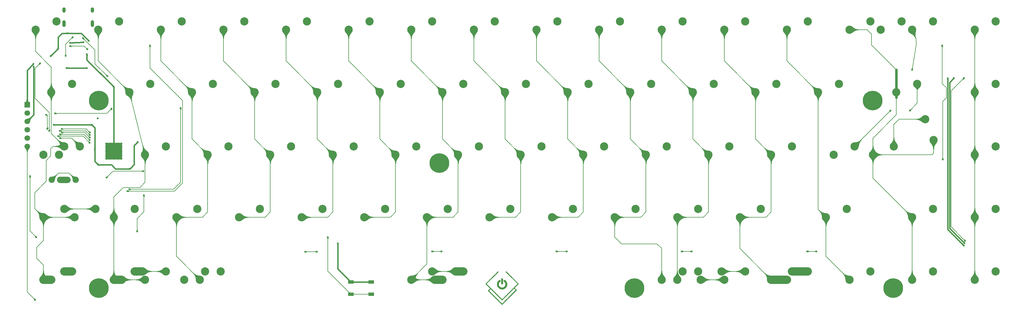
<source format=gbr>
G04 #@! TF.GenerationSoftware,KiCad,Pcbnew,(5.1.10)-1*
G04 #@! TF.CreationDate,2022-02-10T22:02:58+07:00*
G04 #@! TF.ProjectId,uso!VNC,75736f21-564e-4432-9e6b-696361645f70,rev?*
G04 #@! TF.SameCoordinates,Original*
G04 #@! TF.FileFunction,Copper,L1,Top*
G04 #@! TF.FilePolarity,Positive*
%FSLAX46Y46*%
G04 Gerber Fmt 4.6, Leading zero omitted, Abs format (unit mm)*
G04 Created by KiCad (PCBNEW (5.1.10)-1) date 2022-02-10 22:02:58*
%MOMM*%
%LPD*%
G01*
G04 APERTURE LIST*
G04 #@! TA.AperFunction,EtchedComponent*
%ADD10C,0.010000*%
G04 #@! TD*
G04 #@! TA.AperFunction,SMDPad,CuDef*
%ADD11R,1.800000X1.100000*%
G04 #@! TD*
G04 #@! TA.AperFunction,ComponentPad*
%ADD12C,2.500000*%
G04 #@! TD*
G04 #@! TA.AperFunction,ComponentPad*
%ADD13C,1.700000*%
G04 #@! TD*
G04 #@! TA.AperFunction,ComponentPad*
%ADD14R,1.700000X1.700000*%
G04 #@! TD*
G04 #@! TA.AperFunction,ComponentPad*
%ADD15C,1.905000*%
G04 #@! TD*
G04 #@! TA.AperFunction,SMDPad,CuDef*
%ADD16R,5.200000X5.200000*%
G04 #@! TD*
G04 #@! TA.AperFunction,ComponentPad*
%ADD17C,0.500000*%
G04 #@! TD*
G04 #@! TA.AperFunction,ComponentPad*
%ADD18O,1.000000X2.100000*%
G04 #@! TD*
G04 #@! TA.AperFunction,ComponentPad*
%ADD19O,1.000000X1.600000*%
G04 #@! TD*
G04 #@! TA.AperFunction,ComponentPad*
%ADD20C,6.000000*%
G04 #@! TD*
G04 #@! TA.AperFunction,ComponentPad*
%ADD21C,1.000000*%
G04 #@! TD*
G04 #@! TA.AperFunction,ViaPad*
%ADD22C,0.600000*%
G04 #@! TD*
G04 #@! TA.AperFunction,Conductor*
%ADD23C,0.200000*%
G04 #@! TD*
G04 #@! TA.AperFunction,Conductor*
%ADD24C,2.500000*%
G04 #@! TD*
G04 #@! TA.AperFunction,Conductor*
%ADD25C,0.400000*%
G04 #@! TD*
G04 #@! TA.AperFunction,Conductor*
%ADD26C,1.905000*%
G04 #@! TD*
G04 #@! TA.AperFunction,Conductor*
%ADD27C,0.800000*%
G04 #@! TD*
G04 #@! TA.AperFunction,Conductor*
%ADD28C,0.025400*%
G04 #@! TD*
G04 #@! TA.AperFunction,Conductor*
%ADD29C,0.100000*%
G04 #@! TD*
G04 APERTURE END LIST*
D10*
G36*
X195311213Y-111339044D02*
G01*
X195353120Y-111350503D01*
X195364380Y-111355063D01*
X195407514Y-111379683D01*
X195446013Y-111412566D01*
X195477900Y-111451539D01*
X195501199Y-111494427D01*
X195507877Y-111512855D01*
X195509608Y-111518691D01*
X195511156Y-111524799D01*
X195512530Y-111531818D01*
X195513741Y-111540386D01*
X195514799Y-111551143D01*
X195515713Y-111564727D01*
X195516495Y-111581778D01*
X195517154Y-111602934D01*
X195517701Y-111628835D01*
X195518145Y-111660120D01*
X195518496Y-111697427D01*
X195518765Y-111741395D01*
X195518963Y-111792664D01*
X195519098Y-111851873D01*
X195519182Y-111919660D01*
X195519223Y-111996664D01*
X195519234Y-112083526D01*
X195519223Y-112180882D01*
X195519214Y-112227220D01*
X195519143Y-112335969D01*
X195518979Y-112436665D01*
X195518724Y-112528980D01*
X195518381Y-112612591D01*
X195517953Y-112687172D01*
X195517443Y-112752399D01*
X195516852Y-112807946D01*
X195516184Y-112853490D01*
X195515442Y-112888704D01*
X195514627Y-112913265D01*
X195513744Y-112926846D01*
X195513424Y-112928922D01*
X195499752Y-112969703D01*
X195477571Y-113007966D01*
X195449467Y-113041995D01*
X195418240Y-113072059D01*
X195387768Y-113093720D01*
X195354629Y-113109202D01*
X195337093Y-113114996D01*
X195304288Y-113121462D01*
X195266508Y-113123847D01*
X195228394Y-113122201D01*
X195194592Y-113116570D01*
X195183812Y-113113386D01*
X195136660Y-113091253D01*
X195095026Y-113060075D01*
X195060186Y-113021401D01*
X195033421Y-112976783D01*
X195016010Y-112927772D01*
X195011528Y-112904427D01*
X195010639Y-112892332D01*
X195009825Y-112869744D01*
X195009086Y-112837577D01*
X195008422Y-112796746D01*
X195007833Y-112748165D01*
X195007319Y-112692748D01*
X195006879Y-112631410D01*
X195006514Y-112565065D01*
X195006223Y-112494628D01*
X195006007Y-112421012D01*
X195005865Y-112345132D01*
X195005798Y-112267902D01*
X195005805Y-112190237D01*
X195005886Y-112113052D01*
X195006041Y-112037259D01*
X195006270Y-111963775D01*
X195006574Y-111893512D01*
X195006951Y-111827386D01*
X195007403Y-111766311D01*
X195007928Y-111711201D01*
X195008527Y-111662970D01*
X195009200Y-111622533D01*
X195009946Y-111590804D01*
X195010766Y-111568698D01*
X195011623Y-111557371D01*
X195024568Y-111505896D01*
X195047281Y-111458931D01*
X195078611Y-111417654D01*
X195117405Y-111383247D01*
X195162511Y-111356889D01*
X195212779Y-111339760D01*
X195226757Y-111336928D01*
X195267426Y-111334300D01*
X195311213Y-111339044D01*
G37*
X195311213Y-111339044D02*
X195353120Y-111350503D01*
X195364380Y-111355063D01*
X195407514Y-111379683D01*
X195446013Y-111412566D01*
X195477900Y-111451539D01*
X195501199Y-111494427D01*
X195507877Y-111512855D01*
X195509608Y-111518691D01*
X195511156Y-111524799D01*
X195512530Y-111531818D01*
X195513741Y-111540386D01*
X195514799Y-111551143D01*
X195515713Y-111564727D01*
X195516495Y-111581778D01*
X195517154Y-111602934D01*
X195517701Y-111628835D01*
X195518145Y-111660120D01*
X195518496Y-111697427D01*
X195518765Y-111741395D01*
X195518963Y-111792664D01*
X195519098Y-111851873D01*
X195519182Y-111919660D01*
X195519223Y-111996664D01*
X195519234Y-112083526D01*
X195519223Y-112180882D01*
X195519214Y-112227220D01*
X195519143Y-112335969D01*
X195518979Y-112436665D01*
X195518724Y-112528980D01*
X195518381Y-112612591D01*
X195517953Y-112687172D01*
X195517443Y-112752399D01*
X195516852Y-112807946D01*
X195516184Y-112853490D01*
X195515442Y-112888704D01*
X195514627Y-112913265D01*
X195513744Y-112926846D01*
X195513424Y-112928922D01*
X195499752Y-112969703D01*
X195477571Y-113007966D01*
X195449467Y-113041995D01*
X195418240Y-113072059D01*
X195387768Y-113093720D01*
X195354629Y-113109202D01*
X195337093Y-113114996D01*
X195304288Y-113121462D01*
X195266508Y-113123847D01*
X195228394Y-113122201D01*
X195194592Y-113116570D01*
X195183812Y-113113386D01*
X195136660Y-113091253D01*
X195095026Y-113060075D01*
X195060186Y-113021401D01*
X195033421Y-112976783D01*
X195016010Y-112927772D01*
X195011528Y-112904427D01*
X195010639Y-112892332D01*
X195009825Y-112869744D01*
X195009086Y-112837577D01*
X195008422Y-112796746D01*
X195007833Y-112748165D01*
X195007319Y-112692748D01*
X195006879Y-112631410D01*
X195006514Y-112565065D01*
X195006223Y-112494628D01*
X195006007Y-112421012D01*
X195005865Y-112345132D01*
X195005798Y-112267902D01*
X195005805Y-112190237D01*
X195005886Y-112113052D01*
X195006041Y-112037259D01*
X195006270Y-111963775D01*
X195006574Y-111893512D01*
X195006951Y-111827386D01*
X195007403Y-111766311D01*
X195007928Y-111711201D01*
X195008527Y-111662970D01*
X195009200Y-111622533D01*
X195009946Y-111590804D01*
X195010766Y-111568698D01*
X195011623Y-111557371D01*
X195024568Y-111505896D01*
X195047281Y-111458931D01*
X195078611Y-111417654D01*
X195117405Y-111383247D01*
X195162511Y-111356889D01*
X195212779Y-111339760D01*
X195226757Y-111336928D01*
X195267426Y-111334300D01*
X195311213Y-111339044D01*
G36*
X194025230Y-109267902D02*
G01*
X194057823Y-109279028D01*
X194085891Y-109298784D01*
X194099819Y-109314930D01*
X194113091Y-109342270D01*
X194119683Y-109374643D01*
X194118926Y-109407380D01*
X194115330Y-109423235D01*
X194113663Y-109426153D01*
X194109711Y-109431289D01*
X194103270Y-109438849D01*
X194094137Y-109449038D01*
X194082107Y-109462062D01*
X194066977Y-109478127D01*
X194048543Y-109497438D01*
X194026601Y-109520202D01*
X194000947Y-109546624D01*
X193971377Y-109576909D01*
X193937687Y-109611264D01*
X193899673Y-109649895D01*
X193857131Y-109693006D01*
X193809857Y-109740805D01*
X193757648Y-109793495D01*
X193700299Y-109851284D01*
X193637607Y-109914377D01*
X193569367Y-109982980D01*
X193495376Y-110057298D01*
X193415430Y-110137538D01*
X193329324Y-110223904D01*
X193236855Y-110316603D01*
X193137819Y-110415841D01*
X193032012Y-110521823D01*
X192919230Y-110634754D01*
X192799269Y-110754842D01*
X192671925Y-110882290D01*
X192536994Y-111017306D01*
X192394273Y-111160095D01*
X192332347Y-111222045D01*
X190556387Y-112998628D01*
X195265357Y-117707598D01*
X197619847Y-115353103D01*
X199974336Y-112998608D01*
X198201163Y-111224889D01*
X198081849Y-111105516D01*
X197964548Y-110988116D01*
X197849520Y-110872948D01*
X197737025Y-110760274D01*
X197627323Y-110650357D01*
X197520673Y-110543456D01*
X197417335Y-110439833D01*
X197317569Y-110339750D01*
X197221636Y-110243467D01*
X197129794Y-110151246D01*
X197042304Y-110063349D01*
X196959425Y-109980036D01*
X196881417Y-109901570D01*
X196808540Y-109828210D01*
X196741055Y-109760219D01*
X196679220Y-109697857D01*
X196623295Y-109641387D01*
X196573540Y-109591069D01*
X196530216Y-109547165D01*
X196493582Y-109509935D01*
X196463897Y-109479642D01*
X196441422Y-109456546D01*
X196426417Y-109440909D01*
X196419140Y-109432992D01*
X196418477Y-109432113D01*
X196409804Y-109402908D01*
X196409757Y-109370487D01*
X196417671Y-109338267D01*
X196432880Y-109309667D01*
X196444977Y-109295902D01*
X196472095Y-109277926D01*
X196504404Y-109267957D01*
X196538511Y-109266479D01*
X196571020Y-109273976D01*
X196577787Y-109276959D01*
X196583227Y-109281335D01*
X196595336Y-109292434D01*
X196614176Y-109310321D01*
X196639812Y-109335058D01*
X196672309Y-109366710D01*
X196711731Y-109405341D01*
X196758140Y-109451013D01*
X196811603Y-109503791D01*
X196872182Y-109563739D01*
X196939942Y-109630919D01*
X197014947Y-109705396D01*
X197097261Y-109787234D01*
X197186948Y-109876497D01*
X197284072Y-109973247D01*
X197388698Y-110077548D01*
X197500889Y-110189465D01*
X197620709Y-110309062D01*
X197748223Y-110436401D01*
X197883495Y-110571546D01*
X198026588Y-110714561D01*
X198177568Y-110865511D01*
X198336497Y-111024458D01*
X198425474Y-111113464D01*
X200249954Y-112938675D01*
X200256841Y-112968641D01*
X200260726Y-112993328D01*
X200259331Y-113016072D01*
X200256814Y-113028573D01*
X200255784Y-113032725D01*
X200254402Y-113036934D01*
X200252280Y-113041603D01*
X200249033Y-113047134D01*
X200244273Y-113053926D01*
X200237615Y-113062383D01*
X200228672Y-113072906D01*
X200217058Y-113085895D01*
X200202386Y-113101754D01*
X200184271Y-113120882D01*
X200162324Y-113143682D01*
X200136161Y-113170556D01*
X200105395Y-113201904D01*
X200069639Y-113238129D01*
X200028507Y-113279631D01*
X199981613Y-113326812D01*
X199928570Y-113380075D01*
X199868991Y-113439819D01*
X199802491Y-113506448D01*
X199728683Y-113580362D01*
X199649877Y-113659263D01*
X199049853Y-114259987D01*
X199355803Y-114566814D01*
X199412871Y-114624067D01*
X199462408Y-114673837D01*
X199504959Y-114716707D01*
X199541070Y-114753259D01*
X199571288Y-114784079D01*
X199596157Y-114809750D01*
X199616224Y-114830855D01*
X199632034Y-114847978D01*
X199644132Y-114861703D01*
X199653065Y-114872613D01*
X199659378Y-114881293D01*
X199663617Y-114888324D01*
X199666327Y-114894292D01*
X199668055Y-114899780D01*
X199668400Y-114901155D01*
X199672042Y-114935559D01*
X199666914Y-114968436D01*
X199660728Y-114983894D01*
X199656316Y-114988702D01*
X199644066Y-115001345D01*
X199624210Y-115021587D01*
X199596985Y-115049195D01*
X199562624Y-115083931D01*
X199521363Y-115125560D01*
X199473436Y-115173848D01*
X199419077Y-115228559D01*
X199358521Y-115289458D01*
X199292004Y-115356308D01*
X199219758Y-115428875D01*
X199142020Y-115506924D01*
X199059023Y-115590218D01*
X198971002Y-115678523D01*
X198878193Y-115771603D01*
X198780829Y-115869223D01*
X198679145Y-115971148D01*
X198573375Y-116077141D01*
X198463755Y-116186968D01*
X198350519Y-116300394D01*
X198233902Y-116417182D01*
X198114137Y-116537098D01*
X197991461Y-116659906D01*
X197866107Y-116785371D01*
X197738310Y-116913257D01*
X197608304Y-117043330D01*
X197493918Y-117157755D01*
X197318704Y-117332999D01*
X197151460Y-117500236D01*
X196992102Y-117659550D01*
X196840548Y-117811023D01*
X196696713Y-117954739D01*
X196560513Y-118090782D01*
X196431865Y-118219234D01*
X196310685Y-118340180D01*
X196196889Y-118453701D01*
X196090394Y-118559882D01*
X195991116Y-118658806D01*
X195898971Y-118750557D01*
X195813874Y-118835216D01*
X195735744Y-118912868D01*
X195664495Y-118983597D01*
X195600045Y-119047484D01*
X195542309Y-119104615D01*
X195491203Y-119155071D01*
X195446644Y-119198936D01*
X195408549Y-119236294D01*
X195376833Y-119267227D01*
X195351412Y-119291820D01*
X195332204Y-119310155D01*
X195319124Y-119322315D01*
X195312088Y-119328385D01*
X195311016Y-119329096D01*
X195279210Y-119338026D01*
X195243739Y-119337585D01*
X195222544Y-119332942D01*
X195219478Y-119330961D01*
X195213330Y-119325847D01*
X195203927Y-119317427D01*
X195191097Y-119305530D01*
X195174666Y-119289985D01*
X195154462Y-119270619D01*
X195130312Y-119247261D01*
X195102044Y-119219739D01*
X195069483Y-119187882D01*
X195032458Y-119151518D01*
X194990795Y-119110475D01*
X194944322Y-119064582D01*
X194892865Y-119013668D01*
X194836253Y-118957560D01*
X194774312Y-118896087D01*
X194706869Y-118829077D01*
X194633751Y-118756359D01*
X194554786Y-118677760D01*
X194469801Y-118593111D01*
X194378622Y-118502238D01*
X194281078Y-118404970D01*
X194176995Y-118301136D01*
X194066200Y-118190563D01*
X193948520Y-118073081D01*
X193823783Y-117948518D01*
X193691816Y-117816701D01*
X193552446Y-117677460D01*
X193405500Y-117530623D01*
X193250805Y-117376018D01*
X193117746Y-117243019D01*
X192984698Y-117110005D01*
X192854037Y-116979341D01*
X192725990Y-116851253D01*
X192600785Y-116725969D01*
X192478646Y-116603718D01*
X192359803Y-116484727D01*
X192244480Y-116369224D01*
X192132906Y-116257436D01*
X192025306Y-116149592D01*
X191921908Y-116045920D01*
X191822939Y-115946646D01*
X191728625Y-115851999D01*
X191639194Y-115762207D01*
X191554871Y-115677498D01*
X191475885Y-115598098D01*
X191402461Y-115524237D01*
X191334826Y-115456142D01*
X191273208Y-115394041D01*
X191217833Y-115338161D01*
X191168928Y-115288731D01*
X191126720Y-115245977D01*
X191091435Y-115210129D01*
X191063301Y-115181413D01*
X191042544Y-115160058D01*
X191029391Y-115146291D01*
X191024069Y-115140341D01*
X191023980Y-115140192D01*
X191012795Y-115105418D01*
X191012732Y-115087691D01*
X191298398Y-115087691D01*
X193279022Y-117068413D01*
X193405081Y-117194463D01*
X193529126Y-117318468D01*
X193650914Y-117440185D01*
X193770198Y-117559370D01*
X193886734Y-117675779D01*
X194000278Y-117789169D01*
X194110584Y-117899294D01*
X194217408Y-118005913D01*
X194320505Y-118108780D01*
X194419630Y-118207652D01*
X194514538Y-118302285D01*
X194604985Y-118392436D01*
X194690727Y-118477859D01*
X194771517Y-118558313D01*
X194847111Y-118633552D01*
X194917265Y-118703333D01*
X194981734Y-118767412D01*
X195040272Y-118825546D01*
X195092636Y-118877489D01*
X195138580Y-118923000D01*
X195177860Y-118961833D01*
X195210231Y-118993745D01*
X195235447Y-119018492D01*
X195253265Y-119035830D01*
X195263439Y-119045515D01*
X195265902Y-119047613D01*
X195270288Y-119043517D01*
X195282499Y-119031582D01*
X195302294Y-119012047D01*
X195329433Y-118985152D01*
X195363677Y-118951136D01*
X195404785Y-118910240D01*
X195452517Y-118862704D01*
X195506634Y-118808768D01*
X195566894Y-118748670D01*
X195633058Y-118682652D01*
X195704886Y-118610952D01*
X195782137Y-118533812D01*
X195864573Y-118451470D01*
X195951951Y-118364167D01*
X196044033Y-118272142D01*
X196140579Y-118175636D01*
X196241348Y-118074887D01*
X196346099Y-117970137D01*
X196454594Y-117861625D01*
X196566592Y-117749590D01*
X196681853Y-117634273D01*
X196800137Y-117515913D01*
X196921203Y-117394750D01*
X197044812Y-117271025D01*
X197170723Y-117144977D01*
X197298697Y-117016845D01*
X197327496Y-116988008D01*
X199382834Y-114929927D01*
X199132049Y-114679191D01*
X198881265Y-114428455D01*
X197107556Y-116201967D01*
X196951708Y-116357780D01*
X196803792Y-116505623D01*
X196663689Y-116645615D01*
X196531278Y-116777876D01*
X196406438Y-116902527D01*
X196289049Y-117019687D01*
X196178989Y-117129477D01*
X196076138Y-117232015D01*
X195980376Y-117327421D01*
X195891581Y-117415817D01*
X195809633Y-117497321D01*
X195734411Y-117572053D01*
X195665795Y-117640134D01*
X195603663Y-117701683D01*
X195547895Y-117756820D01*
X195498370Y-117805664D01*
X195454968Y-117848337D01*
X195417568Y-117884957D01*
X195386049Y-117915644D01*
X195360290Y-117940519D01*
X195340170Y-117959701D01*
X195325570Y-117973311D01*
X195316368Y-117981467D01*
X195312627Y-117984234D01*
X195288311Y-117990576D01*
X195259691Y-117992753D01*
X195232400Y-117990597D01*
X195218635Y-117987018D01*
X195213445Y-117982571D01*
X195200420Y-117970273D01*
X195179788Y-117950349D01*
X195151779Y-117923029D01*
X195116623Y-117888540D01*
X195074547Y-117847110D01*
X195025781Y-117798966D01*
X194970555Y-117744336D01*
X194909097Y-117683447D01*
X194841637Y-117616528D01*
X194768403Y-117543807D01*
X194689625Y-117465510D01*
X194605531Y-117381865D01*
X194516352Y-117293101D01*
X194422315Y-117199445D01*
X194323650Y-117101125D01*
X194220586Y-116998367D01*
X194113352Y-116891401D01*
X194002178Y-116780454D01*
X193887292Y-116665753D01*
X193768923Y-116547527D01*
X193647301Y-116426002D01*
X193522655Y-116301407D01*
X193503048Y-116281804D01*
X191803528Y-114582561D01*
X191298398Y-115087691D01*
X191012732Y-115087691D01*
X191012670Y-115070385D01*
X191015923Y-115054877D01*
X191017716Y-115049372D01*
X191020549Y-115043314D01*
X191024969Y-115036120D01*
X191031520Y-115027210D01*
X191040747Y-115016003D01*
X191053195Y-115001916D01*
X191069409Y-114984370D01*
X191089935Y-114962783D01*
X191115317Y-114936573D01*
X191146100Y-114905159D01*
X191182830Y-114867961D01*
X191226052Y-114824396D01*
X191276310Y-114773884D01*
X191329108Y-114720899D01*
X191635020Y-114414045D01*
X190960326Y-113739146D01*
X190864468Y-113643206D01*
X190776558Y-113555107D01*
X190696420Y-113474671D01*
X190623879Y-113401720D01*
X190558761Y-113336074D01*
X190500888Y-113277556D01*
X190450087Y-113225986D01*
X190406181Y-113181185D01*
X190368994Y-113142976D01*
X190338353Y-113111179D01*
X190314080Y-113085615D01*
X190296002Y-113066106D01*
X190283941Y-113052474D01*
X190277723Y-113044539D01*
X190276875Y-113043026D01*
X190269127Y-113010367D01*
X190270817Y-112976054D01*
X190279084Y-112950090D01*
X190283966Y-112944223D01*
X190296623Y-112930623D01*
X190316743Y-112909603D01*
X190344016Y-112881473D01*
X190378128Y-112846545D01*
X190418770Y-112805131D01*
X190465629Y-112757542D01*
X190518393Y-112704089D01*
X190576751Y-112645084D01*
X190640392Y-112580838D01*
X190709003Y-112511662D01*
X190782274Y-112437869D01*
X190859893Y-112359769D01*
X190941547Y-112277674D01*
X191026927Y-112191895D01*
X191115719Y-112102743D01*
X191207612Y-112010531D01*
X191302296Y-111915569D01*
X191399458Y-111818170D01*
X191498786Y-111718643D01*
X191599969Y-111617302D01*
X191702696Y-111514456D01*
X191806655Y-111410418D01*
X191911535Y-111305499D01*
X192017023Y-111200011D01*
X192122808Y-111094264D01*
X192228579Y-110988570D01*
X192334024Y-110883242D01*
X192438831Y-110778589D01*
X192542690Y-110674924D01*
X192645287Y-110572558D01*
X192746313Y-110471802D01*
X192845455Y-110372967D01*
X192942401Y-110276366D01*
X193036840Y-110182310D01*
X193128461Y-110091109D01*
X193216951Y-110003076D01*
X193302000Y-109918522D01*
X193383296Y-109837758D01*
X193460527Y-109761096D01*
X193533381Y-109688847D01*
X193601547Y-109621322D01*
X193664714Y-109558833D01*
X193722570Y-109501692D01*
X193774802Y-109450209D01*
X193821101Y-109404697D01*
X193861154Y-109365466D01*
X193894649Y-109332828D01*
X193921275Y-109307094D01*
X193940720Y-109288576D01*
X193952674Y-109277586D01*
X193956642Y-109274419D01*
X193990655Y-109266126D01*
X194025230Y-109267902D01*
G37*
X194025230Y-109267902D02*
X194057823Y-109279028D01*
X194085891Y-109298784D01*
X194099819Y-109314930D01*
X194113091Y-109342270D01*
X194119683Y-109374643D01*
X194118926Y-109407380D01*
X194115330Y-109423235D01*
X194113663Y-109426153D01*
X194109711Y-109431289D01*
X194103270Y-109438849D01*
X194094137Y-109449038D01*
X194082107Y-109462062D01*
X194066977Y-109478127D01*
X194048543Y-109497438D01*
X194026601Y-109520202D01*
X194000947Y-109546624D01*
X193971377Y-109576909D01*
X193937687Y-109611264D01*
X193899673Y-109649895D01*
X193857131Y-109693006D01*
X193809857Y-109740805D01*
X193757648Y-109793495D01*
X193700299Y-109851284D01*
X193637607Y-109914377D01*
X193569367Y-109982980D01*
X193495376Y-110057298D01*
X193415430Y-110137538D01*
X193329324Y-110223904D01*
X193236855Y-110316603D01*
X193137819Y-110415841D01*
X193032012Y-110521823D01*
X192919230Y-110634754D01*
X192799269Y-110754842D01*
X192671925Y-110882290D01*
X192536994Y-111017306D01*
X192394273Y-111160095D01*
X192332347Y-111222045D01*
X190556387Y-112998628D01*
X195265357Y-117707598D01*
X197619847Y-115353103D01*
X199974336Y-112998608D01*
X198201163Y-111224889D01*
X198081849Y-111105516D01*
X197964548Y-110988116D01*
X197849520Y-110872948D01*
X197737025Y-110760274D01*
X197627323Y-110650357D01*
X197520673Y-110543456D01*
X197417335Y-110439833D01*
X197317569Y-110339750D01*
X197221636Y-110243467D01*
X197129794Y-110151246D01*
X197042304Y-110063349D01*
X196959425Y-109980036D01*
X196881417Y-109901570D01*
X196808540Y-109828210D01*
X196741055Y-109760219D01*
X196679220Y-109697857D01*
X196623295Y-109641387D01*
X196573540Y-109591069D01*
X196530216Y-109547165D01*
X196493582Y-109509935D01*
X196463897Y-109479642D01*
X196441422Y-109456546D01*
X196426417Y-109440909D01*
X196419140Y-109432992D01*
X196418477Y-109432113D01*
X196409804Y-109402908D01*
X196409757Y-109370487D01*
X196417671Y-109338267D01*
X196432880Y-109309667D01*
X196444977Y-109295902D01*
X196472095Y-109277926D01*
X196504404Y-109267957D01*
X196538511Y-109266479D01*
X196571020Y-109273976D01*
X196577787Y-109276959D01*
X196583227Y-109281335D01*
X196595336Y-109292434D01*
X196614176Y-109310321D01*
X196639812Y-109335058D01*
X196672309Y-109366710D01*
X196711731Y-109405341D01*
X196758140Y-109451013D01*
X196811603Y-109503791D01*
X196872182Y-109563739D01*
X196939942Y-109630919D01*
X197014947Y-109705396D01*
X197097261Y-109787234D01*
X197186948Y-109876497D01*
X197284072Y-109973247D01*
X197388698Y-110077548D01*
X197500889Y-110189465D01*
X197620709Y-110309062D01*
X197748223Y-110436401D01*
X197883495Y-110571546D01*
X198026588Y-110714561D01*
X198177568Y-110865511D01*
X198336497Y-111024458D01*
X198425474Y-111113464D01*
X200249954Y-112938675D01*
X200256841Y-112968641D01*
X200260726Y-112993328D01*
X200259331Y-113016072D01*
X200256814Y-113028573D01*
X200255784Y-113032725D01*
X200254402Y-113036934D01*
X200252280Y-113041603D01*
X200249033Y-113047134D01*
X200244273Y-113053926D01*
X200237615Y-113062383D01*
X200228672Y-113072906D01*
X200217058Y-113085895D01*
X200202386Y-113101754D01*
X200184271Y-113120882D01*
X200162324Y-113143682D01*
X200136161Y-113170556D01*
X200105395Y-113201904D01*
X200069639Y-113238129D01*
X200028507Y-113279631D01*
X199981613Y-113326812D01*
X199928570Y-113380075D01*
X199868991Y-113439819D01*
X199802491Y-113506448D01*
X199728683Y-113580362D01*
X199649877Y-113659263D01*
X199049853Y-114259987D01*
X199355803Y-114566814D01*
X199412871Y-114624067D01*
X199462408Y-114673837D01*
X199504959Y-114716707D01*
X199541070Y-114753259D01*
X199571288Y-114784079D01*
X199596157Y-114809750D01*
X199616224Y-114830855D01*
X199632034Y-114847978D01*
X199644132Y-114861703D01*
X199653065Y-114872613D01*
X199659378Y-114881293D01*
X199663617Y-114888324D01*
X199666327Y-114894292D01*
X199668055Y-114899780D01*
X199668400Y-114901155D01*
X199672042Y-114935559D01*
X199666914Y-114968436D01*
X199660728Y-114983894D01*
X199656316Y-114988702D01*
X199644066Y-115001345D01*
X199624210Y-115021587D01*
X199596985Y-115049195D01*
X199562624Y-115083931D01*
X199521363Y-115125560D01*
X199473436Y-115173848D01*
X199419077Y-115228559D01*
X199358521Y-115289458D01*
X199292004Y-115356308D01*
X199219758Y-115428875D01*
X199142020Y-115506924D01*
X199059023Y-115590218D01*
X198971002Y-115678523D01*
X198878193Y-115771603D01*
X198780829Y-115869223D01*
X198679145Y-115971148D01*
X198573375Y-116077141D01*
X198463755Y-116186968D01*
X198350519Y-116300394D01*
X198233902Y-116417182D01*
X198114137Y-116537098D01*
X197991461Y-116659906D01*
X197866107Y-116785371D01*
X197738310Y-116913257D01*
X197608304Y-117043330D01*
X197493918Y-117157755D01*
X197318704Y-117332999D01*
X197151460Y-117500236D01*
X196992102Y-117659550D01*
X196840548Y-117811023D01*
X196696713Y-117954739D01*
X196560513Y-118090782D01*
X196431865Y-118219234D01*
X196310685Y-118340180D01*
X196196889Y-118453701D01*
X196090394Y-118559882D01*
X195991116Y-118658806D01*
X195898971Y-118750557D01*
X195813874Y-118835216D01*
X195735744Y-118912868D01*
X195664495Y-118983597D01*
X195600045Y-119047484D01*
X195542309Y-119104615D01*
X195491203Y-119155071D01*
X195446644Y-119198936D01*
X195408549Y-119236294D01*
X195376833Y-119267227D01*
X195351412Y-119291820D01*
X195332204Y-119310155D01*
X195319124Y-119322315D01*
X195312088Y-119328385D01*
X195311016Y-119329096D01*
X195279210Y-119338026D01*
X195243739Y-119337585D01*
X195222544Y-119332942D01*
X195219478Y-119330961D01*
X195213330Y-119325847D01*
X195203927Y-119317427D01*
X195191097Y-119305530D01*
X195174666Y-119289985D01*
X195154462Y-119270619D01*
X195130312Y-119247261D01*
X195102044Y-119219739D01*
X195069483Y-119187882D01*
X195032458Y-119151518D01*
X194990795Y-119110475D01*
X194944322Y-119064582D01*
X194892865Y-119013668D01*
X194836253Y-118957560D01*
X194774312Y-118896087D01*
X194706869Y-118829077D01*
X194633751Y-118756359D01*
X194554786Y-118677760D01*
X194469801Y-118593111D01*
X194378622Y-118502238D01*
X194281078Y-118404970D01*
X194176995Y-118301136D01*
X194066200Y-118190563D01*
X193948520Y-118073081D01*
X193823783Y-117948518D01*
X193691816Y-117816701D01*
X193552446Y-117677460D01*
X193405500Y-117530623D01*
X193250805Y-117376018D01*
X193117746Y-117243019D01*
X192984698Y-117110005D01*
X192854037Y-116979341D01*
X192725990Y-116851253D01*
X192600785Y-116725969D01*
X192478646Y-116603718D01*
X192359803Y-116484727D01*
X192244480Y-116369224D01*
X192132906Y-116257436D01*
X192025306Y-116149592D01*
X191921908Y-116045920D01*
X191822939Y-115946646D01*
X191728625Y-115851999D01*
X191639194Y-115762207D01*
X191554871Y-115677498D01*
X191475885Y-115598098D01*
X191402461Y-115524237D01*
X191334826Y-115456142D01*
X191273208Y-115394041D01*
X191217833Y-115338161D01*
X191168928Y-115288731D01*
X191126720Y-115245977D01*
X191091435Y-115210129D01*
X191063301Y-115181413D01*
X191042544Y-115160058D01*
X191029391Y-115146291D01*
X191024069Y-115140341D01*
X191023980Y-115140192D01*
X191012795Y-115105418D01*
X191012732Y-115087691D01*
X191298398Y-115087691D01*
X193279022Y-117068413D01*
X193405081Y-117194463D01*
X193529126Y-117318468D01*
X193650914Y-117440185D01*
X193770198Y-117559370D01*
X193886734Y-117675779D01*
X194000278Y-117789169D01*
X194110584Y-117899294D01*
X194217408Y-118005913D01*
X194320505Y-118108780D01*
X194419630Y-118207652D01*
X194514538Y-118302285D01*
X194604985Y-118392436D01*
X194690727Y-118477859D01*
X194771517Y-118558313D01*
X194847111Y-118633552D01*
X194917265Y-118703333D01*
X194981734Y-118767412D01*
X195040272Y-118825546D01*
X195092636Y-118877489D01*
X195138580Y-118923000D01*
X195177860Y-118961833D01*
X195210231Y-118993745D01*
X195235447Y-119018492D01*
X195253265Y-119035830D01*
X195263439Y-119045515D01*
X195265902Y-119047613D01*
X195270288Y-119043517D01*
X195282499Y-119031582D01*
X195302294Y-119012047D01*
X195329433Y-118985152D01*
X195363677Y-118951136D01*
X195404785Y-118910240D01*
X195452517Y-118862704D01*
X195506634Y-118808768D01*
X195566894Y-118748670D01*
X195633058Y-118682652D01*
X195704886Y-118610952D01*
X195782137Y-118533812D01*
X195864573Y-118451470D01*
X195951951Y-118364167D01*
X196044033Y-118272142D01*
X196140579Y-118175636D01*
X196241348Y-118074887D01*
X196346099Y-117970137D01*
X196454594Y-117861625D01*
X196566592Y-117749590D01*
X196681853Y-117634273D01*
X196800137Y-117515913D01*
X196921203Y-117394750D01*
X197044812Y-117271025D01*
X197170723Y-117144977D01*
X197298697Y-117016845D01*
X197327496Y-116988008D01*
X199382834Y-114929927D01*
X199132049Y-114679191D01*
X198881265Y-114428455D01*
X197107556Y-116201967D01*
X196951708Y-116357780D01*
X196803792Y-116505623D01*
X196663689Y-116645615D01*
X196531278Y-116777876D01*
X196406438Y-116902527D01*
X196289049Y-117019687D01*
X196178989Y-117129477D01*
X196076138Y-117232015D01*
X195980376Y-117327421D01*
X195891581Y-117415817D01*
X195809633Y-117497321D01*
X195734411Y-117572053D01*
X195665795Y-117640134D01*
X195603663Y-117701683D01*
X195547895Y-117756820D01*
X195498370Y-117805664D01*
X195454968Y-117848337D01*
X195417568Y-117884957D01*
X195386049Y-117915644D01*
X195360290Y-117940519D01*
X195340170Y-117959701D01*
X195325570Y-117973311D01*
X195316368Y-117981467D01*
X195312627Y-117984234D01*
X195288311Y-117990576D01*
X195259691Y-117992753D01*
X195232400Y-117990597D01*
X195218635Y-117987018D01*
X195213445Y-117982571D01*
X195200420Y-117970273D01*
X195179788Y-117950349D01*
X195151779Y-117923029D01*
X195116623Y-117888540D01*
X195074547Y-117847110D01*
X195025781Y-117798966D01*
X194970555Y-117744336D01*
X194909097Y-117683447D01*
X194841637Y-117616528D01*
X194768403Y-117543807D01*
X194689625Y-117465510D01*
X194605531Y-117381865D01*
X194516352Y-117293101D01*
X194422315Y-117199445D01*
X194323650Y-117101125D01*
X194220586Y-116998367D01*
X194113352Y-116891401D01*
X194002178Y-116780454D01*
X193887292Y-116665753D01*
X193768923Y-116547527D01*
X193647301Y-116426002D01*
X193522655Y-116301407D01*
X193503048Y-116281804D01*
X191803528Y-114582561D01*
X191298398Y-115087691D01*
X191012732Y-115087691D01*
X191012670Y-115070385D01*
X191015923Y-115054877D01*
X191017716Y-115049372D01*
X191020549Y-115043314D01*
X191024969Y-115036120D01*
X191031520Y-115027210D01*
X191040747Y-115016003D01*
X191053195Y-115001916D01*
X191069409Y-114984370D01*
X191089935Y-114962783D01*
X191115317Y-114936573D01*
X191146100Y-114905159D01*
X191182830Y-114867961D01*
X191226052Y-114824396D01*
X191276310Y-114773884D01*
X191329108Y-114720899D01*
X191635020Y-114414045D01*
X190960326Y-113739146D01*
X190864468Y-113643206D01*
X190776558Y-113555107D01*
X190696420Y-113474671D01*
X190623879Y-113401720D01*
X190558761Y-113336074D01*
X190500888Y-113277556D01*
X190450087Y-113225986D01*
X190406181Y-113181185D01*
X190368994Y-113142976D01*
X190338353Y-113111179D01*
X190314080Y-113085615D01*
X190296002Y-113066106D01*
X190283941Y-113052474D01*
X190277723Y-113044539D01*
X190276875Y-113043026D01*
X190269127Y-113010367D01*
X190270817Y-112976054D01*
X190279084Y-112950090D01*
X190283966Y-112944223D01*
X190296623Y-112930623D01*
X190316743Y-112909603D01*
X190344016Y-112881473D01*
X190378128Y-112846545D01*
X190418770Y-112805131D01*
X190465629Y-112757542D01*
X190518393Y-112704089D01*
X190576751Y-112645084D01*
X190640392Y-112580838D01*
X190709003Y-112511662D01*
X190782274Y-112437869D01*
X190859893Y-112359769D01*
X190941547Y-112277674D01*
X191026927Y-112191895D01*
X191115719Y-112102743D01*
X191207612Y-112010531D01*
X191302296Y-111915569D01*
X191399458Y-111818170D01*
X191498786Y-111718643D01*
X191599969Y-111617302D01*
X191702696Y-111514456D01*
X191806655Y-111410418D01*
X191911535Y-111305499D01*
X192017023Y-111200011D01*
X192122808Y-111094264D01*
X192228579Y-110988570D01*
X192334024Y-110883242D01*
X192438831Y-110778589D01*
X192542690Y-110674924D01*
X192645287Y-110572558D01*
X192746313Y-110471802D01*
X192845455Y-110372967D01*
X192942401Y-110276366D01*
X193036840Y-110182310D01*
X193128461Y-110091109D01*
X193216951Y-110003076D01*
X193302000Y-109918522D01*
X193383296Y-109837758D01*
X193460527Y-109761096D01*
X193533381Y-109688847D01*
X193601547Y-109621322D01*
X193664714Y-109558833D01*
X193722570Y-109501692D01*
X193774802Y-109450209D01*
X193821101Y-109404697D01*
X193861154Y-109365466D01*
X193894649Y-109332828D01*
X193921275Y-109307094D01*
X193940720Y-109288576D01*
X193952674Y-109277586D01*
X193956642Y-109274419D01*
X193990655Y-109266126D01*
X194025230Y-109267902D01*
G36*
X196092158Y-111855102D02*
G01*
X196140334Y-111872344D01*
X196165424Y-111886614D01*
X196196537Y-111908184D01*
X196232134Y-111935801D01*
X196270676Y-111968212D01*
X196310624Y-112004166D01*
X196350441Y-112042407D01*
X196355829Y-112047785D01*
X196425765Y-112121794D01*
X196487099Y-112195487D01*
X196541935Y-112271789D01*
X196592373Y-112353627D01*
X196640515Y-112443927D01*
X196640932Y-112444762D01*
X196694040Y-112563882D01*
X196736510Y-112686606D01*
X196768267Y-112812213D01*
X196789235Y-112939979D01*
X196799340Y-113069182D01*
X196798506Y-113199098D01*
X196786658Y-113329006D01*
X196763722Y-113458182D01*
X196751432Y-113509461D01*
X196720133Y-113612821D01*
X196679472Y-113717928D01*
X196630694Y-113822304D01*
X196575043Y-113923474D01*
X196513763Y-114018959D01*
X196457607Y-114094517D01*
X196430696Y-114126317D01*
X196397336Y-114162794D01*
X196359987Y-114201490D01*
X196321110Y-114239944D01*
X196283165Y-114275696D01*
X196248611Y-114306285D01*
X196232837Y-114319306D01*
X196140067Y-114387486D01*
X196040147Y-114449970D01*
X195935116Y-114505787D01*
X195827013Y-114553967D01*
X195717876Y-114593541D01*
X195609744Y-114623538D01*
X195579286Y-114630221D01*
X195501515Y-114643845D01*
X195418890Y-114654007D01*
X195334949Y-114660460D01*
X195253225Y-114662961D01*
X195177256Y-114661264D01*
X195153577Y-114659704D01*
X195033296Y-114645638D01*
X194915826Y-114622281D01*
X194801505Y-114590175D01*
X194676887Y-114544511D01*
X194558161Y-114489302D01*
X194445705Y-114424998D01*
X194339897Y-114352049D01*
X194241117Y-114270908D01*
X194149743Y-114182025D01*
X194066154Y-114085849D01*
X193990727Y-113982833D01*
X193923843Y-113873427D01*
X193865878Y-113758082D01*
X193817212Y-113637248D01*
X193778224Y-113511376D01*
X193749291Y-113380917D01*
X193740510Y-113326809D01*
X193735915Y-113285378D01*
X193732666Y-113235465D01*
X193730764Y-113179926D01*
X193730210Y-113121615D01*
X193731005Y-113063388D01*
X193733148Y-113008099D01*
X193736642Y-112958604D01*
X193740416Y-112925046D01*
X193764325Y-112793329D01*
X193798855Y-112665189D01*
X193843773Y-112541183D01*
X193898844Y-112421870D01*
X193963836Y-112307807D01*
X194038513Y-112199551D01*
X194051675Y-112182382D01*
X194083256Y-112143955D01*
X194119510Y-112103511D01*
X194158986Y-112062386D01*
X194200235Y-112021915D01*
X194241806Y-111983434D01*
X194282249Y-111948279D01*
X194320115Y-111917785D01*
X194353954Y-111893288D01*
X194382315Y-111876123D01*
X194386342Y-111874101D01*
X194435992Y-111856136D01*
X194487494Y-111848753D01*
X194539104Y-111851777D01*
X194589080Y-111865035D01*
X194635680Y-111888356D01*
X194653152Y-111900591D01*
X194677681Y-111923757D01*
X194701780Y-111954093D01*
X194722659Y-111987604D01*
X194737526Y-112020291D01*
X194738309Y-112022562D01*
X194748596Y-112070032D01*
X194749442Y-112120390D01*
X194741241Y-112170730D01*
X194724384Y-112218141D01*
X194707900Y-112247646D01*
X194694887Y-112263946D01*
X194675978Y-112283567D01*
X194654520Y-112303123D01*
X194646404Y-112309826D01*
X194613915Y-112337438D01*
X194577950Y-112370766D01*
X194540690Y-112407555D01*
X194504312Y-112445549D01*
X194470994Y-112482492D01*
X194442915Y-112516130D01*
X194427708Y-112536270D01*
X194379567Y-112611913D01*
X194336713Y-112695109D01*
X194300501Y-112782693D01*
X194272285Y-112871503D01*
X194257964Y-112932967D01*
X194250268Y-112982961D01*
X194244895Y-113040241D01*
X194241994Y-113100888D01*
X194241716Y-113160981D01*
X194244211Y-113216601D01*
X194246263Y-113238987D01*
X194263426Y-113343767D01*
X194291448Y-113445734D01*
X194329966Y-113544156D01*
X194378614Y-113638298D01*
X194437028Y-113727425D01*
X194504843Y-113810805D01*
X194557475Y-113865130D01*
X194635650Y-113932579D01*
X194721440Y-113992397D01*
X194813346Y-114043827D01*
X194909868Y-114086110D01*
X195009506Y-114118487D01*
X195096971Y-114137906D01*
X195131368Y-114142426D01*
X195173725Y-114145727D01*
X195221051Y-114147780D01*
X195270352Y-114148554D01*
X195318636Y-114148020D01*
X195362911Y-114146149D01*
X195400184Y-114142912D01*
X195413758Y-114141020D01*
X195520608Y-114118107D01*
X195623274Y-114085010D01*
X195721098Y-114042163D01*
X195813422Y-113990003D01*
X195899587Y-113928965D01*
X195978935Y-113859483D01*
X196050808Y-113781994D01*
X196114546Y-113696932D01*
X196135969Y-113663573D01*
X196155672Y-113629138D01*
X196176969Y-113587923D01*
X196198049Y-113543762D01*
X196217099Y-113500490D01*
X196232309Y-113461943D01*
X196235586Y-113452658D01*
X196264028Y-113351899D01*
X196281660Y-113248865D01*
X196288590Y-113144611D01*
X196284924Y-113040197D01*
X196270771Y-112936678D01*
X196246239Y-112835114D01*
X196211434Y-112736560D01*
X196166466Y-112642076D01*
X196150066Y-112613075D01*
X196104174Y-112541215D01*
X196054424Y-112475841D01*
X195998629Y-112414409D01*
X195934601Y-112354374D01*
X195908558Y-112332148D01*
X195883592Y-112310603D01*
X195860137Y-112289070D01*
X195840463Y-112269722D01*
X195826841Y-112254731D01*
X195824512Y-112251735D01*
X195801816Y-112212182D01*
X195786294Y-112166808D01*
X195778604Y-112118975D01*
X195779405Y-112072048D01*
X195784170Y-112045984D01*
X195802461Y-111995376D01*
X195829030Y-111951190D01*
X195862623Y-111914035D01*
X195901990Y-111884523D01*
X195945879Y-111863264D01*
X195993038Y-111850867D01*
X196042215Y-111847943D01*
X196092158Y-111855102D01*
G37*
X196092158Y-111855102D02*
X196140334Y-111872344D01*
X196165424Y-111886614D01*
X196196537Y-111908184D01*
X196232134Y-111935801D01*
X196270676Y-111968212D01*
X196310624Y-112004166D01*
X196350441Y-112042407D01*
X196355829Y-112047785D01*
X196425765Y-112121794D01*
X196487099Y-112195487D01*
X196541935Y-112271789D01*
X196592373Y-112353627D01*
X196640515Y-112443927D01*
X196640932Y-112444762D01*
X196694040Y-112563882D01*
X196736510Y-112686606D01*
X196768267Y-112812213D01*
X196789235Y-112939979D01*
X196799340Y-113069182D01*
X196798506Y-113199098D01*
X196786658Y-113329006D01*
X196763722Y-113458182D01*
X196751432Y-113509461D01*
X196720133Y-113612821D01*
X196679472Y-113717928D01*
X196630694Y-113822304D01*
X196575043Y-113923474D01*
X196513763Y-114018959D01*
X196457607Y-114094517D01*
X196430696Y-114126317D01*
X196397336Y-114162794D01*
X196359987Y-114201490D01*
X196321110Y-114239944D01*
X196283165Y-114275696D01*
X196248611Y-114306285D01*
X196232837Y-114319306D01*
X196140067Y-114387486D01*
X196040147Y-114449970D01*
X195935116Y-114505787D01*
X195827013Y-114553967D01*
X195717876Y-114593541D01*
X195609744Y-114623538D01*
X195579286Y-114630221D01*
X195501515Y-114643845D01*
X195418890Y-114654007D01*
X195334949Y-114660460D01*
X195253225Y-114662961D01*
X195177256Y-114661264D01*
X195153577Y-114659704D01*
X195033296Y-114645638D01*
X194915826Y-114622281D01*
X194801505Y-114590175D01*
X194676887Y-114544511D01*
X194558161Y-114489302D01*
X194445705Y-114424998D01*
X194339897Y-114352049D01*
X194241117Y-114270908D01*
X194149743Y-114182025D01*
X194066154Y-114085849D01*
X193990727Y-113982833D01*
X193923843Y-113873427D01*
X193865878Y-113758082D01*
X193817212Y-113637248D01*
X193778224Y-113511376D01*
X193749291Y-113380917D01*
X193740510Y-113326809D01*
X193735915Y-113285378D01*
X193732666Y-113235465D01*
X193730764Y-113179926D01*
X193730210Y-113121615D01*
X193731005Y-113063388D01*
X193733148Y-113008099D01*
X193736642Y-112958604D01*
X193740416Y-112925046D01*
X193764325Y-112793329D01*
X193798855Y-112665189D01*
X193843773Y-112541183D01*
X193898844Y-112421870D01*
X193963836Y-112307807D01*
X194038513Y-112199551D01*
X194051675Y-112182382D01*
X194083256Y-112143955D01*
X194119510Y-112103511D01*
X194158986Y-112062386D01*
X194200235Y-112021915D01*
X194241806Y-111983434D01*
X194282249Y-111948279D01*
X194320115Y-111917785D01*
X194353954Y-111893288D01*
X194382315Y-111876123D01*
X194386342Y-111874101D01*
X194435992Y-111856136D01*
X194487494Y-111848753D01*
X194539104Y-111851777D01*
X194589080Y-111865035D01*
X194635680Y-111888356D01*
X194653152Y-111900591D01*
X194677681Y-111923757D01*
X194701780Y-111954093D01*
X194722659Y-111987604D01*
X194737526Y-112020291D01*
X194738309Y-112022562D01*
X194748596Y-112070032D01*
X194749442Y-112120390D01*
X194741241Y-112170730D01*
X194724384Y-112218141D01*
X194707900Y-112247646D01*
X194694887Y-112263946D01*
X194675978Y-112283567D01*
X194654520Y-112303123D01*
X194646404Y-112309826D01*
X194613915Y-112337438D01*
X194577950Y-112370766D01*
X194540690Y-112407555D01*
X194504312Y-112445549D01*
X194470994Y-112482492D01*
X194442915Y-112516130D01*
X194427708Y-112536270D01*
X194379567Y-112611913D01*
X194336713Y-112695109D01*
X194300501Y-112782693D01*
X194272285Y-112871503D01*
X194257964Y-112932967D01*
X194250268Y-112982961D01*
X194244895Y-113040241D01*
X194241994Y-113100888D01*
X194241716Y-113160981D01*
X194244211Y-113216601D01*
X194246263Y-113238987D01*
X194263426Y-113343767D01*
X194291448Y-113445734D01*
X194329966Y-113544156D01*
X194378614Y-113638298D01*
X194437028Y-113727425D01*
X194504843Y-113810805D01*
X194557475Y-113865130D01*
X194635650Y-113932579D01*
X194721440Y-113992397D01*
X194813346Y-114043827D01*
X194909868Y-114086110D01*
X195009506Y-114118487D01*
X195096971Y-114137906D01*
X195131368Y-114142426D01*
X195173725Y-114145727D01*
X195221051Y-114147780D01*
X195270352Y-114148554D01*
X195318636Y-114148020D01*
X195362911Y-114146149D01*
X195400184Y-114142912D01*
X195413758Y-114141020D01*
X195520608Y-114118107D01*
X195623274Y-114085010D01*
X195721098Y-114042163D01*
X195813422Y-113990003D01*
X195899587Y-113928965D01*
X195978935Y-113859483D01*
X196050808Y-113781994D01*
X196114546Y-113696932D01*
X196135969Y-113663573D01*
X196155672Y-113629138D01*
X196176969Y-113587923D01*
X196198049Y-113543762D01*
X196217099Y-113500490D01*
X196232309Y-113461943D01*
X196235586Y-113452658D01*
X196264028Y-113351899D01*
X196281660Y-113248865D01*
X196288590Y-113144611D01*
X196284924Y-113040197D01*
X196270771Y-112936678D01*
X196246239Y-112835114D01*
X196211434Y-112736560D01*
X196166466Y-112642076D01*
X196150066Y-112613075D01*
X196104174Y-112541215D01*
X196054424Y-112475841D01*
X195998629Y-112414409D01*
X195934601Y-112354374D01*
X195908558Y-112332148D01*
X195883592Y-112310603D01*
X195860137Y-112289070D01*
X195840463Y-112269722D01*
X195826841Y-112254731D01*
X195824512Y-112251735D01*
X195801816Y-112212182D01*
X195786294Y-112166808D01*
X195778604Y-112118975D01*
X195779405Y-112072048D01*
X195784170Y-112045984D01*
X195802461Y-111995376D01*
X195829030Y-111951190D01*
X195862623Y-111914035D01*
X195901990Y-111884523D01*
X195945879Y-111863264D01*
X195993038Y-111850867D01*
X196042215Y-111847943D01*
X196092158Y-111855102D01*
D11*
X155500720Y-112450640D03*
X149300720Y-116150640D03*
X155500720Y-116150640D03*
X149300720Y-112450640D03*
D12*
X83502500Y-90170000D03*
X77152500Y-92710000D03*
X62071250Y-90170000D03*
X55721250Y-92710000D03*
D13*
X50800000Y-66040000D03*
X50800000Y-63500000D03*
X50800000Y-71120000D03*
X50800000Y-68580000D03*
X50800000Y-60960000D03*
D14*
X50800000Y-58420000D03*
D12*
X277178680Y-111760640D03*
X283528680Y-109220640D03*
X248603560Y-111760640D03*
X254953560Y-109220640D03*
X279559940Y-111760560D03*
X285909940Y-109220560D03*
X262097010Y-109220560D03*
X255747010Y-111760560D03*
X167640720Y-111760640D03*
X173990720Y-109220640D03*
X177165760Y-111760560D03*
X183515760Y-109220560D03*
X98584180Y-111760560D03*
X104934180Y-109220560D03*
X77152840Y-111760560D03*
X83502840Y-109220560D03*
X86677880Y-111760640D03*
X93027880Y-109220640D03*
X58102760Y-111760640D03*
X64452760Y-109220640D03*
D15*
X65563750Y-81280000D03*
X63023750Y-81280000D03*
X58261250Y-81280320D03*
X60801250Y-81280320D03*
D12*
X297815000Y-52070000D03*
X291465000Y-54610000D03*
X326390000Y-90170000D03*
X320040000Y-92710000D03*
X314483750Y-71120000D03*
X308133750Y-73660000D03*
X274002500Y-90170000D03*
X267652500Y-92710000D03*
X283527500Y-71120000D03*
X277177500Y-73660000D03*
X300196250Y-90170000D03*
X293846250Y-92710000D03*
D16*
X77154800Y-72582800D03*
D17*
X79504800Y-70232800D03*
X78329800Y-70232800D03*
X77154800Y-70232800D03*
X75979800Y-70232800D03*
X74804800Y-70232800D03*
X79504800Y-71407800D03*
X78329800Y-71407800D03*
X77154800Y-71407800D03*
X75979800Y-71407800D03*
X74804800Y-71407800D03*
X79504800Y-72582800D03*
X78329800Y-72582800D03*
X77154800Y-72582800D03*
X75979800Y-72582800D03*
X74804800Y-72582800D03*
X79504800Y-73757800D03*
X78329800Y-73757800D03*
X77154800Y-73757800D03*
X75979800Y-73757800D03*
X74804800Y-73757800D03*
X79504800Y-74932800D03*
X78329800Y-74932800D03*
X77154800Y-74932800D03*
X75979800Y-74932800D03*
X74804800Y-74932800D03*
D12*
X169227500Y-71120000D03*
X162877500Y-73660000D03*
X93027500Y-71120000D03*
X86677500Y-73660000D03*
X321627500Y-52070000D03*
X315277500Y-54610000D03*
X145415000Y-52070000D03*
X139065000Y-54610000D03*
X159702500Y-90170000D03*
X153352500Y-92710000D03*
X131127500Y-71120000D03*
X124777500Y-73660000D03*
X126365000Y-52070000D03*
X120015000Y-54610000D03*
X207327500Y-71120000D03*
X200977500Y-73660000D03*
X164465000Y-52070000D03*
X158115000Y-54610000D03*
X226377500Y-71120000D03*
X220027500Y-73660000D03*
X112077500Y-71120000D03*
X105727500Y-73660000D03*
X150177500Y-71120000D03*
X143827500Y-73660000D03*
X107315000Y-52070000D03*
X100965000Y-54610000D03*
X240665000Y-52070000D03*
X234315000Y-54610000D03*
X102552500Y-90170000D03*
X96202500Y-92710000D03*
X178752500Y-90170000D03*
X172402500Y-92710000D03*
X140652500Y-90170000D03*
X134302500Y-92710000D03*
X245427500Y-71120000D03*
X239077500Y-73660000D03*
X278765000Y-52070000D03*
X272415000Y-54610000D03*
X216852500Y-90170000D03*
X210502500Y-92710000D03*
X183515000Y-52070000D03*
X177165000Y-54610000D03*
X259715000Y-52070000D03*
X253365000Y-54610000D03*
X202565000Y-52070000D03*
X196215000Y-54610000D03*
X264477500Y-71120000D03*
X258127500Y-73660000D03*
X235902500Y-90170000D03*
X229552500Y-92710000D03*
X121602500Y-90170000D03*
X115252500Y-92710000D03*
X221615000Y-52070000D03*
X215265000Y-54610000D03*
X254952500Y-90170000D03*
X248602500Y-92710000D03*
X197802500Y-90170000D03*
X191452500Y-92710000D03*
X188277500Y-71120000D03*
X181927500Y-73660000D03*
X88265000Y-52070000D03*
X81915000Y-54610000D03*
X302578760Y-71120960D03*
X296228760Y-73660960D03*
X324010100Y-62865840D03*
X326550100Y-69215840D03*
X103346250Y-111760000D03*
X109696250Y-109220000D03*
X55721250Y-111760000D03*
X62071250Y-109220000D03*
X66833750Y-71120000D03*
X60483750Y-73660000D03*
X71596250Y-90170000D03*
X65246250Y-92710000D03*
X62071250Y-71120320D03*
X55721250Y-73660320D03*
X79533750Y-111760000D03*
X85883750Y-109220000D03*
D18*
X61974000Y-33729400D03*
X70614000Y-33729400D03*
D19*
X61974000Y-29549400D03*
X70614000Y-29549400D03*
D12*
X326390000Y-33020000D03*
X320040000Y-35560000D03*
X307340000Y-33020000D03*
X300990000Y-35560000D03*
X288290000Y-33020000D03*
X281940000Y-35560000D03*
X269240000Y-33020000D03*
X262890000Y-35560000D03*
X250190000Y-33020000D03*
X243840000Y-35560000D03*
X231140000Y-33020000D03*
X224790000Y-35560000D03*
X212090000Y-33020000D03*
X205740000Y-35560000D03*
X193040000Y-33020000D03*
X186690000Y-35560000D03*
X173990000Y-33020000D03*
X167640000Y-35560000D03*
X154940000Y-33020000D03*
X148590000Y-35560000D03*
X135890000Y-33020000D03*
X129540000Y-35560000D03*
X116840000Y-33020000D03*
X110490000Y-35560000D03*
X97790000Y-33020000D03*
X91440000Y-35560000D03*
X78740000Y-33020000D03*
X72390000Y-35560000D03*
X59690000Y-33020032D03*
X53340000Y-35560032D03*
X64452500Y-52070000D03*
X58102500Y-54610000D03*
X174783750Y-111760000D03*
X181133750Y-109220000D03*
X288291200Y-109221440D03*
X281941200Y-111761440D03*
X269241120Y-109221440D03*
X262891120Y-111761440D03*
X243841040Y-111761440D03*
X250191040Y-109221440D03*
X307340000Y-109220000D03*
X300990000Y-111760000D03*
X345440000Y-33020000D03*
X339090000Y-35560000D03*
X316865000Y-33020032D03*
X310515000Y-35560032D03*
X326390000Y-109220000D03*
X320040000Y-111760000D03*
X345440000Y-109220000D03*
X339090000Y-111760000D03*
X345440000Y-90170000D03*
X339090000Y-92710000D03*
X345440000Y-71120000D03*
X339090000Y-73660000D03*
X345440000Y-52070000D03*
X339090000Y-54610000D03*
D20*
X308066570Y-57149680D03*
D21*
X308066570Y-55399680D03*
X309316570Y-55399680D03*
X306816570Y-55399680D03*
X308066570Y-58899680D03*
X309316570Y-58899680D03*
X306816570Y-58899680D03*
D20*
X176206570Y-76199680D03*
D21*
X176206570Y-74449680D03*
X177456570Y-74449680D03*
X174956570Y-74449680D03*
X176206570Y-77949680D03*
X177456570Y-77949680D03*
X174956570Y-77949680D03*
D20*
X72616570Y-57149680D03*
D21*
X72616570Y-55149680D03*
X74116570Y-55649680D03*
X71116570Y-55649680D03*
X72616570Y-59149680D03*
X74116570Y-58649680D03*
X71116570Y-58649680D03*
X74616570Y-57149680D03*
X70616570Y-57149680D03*
D20*
X235596570Y-114299680D03*
D21*
X235596570Y-112549680D03*
X236846570Y-112549680D03*
X234346570Y-112549680D03*
X235596570Y-116049680D03*
X236846570Y-116049680D03*
X234346570Y-116049680D03*
D20*
X314336570Y-114299680D03*
D21*
X314336570Y-112549680D03*
X315586570Y-112549680D03*
X313086570Y-112549680D03*
X314336570Y-116049680D03*
X315586570Y-116049680D03*
X313086570Y-116049680D03*
D20*
X72616570Y-114289680D03*
D21*
X72616570Y-112539680D03*
X73866570Y-112539680D03*
X71366570Y-112539680D03*
X72616570Y-116039680D03*
X73866570Y-116039680D03*
X71366570Y-116039680D03*
D22*
X60801570Y-68580000D03*
X52700700Y-46008166D03*
X72259930Y-62563270D03*
X68986400Y-43027600D03*
X69519000Y-38939000D03*
X60198000Y-41384600D03*
X63069000Y-36653000D03*
X335788000Y-101346000D03*
X330926400Y-50383400D03*
X57962800Y-43619800D03*
X77154800Y-52959354D03*
X145325600Y-100676900D03*
X332803500Y-50355500D03*
X335985970Y-100620110D03*
X68986400Y-47244000D03*
X62738000Y-47244000D03*
X67945000Y-39370000D03*
X52784042Y-46847458D03*
X84443000Y-69798500D03*
X82061160Y-77978000D03*
X70485000Y-64566800D03*
X58877200Y-64566800D03*
X72453500Y-76771500D03*
X71374000Y-72009000D03*
X63844000Y-39587000D03*
X313497092Y-60202628D03*
X319359398Y-60202628D03*
X320040000Y-47752000D03*
X60786998Y-67475199D03*
X69835595Y-69219808D03*
X67787683Y-38130317D03*
X75184000Y-49733200D03*
X64643000Y-37846000D03*
X62484000Y-43586400D03*
X61313513Y-65815376D03*
X56578500Y-61468000D03*
X56965152Y-65815376D03*
X69891209Y-66923961D03*
X51668980Y-80244100D03*
X53578440Y-98822456D03*
X142280524Y-98822456D03*
X69850000Y-68453000D03*
X61336274Y-66920176D03*
X88138000Y-40386000D03*
X69088000Y-41554400D03*
X63866612Y-40600212D03*
X81337431Y-84746698D03*
X97491600Y-59436000D03*
X76469240Y-59650228D03*
X59301058Y-61087000D03*
X81876900Y-84194298D03*
X329389074Y-75131326D03*
X86117044Y-78700244D03*
X329193824Y-40409744D03*
X74959400Y-80645000D03*
X84237214Y-97036508D03*
X86320820Y-86039230D03*
X60259443Y-68027599D03*
X69817138Y-70018904D03*
X53199294Y-117872370D03*
X54722067Y-45832067D03*
X60769500Y-66367776D03*
X69864405Y-67686192D03*
X57550100Y-66367776D03*
X336193241Y-99896820D03*
X335788000Y-50355500D03*
X288163000Y-103124000D03*
X290957000Y-103124000D03*
X135382000Y-103251000D03*
X138938000Y-103251000D03*
X249936000Y-103124000D03*
X252984000Y-103124000D03*
X173990000Y-103124000D03*
X176911000Y-103124000D03*
X211836000Y-103124000D03*
X215011000Y-103124000D03*
D23*
X64293750Y-68580000D02*
X60801570Y-68580000D01*
X66833750Y-71120000D02*
X64293750Y-68580000D01*
X62071250Y-90170000D02*
X71596250Y-90170000D01*
X64452120Y-109220000D02*
X64452760Y-109220640D01*
D24*
X62071250Y-109220000D02*
X64452120Y-109220000D01*
D23*
X93027240Y-109220000D02*
X93027880Y-109220640D01*
X85883750Y-109220000D02*
X93027240Y-109220000D01*
X85883190Y-109220560D02*
X85883750Y-109220000D01*
D24*
X83502840Y-109220560D02*
X85883190Y-109220560D01*
D23*
X181133110Y-109220640D02*
X181133750Y-109220000D01*
X173990720Y-109220640D02*
X181133110Y-109220640D01*
X183515200Y-109220000D02*
X183515760Y-109220560D01*
D24*
X181133750Y-109220000D02*
X183515200Y-109220000D01*
D23*
X269240240Y-109220560D02*
X269241120Y-109221440D01*
X262097010Y-109220560D02*
X269240240Y-109220560D01*
X288290400Y-109220640D02*
X288291200Y-109221440D01*
D24*
X283528680Y-109220640D02*
X288290400Y-109220640D01*
D25*
X50800000Y-47908866D02*
X52700700Y-46008166D01*
X50800000Y-58420000D02*
X50800000Y-47908866D01*
X330926400Y-96484400D02*
X335788000Y-101346000D01*
X61391000Y-36653000D02*
X60198000Y-37846000D01*
X63069000Y-36653000D02*
X61391000Y-36653000D01*
X60198000Y-41384600D02*
X57962800Y-43619800D01*
X77154800Y-52959354D02*
X77154800Y-52959354D01*
X60198000Y-37846000D02*
X60198000Y-41384600D01*
X330926400Y-50383400D02*
X330926400Y-96484400D01*
X57962800Y-43619800D02*
X57962800Y-43619800D01*
X67233000Y-36653000D02*
X69519000Y-38939000D01*
X63069000Y-36653000D02*
X67233000Y-36653000D01*
X77154800Y-52959354D02*
X68986400Y-44790954D01*
X68986400Y-44790954D02*
X68986400Y-43027600D01*
X77154800Y-72582800D02*
X77154800Y-52959354D01*
X145325600Y-108475520D02*
X149300720Y-112450640D01*
X145325600Y-100676900D02*
X145325600Y-108475520D01*
X149300720Y-112450640D02*
X155500720Y-112450640D01*
X52784042Y-61515958D02*
X50800000Y-63500000D01*
X331478810Y-51680190D02*
X332803500Y-50355500D01*
X335985970Y-100620110D02*
X331478810Y-96112950D01*
X331478810Y-96112950D02*
X331478810Y-51680190D01*
X52784042Y-46847458D02*
X52784042Y-61515958D01*
X82061160Y-77978000D02*
X77660500Y-77978000D01*
X76454000Y-76771500D02*
X72453500Y-76771500D01*
X83375500Y-76663660D02*
X82061160Y-77978000D01*
X83375500Y-70866000D02*
X83375500Y-76663660D01*
X84443000Y-69798500D02*
X83375500Y-70866000D01*
X71374000Y-65455800D02*
X71374000Y-72009000D01*
X71374000Y-75692000D02*
X71374000Y-72009000D01*
X70485000Y-64566800D02*
X71374000Y-65455800D01*
X67945000Y-39370000D02*
X63844000Y-39587000D01*
X72453500Y-76771500D02*
X71374000Y-75692000D01*
X70485000Y-64566800D02*
X58877200Y-64566800D01*
X62738000Y-47244000D02*
X68986400Y-47244000D01*
X68986400Y-47244000D02*
X68986400Y-47244000D01*
X63023430Y-81280320D02*
X63023750Y-81280000D01*
D26*
X60801250Y-81280320D02*
X63023430Y-81280320D01*
D25*
X77660500Y-77978000D02*
X76454000Y-76771500D01*
D23*
X319359398Y-60202628D02*
X321627500Y-57934526D01*
X321627500Y-53837766D02*
X321627500Y-52070000D01*
X321627500Y-57934526D02*
X321627500Y-53837766D01*
X302578760Y-71120960D02*
X313497092Y-60202628D01*
X324010100Y-62865840D02*
X316051521Y-62865840D01*
X314483750Y-64433611D02*
X314483750Y-71120000D01*
X316051521Y-62865840D02*
X314483750Y-64433611D01*
X308133750Y-80803750D02*
X320040000Y-92710000D01*
X308133750Y-73660000D02*
X308133750Y-80803750D01*
X307746400Y-40284400D02*
X315277500Y-47815500D01*
D27*
X315277500Y-47815500D02*
X315277500Y-54610000D01*
D23*
X306374800Y-35560000D02*
X307746400Y-36931600D01*
X307746400Y-36931600D02*
X307746400Y-40284400D01*
X300990000Y-35560000D02*
X306374800Y-35560000D01*
D27*
X315277500Y-54610000D02*
X315277500Y-56222900D01*
D23*
X315277500Y-56222900D02*
X315277500Y-61531500D01*
X320040000Y-92710000D02*
X320040000Y-111760000D01*
X308133750Y-68675250D02*
X315277500Y-61531500D01*
X308133750Y-73660000D02*
X308133750Y-68675250D01*
X308133750Y-73660000D02*
X326093351Y-73660000D01*
X326550100Y-73203251D02*
X326550100Y-69215840D01*
X326093351Y-73660000D02*
X326550100Y-73203251D01*
X281940000Y-35560000D02*
X281940000Y-45085000D01*
X321310000Y-40108690D02*
X321243158Y-38354000D01*
X320040000Y-47752000D02*
X321310000Y-40108690D01*
X321243158Y-38354000D02*
X320040000Y-35560000D01*
X291465000Y-90328750D02*
X293846250Y-92710000D01*
X281940000Y-45085000D02*
X291465000Y-54610000D01*
X291465000Y-54610000D02*
X291465000Y-90328750D01*
X293846250Y-104616250D02*
X300990000Y-111760000D01*
X293846250Y-92710000D02*
X293846250Y-104616250D01*
X267652500Y-92710000D02*
X275590000Y-92710000D01*
X277177500Y-91122500D02*
X277177500Y-73660000D01*
X275590000Y-92710000D02*
X277177500Y-91122500D01*
X262890000Y-35560000D02*
X262890000Y-45085000D01*
X272415000Y-54610000D02*
X272415000Y-68897500D01*
X272415000Y-68897500D02*
X277177500Y-73660000D01*
X262890000Y-45085000D02*
X272415000Y-54610000D01*
X267652500Y-102234460D02*
X277178680Y-111760640D01*
X267652500Y-92710000D02*
X267652500Y-102234460D01*
X281940400Y-111760640D02*
X281941200Y-111761440D01*
D24*
X277178680Y-111760640D02*
X281940400Y-111760640D01*
D23*
X243840000Y-45085000D02*
X253365000Y-54610000D01*
X256540000Y-92710000D02*
X258127500Y-91122500D01*
X258127500Y-91122500D02*
X258127500Y-73660000D01*
X253365000Y-54610000D02*
X253365000Y-68897500D01*
X243840000Y-35560000D02*
X243840000Y-45085000D01*
X248602500Y-92710000D02*
X256540000Y-92710000D01*
X253365000Y-68897500D02*
X258127500Y-73660000D01*
X248602500Y-111759580D02*
X248603560Y-111760640D01*
X248602500Y-92710000D02*
X248602500Y-111759580D01*
X255747890Y-111761440D02*
X255747010Y-111760560D01*
X262891120Y-111761440D02*
X255747890Y-111761440D01*
X237490000Y-92710000D02*
X239077500Y-91122500D01*
X239077500Y-91122500D02*
X239077500Y-73660000D01*
X234315000Y-54610000D02*
X234315000Y-68897500D01*
X224790000Y-35560000D02*
X224790000Y-45085000D01*
X224790000Y-45085000D02*
X234315000Y-54610000D01*
X229552500Y-92710000D02*
X237490000Y-92710000D01*
X234315000Y-68897500D02*
X239077500Y-73660000D01*
X243841040Y-111761440D02*
X243841040Y-102236040D01*
X243841040Y-102236040D02*
X242443000Y-100838000D01*
X242443000Y-100838000D02*
X231648000Y-100838000D01*
X229552500Y-98742500D02*
X229552500Y-92710000D01*
X231648000Y-100838000D02*
X229552500Y-98742500D01*
X218440000Y-92710000D02*
X220027500Y-91122500D01*
X210502500Y-92710000D02*
X218440000Y-92710000D01*
X220027500Y-91122500D02*
X220027500Y-73660000D01*
X205740000Y-45085000D02*
X215265000Y-54610000D01*
X215265000Y-54610000D02*
X215265000Y-68897500D01*
X205740000Y-35560000D02*
X205740000Y-45085000D01*
X215265000Y-68897500D02*
X220027500Y-73660000D01*
X199390000Y-92710000D02*
X200977500Y-91122500D01*
X191452500Y-92710000D02*
X199390000Y-92710000D01*
X196215000Y-54610000D02*
X196215000Y-68897500D01*
X196215000Y-68897500D02*
X200977500Y-73660000D01*
X186690000Y-45085000D02*
X196215000Y-54610000D01*
X200977500Y-91122500D02*
X200977500Y-73660000D01*
X186690000Y-35560000D02*
X186690000Y-45085000D01*
X181927500Y-91122500D02*
X181927500Y-73660000D01*
X172402500Y-92710000D02*
X180340000Y-92710000D01*
X167640000Y-35560000D02*
X167640000Y-45085000D01*
X167640000Y-45085000D02*
X177165000Y-54610000D01*
X180340000Y-92710000D02*
X181927500Y-91122500D01*
X177165000Y-54610000D02*
X177165000Y-68897500D01*
X177165000Y-68897500D02*
X181927500Y-73660000D01*
X172402500Y-106998860D02*
X167640720Y-111760640D01*
X172402500Y-92710000D02*
X172402500Y-106998860D01*
X174783110Y-111760640D02*
X174783750Y-111760000D01*
X167640720Y-111760640D02*
X174783110Y-111760640D01*
X177165200Y-111760000D02*
X177165760Y-111760560D01*
D24*
X174783750Y-111760000D02*
X177165200Y-111760000D01*
D23*
X153352500Y-92710000D02*
X161290000Y-92710000D01*
X158115000Y-68897500D02*
X162877500Y-73660000D01*
X162877500Y-91122500D02*
X162877500Y-73660000D01*
X148590000Y-35560000D02*
X148590000Y-45085000D01*
X148590000Y-45085000D02*
X158115000Y-54610000D01*
X161290000Y-92710000D02*
X162877500Y-91122500D01*
X158115000Y-54610000D02*
X158115000Y-68897500D01*
X129540000Y-35560000D02*
X129540000Y-45085000D01*
X129540000Y-45085000D02*
X139065000Y-54610000D01*
X143827500Y-91122500D02*
X143827500Y-73660000D01*
X142240000Y-92710000D02*
X143827500Y-91122500D01*
X134302500Y-92710000D02*
X142240000Y-92710000D01*
X139065000Y-54610000D02*
X139065000Y-68897500D01*
X139065000Y-68897500D02*
X143827500Y-73660000D01*
X72390000Y-35560000D02*
X72390000Y-45085000D01*
X72390000Y-45085000D02*
X81915000Y-54610000D01*
X81915000Y-54610000D02*
X86677500Y-73660000D01*
X86669445Y-73668055D02*
X86677500Y-73660000D01*
X86677240Y-111760000D02*
X86677880Y-111760640D01*
X79533750Y-111760000D02*
X86677240Y-111760000D01*
X79533190Y-111760560D02*
X79533750Y-111760000D01*
D24*
X77152840Y-111760560D02*
X79533190Y-111760560D01*
D23*
X77152500Y-86559400D02*
X77152500Y-92710000D01*
X85130188Y-83641898D02*
X80070002Y-83641898D01*
X86677500Y-82094586D02*
X85130188Y-83641898D01*
X80070002Y-83641898D02*
X77152500Y-86559400D01*
X86677500Y-73660000D02*
X86677500Y-82094586D01*
X77152840Y-92710340D02*
X77152500Y-92710000D01*
X77152840Y-111760560D02*
X77152840Y-92710340D01*
X110490000Y-35560000D02*
X110490000Y-45085000D01*
X120015000Y-68897500D02*
X124777500Y-73660000D01*
X124777500Y-91122500D02*
X124777500Y-73660000D01*
X120015000Y-54610000D02*
X120015000Y-68897500D01*
X110490000Y-45085000D02*
X120015000Y-54610000D01*
X123190000Y-92710000D02*
X124777500Y-91122500D01*
X115252500Y-92710000D02*
X123190000Y-92710000D01*
X96202500Y-92710000D02*
X96202500Y-104616250D01*
X96202500Y-104616250D02*
X103346250Y-111760000D01*
X104140000Y-92710000D02*
X105727500Y-91122500D01*
X105727500Y-91122500D02*
X105727500Y-73660000D01*
X96202500Y-92710000D02*
X104140000Y-92710000D01*
X100965000Y-54610000D02*
X100965000Y-68897500D01*
X100965000Y-68897500D02*
X105727500Y-73660000D01*
X91440000Y-35560000D02*
X91440000Y-45085000D01*
X91440000Y-45085000D02*
X100965000Y-54610000D01*
X58102500Y-54610000D02*
X58102500Y-67151570D01*
X53340000Y-42214800D02*
X58102500Y-46977300D01*
X60789621Y-67472576D02*
X60786998Y-67475199D01*
X58102500Y-67151570D02*
X62071250Y-71120320D01*
X69835595Y-69219808D02*
X68088363Y-67472576D01*
X58102500Y-46977300D02*
X58102500Y-54610000D01*
X68088363Y-67472576D02*
X60789621Y-67472576D01*
X58102120Y-111760000D02*
X58102760Y-111760640D01*
D24*
X55721250Y-111760000D02*
X58102120Y-111760000D01*
D23*
X55721250Y-92710000D02*
X65246250Y-92710000D01*
X58673680Y-71120320D02*
X62071250Y-71120320D01*
X57975500Y-71818500D02*
X58673680Y-71120320D01*
X57975500Y-74041000D02*
X57975500Y-71818500D01*
X56588010Y-75428490D02*
X57975500Y-74041000D01*
X56588010Y-81753090D02*
X56588010Y-75428490D01*
X53086000Y-85255100D02*
X56588010Y-81753090D01*
X53086000Y-90074750D02*
X53086000Y-85255100D01*
X55721250Y-92710000D02*
X53086000Y-90074750D01*
X53340000Y-35560000D02*
X53340000Y-42214800D01*
X55721250Y-92710000D02*
X55721250Y-99853750D01*
X55721250Y-99853750D02*
X53721000Y-101854000D01*
X53721000Y-101854000D02*
X53721000Y-105283000D01*
X55721250Y-107283250D02*
X55721250Y-111760000D01*
X53721000Y-105283000D02*
X55721250Y-107283250D01*
X67787683Y-38130317D02*
X71424800Y-41767434D01*
X71424800Y-45974000D02*
X75184000Y-49733200D01*
X71424800Y-41767434D02*
X71424800Y-45974000D01*
X64643000Y-37846000D02*
X62484000Y-40005000D01*
X62484000Y-40005000D02*
X62484000Y-43586400D01*
X339090000Y-54610000D02*
X339090000Y-73660000D01*
X339090000Y-54610000D02*
X339090000Y-35560000D01*
X339090000Y-73660000D02*
X339090000Y-92710000D01*
X339090000Y-92710000D02*
X339090000Y-111760000D01*
X69891209Y-66923961D02*
X68782624Y-65815376D01*
X56965152Y-61854652D02*
X56578500Y-61468000D01*
X56965152Y-65815376D02*
X56965152Y-61854652D01*
X68782624Y-65815376D02*
X61313513Y-65815376D01*
X51668980Y-96912996D02*
X53578440Y-98822456D01*
X51668980Y-80244100D02*
X51668980Y-96912996D01*
X149300720Y-116150640D02*
X155500720Y-116150640D01*
X142280524Y-109130444D02*
X149300720Y-116150640D01*
X142280524Y-98822456D02*
X142280524Y-109130444D01*
X69850000Y-68453000D02*
X68317176Y-66920176D01*
X68317176Y-66920176D02*
X61336274Y-66920176D01*
X68133812Y-40600212D02*
X69088000Y-41554400D01*
X63866612Y-40600212D02*
X68133812Y-40600212D01*
X98044000Y-57167554D02*
X88138000Y-47261554D01*
X98044000Y-82346800D02*
X98044000Y-57167554D01*
X95644102Y-84746698D02*
X98044000Y-82346800D01*
X88138000Y-47261554D02*
X88138000Y-40386000D01*
X81337431Y-84746698D02*
X95644102Y-84746698D01*
X75032468Y-61087000D02*
X76469240Y-59650228D01*
X75032468Y-61087000D02*
X59301058Y-61087000D01*
X59301058Y-61087000D02*
X59301058Y-61087000D01*
X97491600Y-82048300D02*
X97491600Y-59436000D01*
X95345602Y-84194298D02*
X97491600Y-82048300D01*
X81876900Y-84194298D02*
X95345602Y-84194298D01*
X330454000Y-53238400D02*
X329193824Y-51978224D01*
X329193824Y-51978224D02*
X329193824Y-40409744D01*
X329389074Y-57402126D02*
X330454000Y-56337200D01*
X330454000Y-56337200D02*
X330454000Y-53238400D01*
X329389074Y-75131326D02*
X329389074Y-57402126D01*
X86117044Y-78700244D02*
X76904156Y-78700244D01*
X76904156Y-78700244D02*
X74959400Y-80645000D01*
X84237214Y-97036508D02*
X84237214Y-93166954D01*
X84237214Y-93166954D02*
X86320820Y-91083348D01*
X86320820Y-91083348D02*
X86320820Y-86039230D01*
X60259444Y-68027600D02*
X60259443Y-68027599D01*
X67823211Y-68024977D02*
X67820588Y-68027600D01*
X69817138Y-70018904D02*
X67823211Y-68024977D01*
X67820588Y-68027600D02*
X60259444Y-68027600D01*
X50800000Y-115473076D02*
X53199294Y-117872370D01*
X50800000Y-71120000D02*
X50800000Y-115473076D01*
X69864405Y-67686192D02*
X68545989Y-66367776D01*
X68545989Y-66367776D02*
X60769500Y-66367776D01*
X57550100Y-60852100D02*
X53236452Y-56538452D01*
X57550100Y-66367776D02*
X57550100Y-60852100D01*
X53236452Y-56538452D02*
X53236452Y-47317682D01*
X53236452Y-47317682D02*
X54722067Y-45832067D01*
X331931220Y-54212280D02*
X335788000Y-50355500D01*
X336193241Y-99896820D02*
X331931220Y-95634799D01*
X331931220Y-95634799D02*
X331931220Y-54212280D01*
X288163000Y-103124000D02*
X290957000Y-103124000D01*
X135382000Y-103251000D02*
X138938000Y-103251000D01*
X249936000Y-103124000D02*
X252984000Y-103124000D01*
X173990000Y-103124000D02*
X176911000Y-103124000D01*
X211836000Y-103124000D02*
X215011000Y-103124000D01*
X58261250Y-81280320D02*
X60293570Y-79248000D01*
X63531750Y-79248000D02*
X65563750Y-81280000D01*
X60293570Y-79248000D02*
X63531750Y-79248000D01*
D28*
X61014100Y-68386213D02*
X61014331Y-68386438D01*
X61021696Y-68393404D01*
X61021935Y-68393624D01*
X61029417Y-68400347D01*
X61029667Y-68400565D01*
X61037267Y-68407043D01*
X61037526Y-68407258D01*
X61045244Y-68413491D01*
X61045510Y-68413701D01*
X61053345Y-68419690D01*
X61053622Y-68419896D01*
X61061575Y-68425640D01*
X61061859Y-68425839D01*
X61069930Y-68431339D01*
X61070222Y-68431532D01*
X61078411Y-68436788D01*
X61078711Y-68436974D01*
X61087017Y-68441985D01*
X61087322Y-68442164D01*
X61095745Y-68446931D01*
X61096058Y-68447102D01*
X61104600Y-68451624D01*
X61104917Y-68451786D01*
X61113576Y-68456064D01*
X61113898Y-68456218D01*
X61122675Y-68460251D01*
X61123000Y-68460395D01*
X61131894Y-68464184D01*
X61132224Y-68464319D01*
X61141236Y-68467863D01*
X61141567Y-68467988D01*
X61150697Y-68471288D01*
X61151029Y-68471403D01*
X61160276Y-68474459D01*
X61160610Y-68474564D01*
X61169975Y-68477375D01*
X61170308Y-68477470D01*
X61179791Y-68480037D01*
X61180124Y-68480122D01*
X61189725Y-68482444D01*
X61190054Y-68482519D01*
X61199772Y-68484597D01*
X61200101Y-68484663D01*
X61209937Y-68486496D01*
X61210262Y-68486552D01*
X61220215Y-68488141D01*
X61220537Y-68488188D01*
X61230608Y-68489532D01*
X61230925Y-68489571D01*
X61241114Y-68490671D01*
X61241426Y-68490700D01*
X61251733Y-68491556D01*
X61252041Y-68491578D01*
X61262465Y-68492189D01*
X61262767Y-68492203D01*
X61271710Y-68492513D01*
X61271710Y-68667486D01*
X61262767Y-68667796D01*
X61262465Y-68667810D01*
X61252041Y-68668421D01*
X61251733Y-68668443D01*
X61241426Y-68669299D01*
X61241114Y-68669328D01*
X61230925Y-68670428D01*
X61230608Y-68670467D01*
X61220537Y-68671811D01*
X61220215Y-68671858D01*
X61210262Y-68673447D01*
X61209937Y-68673503D01*
X61200101Y-68675336D01*
X61199772Y-68675402D01*
X61190054Y-68677480D01*
X61189725Y-68677555D01*
X61180124Y-68679877D01*
X61179791Y-68679962D01*
X61170308Y-68682529D01*
X61169975Y-68682624D01*
X61160610Y-68685435D01*
X61160276Y-68685540D01*
X61151029Y-68688596D01*
X61150697Y-68688711D01*
X61141567Y-68692011D01*
X61141236Y-68692136D01*
X61132224Y-68695680D01*
X61131894Y-68695815D01*
X61123000Y-68699604D01*
X61122675Y-68699748D01*
X61113898Y-68703781D01*
X61113576Y-68703935D01*
X61104917Y-68708213D01*
X61104600Y-68708375D01*
X61096058Y-68712897D01*
X61095745Y-68713068D01*
X61087322Y-68717835D01*
X61087017Y-68718014D01*
X61078711Y-68723025D01*
X61078411Y-68723211D01*
X61070222Y-68728467D01*
X61069930Y-68728660D01*
X61061859Y-68734160D01*
X61061575Y-68734359D01*
X61053622Y-68740103D01*
X61053345Y-68740309D01*
X61045510Y-68746298D01*
X61045244Y-68746508D01*
X61037526Y-68752741D01*
X61037267Y-68752956D01*
X61029667Y-68759434D01*
X61029417Y-68759652D01*
X61021935Y-68766375D01*
X61021696Y-68766595D01*
X61014331Y-68773561D01*
X61014099Y-68773787D01*
X61013739Y-68774146D01*
X60676996Y-68580000D01*
X61013739Y-68385854D01*
X61014100Y-68386213D01*
G04 #@! TA.AperFunction,Conductor*
D29*
G36*
X61014100Y-68386213D02*
G01*
X61014331Y-68386438D01*
X61021696Y-68393404D01*
X61021935Y-68393624D01*
X61029417Y-68400347D01*
X61029667Y-68400565D01*
X61037267Y-68407043D01*
X61037526Y-68407258D01*
X61045244Y-68413491D01*
X61045510Y-68413701D01*
X61053345Y-68419690D01*
X61053622Y-68419896D01*
X61061575Y-68425640D01*
X61061859Y-68425839D01*
X61069930Y-68431339D01*
X61070222Y-68431532D01*
X61078411Y-68436788D01*
X61078711Y-68436974D01*
X61087017Y-68441985D01*
X61087322Y-68442164D01*
X61095745Y-68446931D01*
X61096058Y-68447102D01*
X61104600Y-68451624D01*
X61104917Y-68451786D01*
X61113576Y-68456064D01*
X61113898Y-68456218D01*
X61122675Y-68460251D01*
X61123000Y-68460395D01*
X61131894Y-68464184D01*
X61132224Y-68464319D01*
X61141236Y-68467863D01*
X61141567Y-68467988D01*
X61150697Y-68471288D01*
X61151029Y-68471403D01*
X61160276Y-68474459D01*
X61160610Y-68474564D01*
X61169975Y-68477375D01*
X61170308Y-68477470D01*
X61179791Y-68480037D01*
X61180124Y-68480122D01*
X61189725Y-68482444D01*
X61190054Y-68482519D01*
X61199772Y-68484597D01*
X61200101Y-68484663D01*
X61209937Y-68486496D01*
X61210262Y-68486552D01*
X61220215Y-68488141D01*
X61220537Y-68488188D01*
X61230608Y-68489532D01*
X61230925Y-68489571D01*
X61241114Y-68490671D01*
X61241426Y-68490700D01*
X61251733Y-68491556D01*
X61252041Y-68491578D01*
X61262465Y-68492189D01*
X61262767Y-68492203D01*
X61271710Y-68492513D01*
X61271710Y-68667486D01*
X61262767Y-68667796D01*
X61262465Y-68667810D01*
X61252041Y-68668421D01*
X61251733Y-68668443D01*
X61241426Y-68669299D01*
X61241114Y-68669328D01*
X61230925Y-68670428D01*
X61230608Y-68670467D01*
X61220537Y-68671811D01*
X61220215Y-68671858D01*
X61210262Y-68673447D01*
X61209937Y-68673503D01*
X61200101Y-68675336D01*
X61199772Y-68675402D01*
X61190054Y-68677480D01*
X61189725Y-68677555D01*
X61180124Y-68679877D01*
X61179791Y-68679962D01*
X61170308Y-68682529D01*
X61169975Y-68682624D01*
X61160610Y-68685435D01*
X61160276Y-68685540D01*
X61151029Y-68688596D01*
X61150697Y-68688711D01*
X61141567Y-68692011D01*
X61141236Y-68692136D01*
X61132224Y-68695680D01*
X61131894Y-68695815D01*
X61123000Y-68699604D01*
X61122675Y-68699748D01*
X61113898Y-68703781D01*
X61113576Y-68703935D01*
X61104917Y-68708213D01*
X61104600Y-68708375D01*
X61096058Y-68712897D01*
X61095745Y-68713068D01*
X61087322Y-68717835D01*
X61087017Y-68718014D01*
X61078711Y-68723025D01*
X61078411Y-68723211D01*
X61070222Y-68728467D01*
X61069930Y-68728660D01*
X61061859Y-68734160D01*
X61061575Y-68734359D01*
X61053622Y-68740103D01*
X61053345Y-68740309D01*
X61045510Y-68746298D01*
X61045244Y-68746508D01*
X61037526Y-68752741D01*
X61037267Y-68752956D01*
X61029667Y-68759434D01*
X61029417Y-68759652D01*
X61021935Y-68766375D01*
X61021696Y-68766595D01*
X61014331Y-68773561D01*
X61014099Y-68773787D01*
X61013739Y-68774146D01*
X60676996Y-68580000D01*
X61013739Y-68385854D01*
X61014100Y-68386213D01*
G37*
G04 #@! TD.AperFunction*
D28*
X64985731Y-69147301D02*
X64985947Y-69147507D01*
X65039901Y-69197808D01*
X65040126Y-69198013D01*
X65094725Y-69246523D01*
X65094959Y-69246726D01*
X65150203Y-69293445D01*
X65150447Y-69293646D01*
X65206337Y-69338576D01*
X65206590Y-69338774D01*
X65263125Y-69381913D01*
X65263387Y-69382108D01*
X65320567Y-69423457D01*
X65320838Y-69423648D01*
X65378663Y-69463206D01*
X65378943Y-69463392D01*
X65437414Y-69501161D01*
X65437702Y-69501342D01*
X65496818Y-69537320D01*
X65497115Y-69537495D01*
X65556876Y-69571682D01*
X65557180Y-69571850D01*
X65617587Y-69604247D01*
X65617897Y-69604408D01*
X65678949Y-69635015D01*
X65679267Y-69635169D01*
X65740964Y-69663986D01*
X65741287Y-69664131D01*
X65803629Y-69691157D01*
X65803957Y-69691294D01*
X65866945Y-69716530D01*
X65867277Y-69716658D01*
X65930910Y-69740104D01*
X65931246Y-69740222D01*
X65995524Y-69761877D01*
X65995863Y-69761986D01*
X66060787Y-69781851D01*
X66061128Y-69781950D01*
X66126696Y-69800025D01*
X66127038Y-69800114D01*
X66193252Y-69816399D01*
X66193594Y-69816479D01*
X66260454Y-69830973D01*
X66260796Y-69831042D01*
X66328300Y-69843746D01*
X66328641Y-69843805D01*
X66396791Y-69854718D01*
X66397129Y-69854768D01*
X66465924Y-69863891D01*
X66466260Y-69863931D01*
X66535701Y-69871264D01*
X66536034Y-69871294D01*
X66606120Y-69876837D01*
X66606448Y-69876859D01*
X66677179Y-69880611D01*
X66677503Y-69880624D01*
X66748879Y-69882586D01*
X66749198Y-69882591D01*
X66811505Y-69882740D01*
X67257712Y-71543962D01*
X65596490Y-71097755D01*
X65596341Y-71035448D01*
X65596336Y-71035129D01*
X65594374Y-70963753D01*
X65594361Y-70963429D01*
X65590609Y-70892698D01*
X65590587Y-70892370D01*
X65585044Y-70822284D01*
X65585014Y-70821951D01*
X65577681Y-70752510D01*
X65577641Y-70752174D01*
X65568518Y-70683379D01*
X65568468Y-70683041D01*
X65557555Y-70614891D01*
X65557496Y-70614550D01*
X65544792Y-70547046D01*
X65544723Y-70546704D01*
X65530229Y-70479844D01*
X65530149Y-70479502D01*
X65513864Y-70413288D01*
X65513775Y-70412946D01*
X65495700Y-70347378D01*
X65495601Y-70347037D01*
X65475736Y-70282113D01*
X65475627Y-70281774D01*
X65453972Y-70217496D01*
X65453854Y-70217160D01*
X65430408Y-70153527D01*
X65430280Y-70153195D01*
X65405044Y-70090207D01*
X65404907Y-70089879D01*
X65377881Y-70027537D01*
X65377736Y-70027214D01*
X65348919Y-69965517D01*
X65348765Y-69965199D01*
X65318158Y-69904147D01*
X65317997Y-69903837D01*
X65285600Y-69843430D01*
X65285432Y-69843126D01*
X65251245Y-69783365D01*
X65251070Y-69783068D01*
X65215092Y-69723952D01*
X65214911Y-69723664D01*
X65177142Y-69665193D01*
X65176956Y-69664913D01*
X65137398Y-69607088D01*
X65137207Y-69606817D01*
X65095858Y-69549637D01*
X65095663Y-69549375D01*
X65052524Y-69492840D01*
X65052326Y-69492587D01*
X65007396Y-69436697D01*
X65007195Y-69436453D01*
X64960476Y-69381209D01*
X64960273Y-69380975D01*
X64911763Y-69326376D01*
X64911558Y-69326151D01*
X64861257Y-69272197D01*
X64861051Y-69271981D01*
X64817735Y-69227652D01*
X64941402Y-69103985D01*
X64985731Y-69147301D01*
G04 #@! TA.AperFunction,Conductor*
D29*
G36*
X64985731Y-69147301D02*
G01*
X64985947Y-69147507D01*
X65039901Y-69197808D01*
X65040126Y-69198013D01*
X65094725Y-69246523D01*
X65094959Y-69246726D01*
X65150203Y-69293445D01*
X65150447Y-69293646D01*
X65206337Y-69338576D01*
X65206590Y-69338774D01*
X65263125Y-69381913D01*
X65263387Y-69382108D01*
X65320567Y-69423457D01*
X65320838Y-69423648D01*
X65378663Y-69463206D01*
X65378943Y-69463392D01*
X65437414Y-69501161D01*
X65437702Y-69501342D01*
X65496818Y-69537320D01*
X65497115Y-69537495D01*
X65556876Y-69571682D01*
X65557180Y-69571850D01*
X65617587Y-69604247D01*
X65617897Y-69604408D01*
X65678949Y-69635015D01*
X65679267Y-69635169D01*
X65740964Y-69663986D01*
X65741287Y-69664131D01*
X65803629Y-69691157D01*
X65803957Y-69691294D01*
X65866945Y-69716530D01*
X65867277Y-69716658D01*
X65930910Y-69740104D01*
X65931246Y-69740222D01*
X65995524Y-69761877D01*
X65995863Y-69761986D01*
X66060787Y-69781851D01*
X66061128Y-69781950D01*
X66126696Y-69800025D01*
X66127038Y-69800114D01*
X66193252Y-69816399D01*
X66193594Y-69816479D01*
X66260454Y-69830973D01*
X66260796Y-69831042D01*
X66328300Y-69843746D01*
X66328641Y-69843805D01*
X66396791Y-69854718D01*
X66397129Y-69854768D01*
X66465924Y-69863891D01*
X66466260Y-69863931D01*
X66535701Y-69871264D01*
X66536034Y-69871294D01*
X66606120Y-69876837D01*
X66606448Y-69876859D01*
X66677179Y-69880611D01*
X66677503Y-69880624D01*
X66748879Y-69882586D01*
X66749198Y-69882591D01*
X66811505Y-69882740D01*
X67257712Y-71543962D01*
X65596490Y-71097755D01*
X65596341Y-71035448D01*
X65596336Y-71035129D01*
X65594374Y-70963753D01*
X65594361Y-70963429D01*
X65590609Y-70892698D01*
X65590587Y-70892370D01*
X65585044Y-70822284D01*
X65585014Y-70821951D01*
X65577681Y-70752510D01*
X65577641Y-70752174D01*
X65568518Y-70683379D01*
X65568468Y-70683041D01*
X65557555Y-70614891D01*
X65557496Y-70614550D01*
X65544792Y-70547046D01*
X65544723Y-70546704D01*
X65530229Y-70479844D01*
X65530149Y-70479502D01*
X65513864Y-70413288D01*
X65513775Y-70412946D01*
X65495700Y-70347378D01*
X65495601Y-70347037D01*
X65475736Y-70282113D01*
X65475627Y-70281774D01*
X65453972Y-70217496D01*
X65453854Y-70217160D01*
X65430408Y-70153527D01*
X65430280Y-70153195D01*
X65405044Y-70090207D01*
X65404907Y-70089879D01*
X65377881Y-70027537D01*
X65377736Y-70027214D01*
X65348919Y-69965517D01*
X65348765Y-69965199D01*
X65318158Y-69904147D01*
X65317997Y-69903837D01*
X65285600Y-69843430D01*
X65285432Y-69843126D01*
X65251245Y-69783365D01*
X65251070Y-69783068D01*
X65215092Y-69723952D01*
X65214911Y-69723664D01*
X65177142Y-69665193D01*
X65176956Y-69664913D01*
X65137398Y-69607088D01*
X65137207Y-69606817D01*
X65095858Y-69549637D01*
X65095663Y-69549375D01*
X65052524Y-69492840D01*
X65052326Y-69492587D01*
X65007396Y-69436697D01*
X65007195Y-69436453D01*
X64960476Y-69381209D01*
X64960273Y-69380975D01*
X64911763Y-69326376D01*
X64911558Y-69326151D01*
X64861257Y-69272197D01*
X64861051Y-69271981D01*
X64817735Y-69227652D01*
X64941402Y-69103985D01*
X64985731Y-69147301D01*
G37*
G04 #@! TD.AperFunction*
D28*
X63006017Y-89354807D02*
X63006246Y-89355029D01*
X63058104Y-89404113D01*
X63058342Y-89404332D01*
X63111009Y-89451693D01*
X63111257Y-89451910D01*
X63164735Y-89497549D01*
X63164992Y-89497763D01*
X63219279Y-89541679D01*
X63219544Y-89541888D01*
X63274640Y-89584083D01*
X63274915Y-89584287D01*
X63330821Y-89624759D01*
X63331104Y-89624958D01*
X63387820Y-89663708D01*
X63388110Y-89663901D01*
X63445636Y-89700929D01*
X63445934Y-89701115D01*
X63504269Y-89736421D01*
X63504574Y-89736600D01*
X63563719Y-89770183D01*
X63564030Y-89770354D01*
X63623985Y-89802215D01*
X63624302Y-89802377D01*
X63685066Y-89832516D01*
X63685387Y-89832670D01*
X63746961Y-89861087D01*
X63747287Y-89861232D01*
X63809670Y-89887926D01*
X63809999Y-89888061D01*
X63873192Y-89913033D01*
X63873523Y-89913159D01*
X63937526Y-89936409D01*
X63937859Y-89936525D01*
X64002672Y-89958053D01*
X64003005Y-89958158D01*
X64068627Y-89977964D01*
X64068961Y-89978060D01*
X64135393Y-89996143D01*
X64135726Y-89996229D01*
X64202967Y-90012590D01*
X64203299Y-90012666D01*
X64271350Y-90027305D01*
X64271680Y-90027371D01*
X64340541Y-90040287D01*
X64340867Y-90040344D01*
X64410538Y-90051539D01*
X64410861Y-90051587D01*
X64481341Y-90061059D01*
X64481660Y-90061098D01*
X64552950Y-90068848D01*
X64553265Y-90068878D01*
X64625364Y-90074906D01*
X64625673Y-90074928D01*
X64698582Y-90079233D01*
X64698886Y-90079247D01*
X64772605Y-90081830D01*
X64772903Y-90081837D01*
X64834879Y-90082554D01*
X64834879Y-90257446D01*
X64772903Y-90258162D01*
X64772605Y-90258169D01*
X64698886Y-90260752D01*
X64698582Y-90260766D01*
X64625673Y-90265071D01*
X64625364Y-90265093D01*
X64553265Y-90271121D01*
X64552950Y-90271151D01*
X64481660Y-90278901D01*
X64481341Y-90278940D01*
X64410861Y-90288412D01*
X64410538Y-90288460D01*
X64340867Y-90299655D01*
X64340541Y-90299712D01*
X64271680Y-90312628D01*
X64271350Y-90312694D01*
X64203299Y-90327333D01*
X64202967Y-90327409D01*
X64135726Y-90343770D01*
X64135393Y-90343856D01*
X64068961Y-90361939D01*
X64068627Y-90362035D01*
X64003005Y-90381841D01*
X64002672Y-90381946D01*
X63937859Y-90403474D01*
X63937526Y-90403590D01*
X63873523Y-90426840D01*
X63873192Y-90426966D01*
X63809999Y-90451938D01*
X63809670Y-90452073D01*
X63747287Y-90478767D01*
X63746961Y-90478912D01*
X63685387Y-90507329D01*
X63685066Y-90507483D01*
X63624302Y-90537622D01*
X63623985Y-90537784D01*
X63564030Y-90569645D01*
X63563719Y-90569816D01*
X63504574Y-90603400D01*
X63504269Y-90603579D01*
X63445934Y-90638884D01*
X63445636Y-90639070D01*
X63388110Y-90676098D01*
X63387820Y-90676291D01*
X63331104Y-90715041D01*
X63330821Y-90715240D01*
X63274915Y-90755712D01*
X63274640Y-90755916D01*
X63219544Y-90798111D01*
X63219279Y-90798320D01*
X63164992Y-90842236D01*
X63164735Y-90842450D01*
X63111257Y-90888089D01*
X63111009Y-90888306D01*
X63058342Y-90935667D01*
X63058104Y-90935886D01*
X63006246Y-90984970D01*
X63006017Y-90985192D01*
X62961854Y-91029145D01*
X61471676Y-90170000D01*
X62961854Y-89310855D01*
X63006017Y-89354807D01*
G04 #@! TA.AperFunction,Conductor*
D29*
G36*
X63006017Y-89354807D02*
G01*
X63006246Y-89355029D01*
X63058104Y-89404113D01*
X63058342Y-89404332D01*
X63111009Y-89451693D01*
X63111257Y-89451910D01*
X63164735Y-89497549D01*
X63164992Y-89497763D01*
X63219279Y-89541679D01*
X63219544Y-89541888D01*
X63274640Y-89584083D01*
X63274915Y-89584287D01*
X63330821Y-89624759D01*
X63331104Y-89624958D01*
X63387820Y-89663708D01*
X63388110Y-89663901D01*
X63445636Y-89700929D01*
X63445934Y-89701115D01*
X63504269Y-89736421D01*
X63504574Y-89736600D01*
X63563719Y-89770183D01*
X63564030Y-89770354D01*
X63623985Y-89802215D01*
X63624302Y-89802377D01*
X63685066Y-89832516D01*
X63685387Y-89832670D01*
X63746961Y-89861087D01*
X63747287Y-89861232D01*
X63809670Y-89887926D01*
X63809999Y-89888061D01*
X63873192Y-89913033D01*
X63873523Y-89913159D01*
X63937526Y-89936409D01*
X63937859Y-89936525D01*
X64002672Y-89958053D01*
X64003005Y-89958158D01*
X64068627Y-89977964D01*
X64068961Y-89978060D01*
X64135393Y-89996143D01*
X64135726Y-89996229D01*
X64202967Y-90012590D01*
X64203299Y-90012666D01*
X64271350Y-90027305D01*
X64271680Y-90027371D01*
X64340541Y-90040287D01*
X64340867Y-90040344D01*
X64410538Y-90051539D01*
X64410861Y-90051587D01*
X64481341Y-90061059D01*
X64481660Y-90061098D01*
X64552950Y-90068848D01*
X64553265Y-90068878D01*
X64625364Y-90074906D01*
X64625673Y-90074928D01*
X64698582Y-90079233D01*
X64698886Y-90079247D01*
X64772605Y-90081830D01*
X64772903Y-90081837D01*
X64834879Y-90082554D01*
X64834879Y-90257446D01*
X64772903Y-90258162D01*
X64772605Y-90258169D01*
X64698886Y-90260752D01*
X64698582Y-90260766D01*
X64625673Y-90265071D01*
X64625364Y-90265093D01*
X64553265Y-90271121D01*
X64552950Y-90271151D01*
X64481660Y-90278901D01*
X64481341Y-90278940D01*
X64410861Y-90288412D01*
X64410538Y-90288460D01*
X64340867Y-90299655D01*
X64340541Y-90299712D01*
X64271680Y-90312628D01*
X64271350Y-90312694D01*
X64203299Y-90327333D01*
X64202967Y-90327409D01*
X64135726Y-90343770D01*
X64135393Y-90343856D01*
X64068961Y-90361939D01*
X64068627Y-90362035D01*
X64003005Y-90381841D01*
X64002672Y-90381946D01*
X63937859Y-90403474D01*
X63937526Y-90403590D01*
X63873523Y-90426840D01*
X63873192Y-90426966D01*
X63809999Y-90451938D01*
X63809670Y-90452073D01*
X63747287Y-90478767D01*
X63746961Y-90478912D01*
X63685387Y-90507329D01*
X63685066Y-90507483D01*
X63624302Y-90537622D01*
X63623985Y-90537784D01*
X63564030Y-90569645D01*
X63563719Y-90569816D01*
X63504574Y-90603400D01*
X63504269Y-90603579D01*
X63445934Y-90638884D01*
X63445636Y-90639070D01*
X63388110Y-90676098D01*
X63387820Y-90676291D01*
X63331104Y-90715041D01*
X63330821Y-90715240D01*
X63274915Y-90755712D01*
X63274640Y-90755916D01*
X63219544Y-90798111D01*
X63219279Y-90798320D01*
X63164992Y-90842236D01*
X63164735Y-90842450D01*
X63111257Y-90888089D01*
X63111009Y-90888306D01*
X63058342Y-90935667D01*
X63058104Y-90935886D01*
X63006246Y-90984970D01*
X63006017Y-90985192D01*
X62961854Y-91029145D01*
X61471676Y-90170000D01*
X62961854Y-89310855D01*
X63006017Y-89354807D01*
G37*
G04 #@! TD.AperFunction*
D28*
X72195824Y-90170000D02*
X70705646Y-91029145D01*
X70661482Y-90985192D01*
X70661253Y-90984970D01*
X70609395Y-90935886D01*
X70609157Y-90935667D01*
X70556490Y-90888306D01*
X70556242Y-90888089D01*
X70502764Y-90842450D01*
X70502507Y-90842236D01*
X70448220Y-90798320D01*
X70447955Y-90798111D01*
X70392859Y-90755916D01*
X70392584Y-90755712D01*
X70336678Y-90715240D01*
X70336395Y-90715041D01*
X70279679Y-90676291D01*
X70279389Y-90676098D01*
X70221863Y-90639070D01*
X70221565Y-90638884D01*
X70163230Y-90603579D01*
X70162925Y-90603400D01*
X70103780Y-90569816D01*
X70103469Y-90569645D01*
X70043514Y-90537784D01*
X70043197Y-90537622D01*
X69982433Y-90507483D01*
X69982112Y-90507329D01*
X69920538Y-90478912D01*
X69920212Y-90478767D01*
X69857829Y-90452073D01*
X69857500Y-90451938D01*
X69794307Y-90426966D01*
X69793976Y-90426840D01*
X69729973Y-90403590D01*
X69729640Y-90403474D01*
X69664827Y-90381946D01*
X69664494Y-90381841D01*
X69598872Y-90362035D01*
X69598538Y-90361939D01*
X69532106Y-90343856D01*
X69531773Y-90343770D01*
X69464532Y-90327409D01*
X69464200Y-90327333D01*
X69396149Y-90312694D01*
X69395819Y-90312628D01*
X69326958Y-90299712D01*
X69326632Y-90299655D01*
X69256961Y-90288460D01*
X69256638Y-90288412D01*
X69186158Y-90278940D01*
X69185839Y-90278901D01*
X69114549Y-90271151D01*
X69114234Y-90271121D01*
X69042135Y-90265093D01*
X69041826Y-90265071D01*
X68968917Y-90260766D01*
X68968613Y-90260752D01*
X68894894Y-90258169D01*
X68894596Y-90258162D01*
X68832621Y-90257446D01*
X68832621Y-90082554D01*
X68894596Y-90081837D01*
X68894894Y-90081830D01*
X68968613Y-90079247D01*
X68968917Y-90079233D01*
X69041826Y-90074928D01*
X69042135Y-90074906D01*
X69114234Y-90068878D01*
X69114549Y-90068848D01*
X69185839Y-90061098D01*
X69186158Y-90061059D01*
X69256638Y-90051587D01*
X69256961Y-90051539D01*
X69326632Y-90040344D01*
X69326958Y-90040287D01*
X69395819Y-90027371D01*
X69396149Y-90027305D01*
X69464200Y-90012666D01*
X69464532Y-90012590D01*
X69531773Y-89996229D01*
X69532106Y-89996143D01*
X69598538Y-89978060D01*
X69598872Y-89977964D01*
X69664494Y-89958158D01*
X69664827Y-89958053D01*
X69729640Y-89936525D01*
X69729973Y-89936409D01*
X69793976Y-89913159D01*
X69794307Y-89913033D01*
X69857500Y-89888061D01*
X69857829Y-89887926D01*
X69920212Y-89861232D01*
X69920538Y-89861087D01*
X69982112Y-89832670D01*
X69982433Y-89832516D01*
X70043197Y-89802377D01*
X70043514Y-89802215D01*
X70103469Y-89770354D01*
X70103780Y-89770183D01*
X70162925Y-89736600D01*
X70163230Y-89736421D01*
X70221565Y-89701115D01*
X70221863Y-89700929D01*
X70279389Y-89663901D01*
X70279679Y-89663708D01*
X70336395Y-89624958D01*
X70336678Y-89624759D01*
X70392584Y-89584287D01*
X70392859Y-89584083D01*
X70447955Y-89541888D01*
X70448220Y-89541679D01*
X70502507Y-89497763D01*
X70502764Y-89497549D01*
X70556242Y-89451910D01*
X70556490Y-89451693D01*
X70609157Y-89404332D01*
X70609395Y-89404113D01*
X70661253Y-89355029D01*
X70661482Y-89354807D01*
X70705646Y-89310854D01*
X72195824Y-90170000D01*
G04 #@! TA.AperFunction,Conductor*
D29*
G36*
X72195824Y-90170000D02*
G01*
X70705646Y-91029145D01*
X70661482Y-90985192D01*
X70661253Y-90984970D01*
X70609395Y-90935886D01*
X70609157Y-90935667D01*
X70556490Y-90888306D01*
X70556242Y-90888089D01*
X70502764Y-90842450D01*
X70502507Y-90842236D01*
X70448220Y-90798320D01*
X70447955Y-90798111D01*
X70392859Y-90755916D01*
X70392584Y-90755712D01*
X70336678Y-90715240D01*
X70336395Y-90715041D01*
X70279679Y-90676291D01*
X70279389Y-90676098D01*
X70221863Y-90639070D01*
X70221565Y-90638884D01*
X70163230Y-90603579D01*
X70162925Y-90603400D01*
X70103780Y-90569816D01*
X70103469Y-90569645D01*
X70043514Y-90537784D01*
X70043197Y-90537622D01*
X69982433Y-90507483D01*
X69982112Y-90507329D01*
X69920538Y-90478912D01*
X69920212Y-90478767D01*
X69857829Y-90452073D01*
X69857500Y-90451938D01*
X69794307Y-90426966D01*
X69793976Y-90426840D01*
X69729973Y-90403590D01*
X69729640Y-90403474D01*
X69664827Y-90381946D01*
X69664494Y-90381841D01*
X69598872Y-90362035D01*
X69598538Y-90361939D01*
X69532106Y-90343856D01*
X69531773Y-90343770D01*
X69464532Y-90327409D01*
X69464200Y-90327333D01*
X69396149Y-90312694D01*
X69395819Y-90312628D01*
X69326958Y-90299712D01*
X69326632Y-90299655D01*
X69256961Y-90288460D01*
X69256638Y-90288412D01*
X69186158Y-90278940D01*
X69185839Y-90278901D01*
X69114549Y-90271151D01*
X69114234Y-90271121D01*
X69042135Y-90265093D01*
X69041826Y-90265071D01*
X68968917Y-90260766D01*
X68968613Y-90260752D01*
X68894894Y-90258169D01*
X68894596Y-90258162D01*
X68832621Y-90257446D01*
X68832621Y-90082554D01*
X68894596Y-90081837D01*
X68894894Y-90081830D01*
X68968613Y-90079247D01*
X68968917Y-90079233D01*
X69041826Y-90074928D01*
X69042135Y-90074906D01*
X69114234Y-90068878D01*
X69114549Y-90068848D01*
X69185839Y-90061098D01*
X69186158Y-90061059D01*
X69256638Y-90051587D01*
X69256961Y-90051539D01*
X69326632Y-90040344D01*
X69326958Y-90040287D01*
X69395819Y-90027371D01*
X69396149Y-90027305D01*
X69464200Y-90012666D01*
X69464532Y-90012590D01*
X69531773Y-89996229D01*
X69532106Y-89996143D01*
X69598538Y-89978060D01*
X69598872Y-89977964D01*
X69664494Y-89958158D01*
X69664827Y-89958053D01*
X69729640Y-89936525D01*
X69729973Y-89936409D01*
X69793976Y-89913159D01*
X69794307Y-89913033D01*
X69857500Y-89888061D01*
X69857829Y-89887926D01*
X69920212Y-89861232D01*
X69920538Y-89861087D01*
X69982112Y-89832670D01*
X69982433Y-89832516D01*
X70043197Y-89802377D01*
X70043514Y-89802215D01*
X70103469Y-89770354D01*
X70103780Y-89770183D01*
X70162925Y-89736600D01*
X70163230Y-89736421D01*
X70221565Y-89701115D01*
X70221863Y-89700929D01*
X70279389Y-89663901D01*
X70279679Y-89663708D01*
X70336395Y-89624958D01*
X70336678Y-89624759D01*
X70392584Y-89584287D01*
X70392859Y-89584083D01*
X70447955Y-89541888D01*
X70448220Y-89541679D01*
X70502507Y-89497763D01*
X70502764Y-89497549D01*
X70556242Y-89451910D01*
X70556490Y-89451693D01*
X70609157Y-89404332D01*
X70609395Y-89404113D01*
X70661253Y-89355029D01*
X70661482Y-89354807D01*
X70705646Y-89310854D01*
X72195824Y-90170000D01*
G37*
G04 #@! TD.AperFunction*
D28*
X93627454Y-109220640D02*
X92137276Y-110079785D01*
X92093111Y-110035831D01*
X92092882Y-110035609D01*
X92041022Y-109986524D01*
X92040784Y-109986305D01*
X91988113Y-109938940D01*
X91987865Y-109938723D01*
X91934383Y-109893079D01*
X91934127Y-109892865D01*
X91879834Y-109848942D01*
X91879568Y-109848733D01*
X91824463Y-109806531D01*
X91824189Y-109806327D01*
X91768274Y-109765845D01*
X91767991Y-109765646D01*
X91711264Y-109726885D01*
X91710973Y-109726692D01*
X91653435Y-109689652D01*
X91653138Y-109689466D01*
X91594790Y-109654147D01*
X91594485Y-109653969D01*
X91535325Y-109620371D01*
X91535014Y-109620200D01*
X91475043Y-109588323D01*
X91474727Y-109588160D01*
X91413945Y-109558003D01*
X91413623Y-109557850D01*
X91352030Y-109529414D01*
X91351705Y-109529269D01*
X91289301Y-109502554D01*
X91288973Y-109502419D01*
X91225758Y-109477425D01*
X91225427Y-109477299D01*
X91161400Y-109454025D01*
X91161067Y-109453909D01*
X91096230Y-109432357D01*
X91095897Y-109432252D01*
X91030248Y-109412420D01*
X91029914Y-109412324D01*
X90963455Y-109394213D01*
X90963122Y-109394127D01*
X90895851Y-109377736D01*
X90895520Y-109377660D01*
X90827438Y-109362991D01*
X90827109Y-109362925D01*
X90758217Y-109349976D01*
X90757891Y-109349919D01*
X90688187Y-109338692D01*
X90687864Y-109338644D01*
X90617349Y-109329137D01*
X90617030Y-109329098D01*
X90545704Y-109321311D01*
X90545390Y-109321281D01*
X90473252Y-109315216D01*
X90472943Y-109315193D01*
X90399995Y-109310848D01*
X90399691Y-109310834D01*
X90325932Y-109308211D01*
X90325635Y-109308204D01*
X90263611Y-109307453D01*
X90263611Y-109132561D01*
X90325621Y-109131879D01*
X90325918Y-109131872D01*
X90399677Y-109129330D01*
X90399982Y-109129316D01*
X90472930Y-109125049D01*
X90473239Y-109125027D01*
X90545377Y-109119037D01*
X90545691Y-109119007D01*
X90617017Y-109111294D01*
X90617337Y-109111256D01*
X90687852Y-109101818D01*
X90688175Y-109101770D01*
X90757879Y-109090609D01*
X90758206Y-109090553D01*
X90827098Y-109077669D01*
X90827428Y-109077602D01*
X90895510Y-109062993D01*
X90895841Y-109062917D01*
X90963112Y-109046585D01*
X90963446Y-109046500D01*
X91029905Y-109028445D01*
X91030239Y-109028349D01*
X91095888Y-109008570D01*
X91096222Y-109008464D01*
X91161059Y-108986961D01*
X91161392Y-108986846D01*
X91225419Y-108963619D01*
X91225750Y-108963493D01*
X91288965Y-108938543D01*
X91289295Y-108938408D01*
X91351699Y-108911734D01*
X91352024Y-108911589D01*
X91413617Y-108883192D01*
X91413939Y-108883038D01*
X91474721Y-108852917D01*
X91475038Y-108852755D01*
X91535009Y-108820910D01*
X91535321Y-108820739D01*
X91594481Y-108787170D01*
X91594786Y-108786991D01*
X91653134Y-108751699D01*
X91653432Y-108751513D01*
X91710970Y-108714498D01*
X91711261Y-108714305D01*
X91767988Y-108675565D01*
X91768271Y-108675366D01*
X91824186Y-108634903D01*
X91824461Y-108634698D01*
X91879566Y-108592512D01*
X91879832Y-108592303D01*
X91934125Y-108548392D01*
X91934382Y-108548178D01*
X91987864Y-108502544D01*
X91988112Y-108502327D01*
X92040783Y-108454970D01*
X92041022Y-108454750D01*
X92092882Y-108405668D01*
X92093111Y-108405446D01*
X92137275Y-108361494D01*
X93627454Y-109220640D01*
G04 #@! TA.AperFunction,Conductor*
D29*
G36*
X93627454Y-109220640D02*
G01*
X92137276Y-110079785D01*
X92093111Y-110035831D01*
X92092882Y-110035609D01*
X92041022Y-109986524D01*
X92040784Y-109986305D01*
X91988113Y-109938940D01*
X91987865Y-109938723D01*
X91934383Y-109893079D01*
X91934127Y-109892865D01*
X91879834Y-109848942D01*
X91879568Y-109848733D01*
X91824463Y-109806531D01*
X91824189Y-109806327D01*
X91768274Y-109765845D01*
X91767991Y-109765646D01*
X91711264Y-109726885D01*
X91710973Y-109726692D01*
X91653435Y-109689652D01*
X91653138Y-109689466D01*
X91594790Y-109654147D01*
X91594485Y-109653969D01*
X91535325Y-109620371D01*
X91535014Y-109620200D01*
X91475043Y-109588323D01*
X91474727Y-109588160D01*
X91413945Y-109558003D01*
X91413623Y-109557850D01*
X91352030Y-109529414D01*
X91351705Y-109529269D01*
X91289301Y-109502554D01*
X91288973Y-109502419D01*
X91225758Y-109477425D01*
X91225427Y-109477299D01*
X91161400Y-109454025D01*
X91161067Y-109453909D01*
X91096230Y-109432357D01*
X91095897Y-109432252D01*
X91030248Y-109412420D01*
X91029914Y-109412324D01*
X90963455Y-109394213D01*
X90963122Y-109394127D01*
X90895851Y-109377736D01*
X90895520Y-109377660D01*
X90827438Y-109362991D01*
X90827109Y-109362925D01*
X90758217Y-109349976D01*
X90757891Y-109349919D01*
X90688187Y-109338692D01*
X90687864Y-109338644D01*
X90617349Y-109329137D01*
X90617030Y-109329098D01*
X90545704Y-109321311D01*
X90545390Y-109321281D01*
X90473252Y-109315216D01*
X90472943Y-109315193D01*
X90399995Y-109310848D01*
X90399691Y-109310834D01*
X90325932Y-109308211D01*
X90325635Y-109308204D01*
X90263611Y-109307453D01*
X90263611Y-109132561D01*
X90325621Y-109131879D01*
X90325918Y-109131872D01*
X90399677Y-109129330D01*
X90399982Y-109129316D01*
X90472930Y-109125049D01*
X90473239Y-109125027D01*
X90545377Y-109119037D01*
X90545691Y-109119007D01*
X90617017Y-109111294D01*
X90617337Y-109111256D01*
X90687852Y-109101818D01*
X90688175Y-109101770D01*
X90757879Y-109090609D01*
X90758206Y-109090553D01*
X90827098Y-109077669D01*
X90827428Y-109077602D01*
X90895510Y-109062993D01*
X90895841Y-109062917D01*
X90963112Y-109046585D01*
X90963446Y-109046500D01*
X91029905Y-109028445D01*
X91030239Y-109028349D01*
X91095888Y-109008570D01*
X91096222Y-109008464D01*
X91161059Y-108986961D01*
X91161392Y-108986846D01*
X91225419Y-108963619D01*
X91225750Y-108963493D01*
X91288965Y-108938543D01*
X91289295Y-108938408D01*
X91351699Y-108911734D01*
X91352024Y-108911589D01*
X91413617Y-108883192D01*
X91413939Y-108883038D01*
X91474721Y-108852917D01*
X91475038Y-108852755D01*
X91535009Y-108820910D01*
X91535321Y-108820739D01*
X91594481Y-108787170D01*
X91594786Y-108786991D01*
X91653134Y-108751699D01*
X91653432Y-108751513D01*
X91710970Y-108714498D01*
X91711261Y-108714305D01*
X91767988Y-108675565D01*
X91768271Y-108675366D01*
X91824186Y-108634903D01*
X91824461Y-108634698D01*
X91879566Y-108592512D01*
X91879832Y-108592303D01*
X91934125Y-108548392D01*
X91934382Y-108548178D01*
X91987864Y-108502544D01*
X91988112Y-108502327D01*
X92040783Y-108454970D01*
X92041022Y-108454750D01*
X92092882Y-108405668D01*
X92093111Y-108405446D01*
X92137275Y-108361494D01*
X93627454Y-109220640D01*
G37*
G04 #@! TD.AperFunction*
D28*
X86818517Y-108404807D02*
X86818746Y-108405029D01*
X86870604Y-108454113D01*
X86870842Y-108454332D01*
X86923509Y-108501693D01*
X86923757Y-108501910D01*
X86977235Y-108547549D01*
X86977492Y-108547763D01*
X87031779Y-108591679D01*
X87032044Y-108591888D01*
X87087140Y-108634083D01*
X87087415Y-108634287D01*
X87143321Y-108674759D01*
X87143604Y-108674958D01*
X87200320Y-108713708D01*
X87200610Y-108713901D01*
X87258136Y-108750929D01*
X87258434Y-108751115D01*
X87316769Y-108786421D01*
X87317074Y-108786600D01*
X87376219Y-108820183D01*
X87376530Y-108820354D01*
X87436485Y-108852215D01*
X87436802Y-108852377D01*
X87497566Y-108882516D01*
X87497887Y-108882670D01*
X87559461Y-108911087D01*
X87559787Y-108911232D01*
X87622170Y-108937926D01*
X87622499Y-108938061D01*
X87685692Y-108963033D01*
X87686023Y-108963159D01*
X87750026Y-108986409D01*
X87750359Y-108986525D01*
X87815172Y-109008053D01*
X87815505Y-109008158D01*
X87881127Y-109027964D01*
X87881461Y-109028060D01*
X87947893Y-109046143D01*
X87948226Y-109046229D01*
X88015467Y-109062590D01*
X88015799Y-109062666D01*
X88083850Y-109077305D01*
X88084180Y-109077371D01*
X88153041Y-109090287D01*
X88153367Y-109090344D01*
X88223038Y-109101539D01*
X88223361Y-109101587D01*
X88293841Y-109111059D01*
X88294160Y-109111098D01*
X88365450Y-109118848D01*
X88365765Y-109118878D01*
X88437864Y-109124906D01*
X88438173Y-109124928D01*
X88511082Y-109129233D01*
X88511386Y-109129247D01*
X88585105Y-109131830D01*
X88585403Y-109131837D01*
X88647379Y-109132554D01*
X88647379Y-109307446D01*
X88585403Y-109308162D01*
X88585105Y-109308169D01*
X88511386Y-109310752D01*
X88511082Y-109310766D01*
X88438173Y-109315071D01*
X88437864Y-109315093D01*
X88365765Y-109321121D01*
X88365450Y-109321151D01*
X88294160Y-109328901D01*
X88293841Y-109328940D01*
X88223361Y-109338412D01*
X88223038Y-109338460D01*
X88153367Y-109349655D01*
X88153041Y-109349712D01*
X88084180Y-109362628D01*
X88083850Y-109362694D01*
X88015799Y-109377333D01*
X88015467Y-109377409D01*
X87948226Y-109393770D01*
X87947893Y-109393856D01*
X87881461Y-109411939D01*
X87881127Y-109412035D01*
X87815505Y-109431841D01*
X87815172Y-109431946D01*
X87750359Y-109453474D01*
X87750026Y-109453590D01*
X87686023Y-109476840D01*
X87685692Y-109476966D01*
X87622499Y-109501938D01*
X87622170Y-109502073D01*
X87559787Y-109528767D01*
X87559461Y-109528912D01*
X87497887Y-109557329D01*
X87497566Y-109557483D01*
X87436802Y-109587622D01*
X87436485Y-109587784D01*
X87376530Y-109619645D01*
X87376219Y-109619816D01*
X87317074Y-109653400D01*
X87316769Y-109653579D01*
X87258434Y-109688884D01*
X87258136Y-109689070D01*
X87200610Y-109726098D01*
X87200320Y-109726291D01*
X87143604Y-109765041D01*
X87143321Y-109765240D01*
X87087415Y-109805712D01*
X87087140Y-109805916D01*
X87032044Y-109848111D01*
X87031779Y-109848320D01*
X86977492Y-109892236D01*
X86977235Y-109892450D01*
X86923757Y-109938089D01*
X86923509Y-109938306D01*
X86870842Y-109985667D01*
X86870604Y-109985886D01*
X86818746Y-110034970D01*
X86818517Y-110035192D01*
X86774354Y-110079145D01*
X85284176Y-109220000D01*
X86774354Y-108360855D01*
X86818517Y-108404807D01*
G04 #@! TA.AperFunction,Conductor*
D29*
G36*
X86818517Y-108404807D02*
G01*
X86818746Y-108405029D01*
X86870604Y-108454113D01*
X86870842Y-108454332D01*
X86923509Y-108501693D01*
X86923757Y-108501910D01*
X86977235Y-108547549D01*
X86977492Y-108547763D01*
X87031779Y-108591679D01*
X87032044Y-108591888D01*
X87087140Y-108634083D01*
X87087415Y-108634287D01*
X87143321Y-108674759D01*
X87143604Y-108674958D01*
X87200320Y-108713708D01*
X87200610Y-108713901D01*
X87258136Y-108750929D01*
X87258434Y-108751115D01*
X87316769Y-108786421D01*
X87317074Y-108786600D01*
X87376219Y-108820183D01*
X87376530Y-108820354D01*
X87436485Y-108852215D01*
X87436802Y-108852377D01*
X87497566Y-108882516D01*
X87497887Y-108882670D01*
X87559461Y-108911087D01*
X87559787Y-108911232D01*
X87622170Y-108937926D01*
X87622499Y-108938061D01*
X87685692Y-108963033D01*
X87686023Y-108963159D01*
X87750026Y-108986409D01*
X87750359Y-108986525D01*
X87815172Y-109008053D01*
X87815505Y-109008158D01*
X87881127Y-109027964D01*
X87881461Y-109028060D01*
X87947893Y-109046143D01*
X87948226Y-109046229D01*
X88015467Y-109062590D01*
X88015799Y-109062666D01*
X88083850Y-109077305D01*
X88084180Y-109077371D01*
X88153041Y-109090287D01*
X88153367Y-109090344D01*
X88223038Y-109101539D01*
X88223361Y-109101587D01*
X88293841Y-109111059D01*
X88294160Y-109111098D01*
X88365450Y-109118848D01*
X88365765Y-109118878D01*
X88437864Y-109124906D01*
X88438173Y-109124928D01*
X88511082Y-109129233D01*
X88511386Y-109129247D01*
X88585105Y-109131830D01*
X88585403Y-109131837D01*
X88647379Y-109132554D01*
X88647379Y-109307446D01*
X88585403Y-109308162D01*
X88585105Y-109308169D01*
X88511386Y-109310752D01*
X88511082Y-109310766D01*
X88438173Y-109315071D01*
X88437864Y-109315093D01*
X88365765Y-109321121D01*
X88365450Y-109321151D01*
X88294160Y-109328901D01*
X88293841Y-109328940D01*
X88223361Y-109338412D01*
X88223038Y-109338460D01*
X88153367Y-109349655D01*
X88153041Y-109349712D01*
X88084180Y-109362628D01*
X88083850Y-109362694D01*
X88015799Y-109377333D01*
X88015467Y-109377409D01*
X87948226Y-109393770D01*
X87947893Y-109393856D01*
X87881461Y-109411939D01*
X87881127Y-109412035D01*
X87815505Y-109431841D01*
X87815172Y-109431946D01*
X87750359Y-109453474D01*
X87750026Y-109453590D01*
X87686023Y-109476840D01*
X87685692Y-109476966D01*
X87622499Y-109501938D01*
X87622170Y-109502073D01*
X87559787Y-109528767D01*
X87559461Y-109528912D01*
X87497887Y-109557329D01*
X87497566Y-109557483D01*
X87436802Y-109587622D01*
X87436485Y-109587784D01*
X87376530Y-109619645D01*
X87376219Y-109619816D01*
X87317074Y-109653400D01*
X87316769Y-109653579D01*
X87258434Y-109688884D01*
X87258136Y-109689070D01*
X87200610Y-109726098D01*
X87200320Y-109726291D01*
X87143604Y-109765041D01*
X87143321Y-109765240D01*
X87087415Y-109805712D01*
X87087140Y-109805916D01*
X87032044Y-109848111D01*
X87031779Y-109848320D01*
X86977492Y-109892236D01*
X86977235Y-109892450D01*
X86923757Y-109938089D01*
X86923509Y-109938306D01*
X86870842Y-109985667D01*
X86870604Y-109985886D01*
X86818746Y-110034970D01*
X86818517Y-110035192D01*
X86774354Y-110079145D01*
X85284176Y-109220000D01*
X86774354Y-108360855D01*
X86818517Y-108404807D01*
G37*
G04 #@! TD.AperFunction*
D28*
X174925487Y-108405447D02*
X174925716Y-108405669D01*
X174977574Y-108454753D01*
X174977812Y-108454972D01*
X175030479Y-108502333D01*
X175030727Y-108502550D01*
X175084205Y-108548189D01*
X175084462Y-108548403D01*
X175138749Y-108592319D01*
X175139014Y-108592528D01*
X175194110Y-108634723D01*
X175194385Y-108634927D01*
X175250291Y-108675399D01*
X175250574Y-108675598D01*
X175307290Y-108714348D01*
X175307580Y-108714541D01*
X175365106Y-108751569D01*
X175365404Y-108751755D01*
X175423739Y-108787061D01*
X175424044Y-108787240D01*
X175483189Y-108820823D01*
X175483500Y-108820994D01*
X175543455Y-108852855D01*
X175543772Y-108853017D01*
X175604536Y-108883156D01*
X175604857Y-108883310D01*
X175666431Y-108911727D01*
X175666757Y-108911872D01*
X175729140Y-108938566D01*
X175729469Y-108938701D01*
X175792662Y-108963673D01*
X175792993Y-108963799D01*
X175856996Y-108987049D01*
X175857329Y-108987165D01*
X175922142Y-109008693D01*
X175922475Y-109008798D01*
X175988097Y-109028604D01*
X175988431Y-109028700D01*
X176054863Y-109046783D01*
X176055196Y-109046869D01*
X176122437Y-109063230D01*
X176122769Y-109063306D01*
X176190820Y-109077945D01*
X176191150Y-109078011D01*
X176260011Y-109090927D01*
X176260337Y-109090984D01*
X176330008Y-109102179D01*
X176330331Y-109102227D01*
X176400811Y-109111699D01*
X176401130Y-109111738D01*
X176472420Y-109119488D01*
X176472735Y-109119518D01*
X176544834Y-109125546D01*
X176545143Y-109125568D01*
X176618052Y-109129873D01*
X176618356Y-109129887D01*
X176692075Y-109132470D01*
X176692373Y-109132477D01*
X176754349Y-109133194D01*
X176754349Y-109308086D01*
X176692373Y-109308802D01*
X176692075Y-109308809D01*
X176618356Y-109311392D01*
X176618052Y-109311406D01*
X176545143Y-109315711D01*
X176544834Y-109315733D01*
X176472735Y-109321761D01*
X176472420Y-109321791D01*
X176401130Y-109329541D01*
X176400811Y-109329580D01*
X176330331Y-109339052D01*
X176330008Y-109339100D01*
X176260337Y-109350295D01*
X176260011Y-109350352D01*
X176191150Y-109363268D01*
X176190820Y-109363334D01*
X176122769Y-109377973D01*
X176122437Y-109378049D01*
X176055196Y-109394410D01*
X176054863Y-109394496D01*
X175988431Y-109412579D01*
X175988097Y-109412675D01*
X175922475Y-109432481D01*
X175922142Y-109432586D01*
X175857329Y-109454114D01*
X175856996Y-109454230D01*
X175792993Y-109477480D01*
X175792662Y-109477606D01*
X175729469Y-109502578D01*
X175729140Y-109502713D01*
X175666757Y-109529407D01*
X175666431Y-109529552D01*
X175604857Y-109557969D01*
X175604536Y-109558123D01*
X175543772Y-109588262D01*
X175543455Y-109588424D01*
X175483500Y-109620285D01*
X175483189Y-109620456D01*
X175424044Y-109654040D01*
X175423739Y-109654219D01*
X175365404Y-109689524D01*
X175365106Y-109689710D01*
X175307580Y-109726738D01*
X175307290Y-109726931D01*
X175250574Y-109765681D01*
X175250291Y-109765880D01*
X175194385Y-109806352D01*
X175194110Y-109806556D01*
X175139014Y-109848751D01*
X175138749Y-109848960D01*
X175084462Y-109892876D01*
X175084205Y-109893090D01*
X175030727Y-109938729D01*
X175030479Y-109938946D01*
X174977812Y-109986307D01*
X174977574Y-109986526D01*
X174925716Y-110035610D01*
X174925487Y-110035832D01*
X174881324Y-110079785D01*
X173391146Y-109220640D01*
X174881324Y-108361495D01*
X174925487Y-108405447D01*
G04 #@! TA.AperFunction,Conductor*
D29*
G36*
X174925487Y-108405447D02*
G01*
X174925716Y-108405669D01*
X174977574Y-108454753D01*
X174977812Y-108454972D01*
X175030479Y-108502333D01*
X175030727Y-108502550D01*
X175084205Y-108548189D01*
X175084462Y-108548403D01*
X175138749Y-108592319D01*
X175139014Y-108592528D01*
X175194110Y-108634723D01*
X175194385Y-108634927D01*
X175250291Y-108675399D01*
X175250574Y-108675598D01*
X175307290Y-108714348D01*
X175307580Y-108714541D01*
X175365106Y-108751569D01*
X175365404Y-108751755D01*
X175423739Y-108787061D01*
X175424044Y-108787240D01*
X175483189Y-108820823D01*
X175483500Y-108820994D01*
X175543455Y-108852855D01*
X175543772Y-108853017D01*
X175604536Y-108883156D01*
X175604857Y-108883310D01*
X175666431Y-108911727D01*
X175666757Y-108911872D01*
X175729140Y-108938566D01*
X175729469Y-108938701D01*
X175792662Y-108963673D01*
X175792993Y-108963799D01*
X175856996Y-108987049D01*
X175857329Y-108987165D01*
X175922142Y-109008693D01*
X175922475Y-109008798D01*
X175988097Y-109028604D01*
X175988431Y-109028700D01*
X176054863Y-109046783D01*
X176055196Y-109046869D01*
X176122437Y-109063230D01*
X176122769Y-109063306D01*
X176190820Y-109077945D01*
X176191150Y-109078011D01*
X176260011Y-109090927D01*
X176260337Y-109090984D01*
X176330008Y-109102179D01*
X176330331Y-109102227D01*
X176400811Y-109111699D01*
X176401130Y-109111738D01*
X176472420Y-109119488D01*
X176472735Y-109119518D01*
X176544834Y-109125546D01*
X176545143Y-109125568D01*
X176618052Y-109129873D01*
X176618356Y-109129887D01*
X176692075Y-109132470D01*
X176692373Y-109132477D01*
X176754349Y-109133194D01*
X176754349Y-109308086D01*
X176692373Y-109308802D01*
X176692075Y-109308809D01*
X176618356Y-109311392D01*
X176618052Y-109311406D01*
X176545143Y-109315711D01*
X176544834Y-109315733D01*
X176472735Y-109321761D01*
X176472420Y-109321791D01*
X176401130Y-109329541D01*
X176400811Y-109329580D01*
X176330331Y-109339052D01*
X176330008Y-109339100D01*
X176260337Y-109350295D01*
X176260011Y-109350352D01*
X176191150Y-109363268D01*
X176190820Y-109363334D01*
X176122769Y-109377973D01*
X176122437Y-109378049D01*
X176055196Y-109394410D01*
X176054863Y-109394496D01*
X175988431Y-109412579D01*
X175988097Y-109412675D01*
X175922475Y-109432481D01*
X175922142Y-109432586D01*
X175857329Y-109454114D01*
X175856996Y-109454230D01*
X175792993Y-109477480D01*
X175792662Y-109477606D01*
X175729469Y-109502578D01*
X175729140Y-109502713D01*
X175666757Y-109529407D01*
X175666431Y-109529552D01*
X175604857Y-109557969D01*
X175604536Y-109558123D01*
X175543772Y-109588262D01*
X175543455Y-109588424D01*
X175483500Y-109620285D01*
X175483189Y-109620456D01*
X175424044Y-109654040D01*
X175423739Y-109654219D01*
X175365404Y-109689524D01*
X175365106Y-109689710D01*
X175307580Y-109726738D01*
X175307290Y-109726931D01*
X175250574Y-109765681D01*
X175250291Y-109765880D01*
X175194385Y-109806352D01*
X175194110Y-109806556D01*
X175139014Y-109848751D01*
X175138749Y-109848960D01*
X175084462Y-109892876D01*
X175084205Y-109893090D01*
X175030727Y-109938729D01*
X175030479Y-109938946D01*
X174977812Y-109986307D01*
X174977574Y-109986526D01*
X174925716Y-110035610D01*
X174925487Y-110035832D01*
X174881324Y-110079785D01*
X173391146Y-109220640D01*
X174881324Y-108361495D01*
X174925487Y-108405447D01*
G37*
G04 #@! TD.AperFunction*
D28*
X181733324Y-109220000D02*
X180243146Y-110079146D01*
X180198981Y-110035193D01*
X180198752Y-110034971D01*
X180146892Y-109985889D01*
X180146653Y-109985669D01*
X180093982Y-109938312D01*
X180093734Y-109938095D01*
X180040252Y-109892461D01*
X180039995Y-109892247D01*
X179985702Y-109848336D01*
X179985436Y-109848127D01*
X179930331Y-109805941D01*
X179930056Y-109805736D01*
X179874141Y-109765273D01*
X179873858Y-109765074D01*
X179817131Y-109726334D01*
X179816840Y-109726141D01*
X179759302Y-109689126D01*
X179759004Y-109688940D01*
X179700656Y-109653648D01*
X179700351Y-109653469D01*
X179641191Y-109619900D01*
X179640879Y-109619729D01*
X179580908Y-109587884D01*
X179580591Y-109587722D01*
X179519809Y-109557601D01*
X179519487Y-109557447D01*
X179457894Y-109529050D01*
X179457569Y-109528905D01*
X179395165Y-109502231D01*
X179394835Y-109502096D01*
X179331620Y-109477146D01*
X179331289Y-109477020D01*
X179267262Y-109453793D01*
X179266929Y-109453678D01*
X179202092Y-109432175D01*
X179201758Y-109432069D01*
X179136109Y-109412290D01*
X179135775Y-109412194D01*
X179069316Y-109394139D01*
X179068982Y-109394054D01*
X179001711Y-109377722D01*
X179001380Y-109377646D01*
X178933298Y-109363037D01*
X178932968Y-109362970D01*
X178864076Y-109350086D01*
X178863749Y-109350030D01*
X178794045Y-109338869D01*
X178793722Y-109338821D01*
X178723207Y-109329383D01*
X178722887Y-109329345D01*
X178651561Y-109321632D01*
X178651247Y-109321602D01*
X178579109Y-109315612D01*
X178578800Y-109315590D01*
X178505852Y-109311323D01*
X178505547Y-109311309D01*
X178431788Y-109308767D01*
X178431490Y-109308760D01*
X178369481Y-109308079D01*
X178369481Y-109133187D01*
X178431505Y-109132435D01*
X178431802Y-109132428D01*
X178505561Y-109129805D01*
X178505865Y-109129791D01*
X178578813Y-109125446D01*
X178579122Y-109125423D01*
X178651260Y-109119358D01*
X178651574Y-109119328D01*
X178722900Y-109111541D01*
X178723219Y-109111502D01*
X178793734Y-109101995D01*
X178794057Y-109101947D01*
X178863761Y-109090720D01*
X178864087Y-109090663D01*
X178932979Y-109077714D01*
X178933308Y-109077648D01*
X179001390Y-109062979D01*
X179001721Y-109062903D01*
X179068992Y-109046512D01*
X179069325Y-109046426D01*
X179135784Y-109028315D01*
X179136118Y-109028219D01*
X179201767Y-109008387D01*
X179202100Y-109008282D01*
X179266937Y-108986730D01*
X179267270Y-108986614D01*
X179331297Y-108963340D01*
X179331628Y-108963214D01*
X179394843Y-108938220D01*
X179395171Y-108938085D01*
X179457575Y-108911370D01*
X179457900Y-108911225D01*
X179519493Y-108882789D01*
X179519815Y-108882636D01*
X179580597Y-108852479D01*
X179580913Y-108852316D01*
X179640884Y-108820439D01*
X179641195Y-108820268D01*
X179700355Y-108786670D01*
X179700660Y-108786492D01*
X179759008Y-108751173D01*
X179759305Y-108750987D01*
X179816843Y-108713947D01*
X179817134Y-108713754D01*
X179873861Y-108674993D01*
X179874144Y-108674794D01*
X179930059Y-108634312D01*
X179930333Y-108634108D01*
X179985438Y-108591906D01*
X179985704Y-108591697D01*
X180039997Y-108547774D01*
X180040253Y-108547560D01*
X180093735Y-108501916D01*
X180093983Y-108501699D01*
X180146654Y-108454334D01*
X180146892Y-108454115D01*
X180198752Y-108405030D01*
X180198981Y-108404808D01*
X180243146Y-108360854D01*
X181733324Y-109220000D01*
G04 #@! TA.AperFunction,Conductor*
D29*
G36*
X181733324Y-109220000D02*
G01*
X180243146Y-110079146D01*
X180198981Y-110035193D01*
X180198752Y-110034971D01*
X180146892Y-109985889D01*
X180146653Y-109985669D01*
X180093982Y-109938312D01*
X180093734Y-109938095D01*
X180040252Y-109892461D01*
X180039995Y-109892247D01*
X179985702Y-109848336D01*
X179985436Y-109848127D01*
X179930331Y-109805941D01*
X179930056Y-109805736D01*
X179874141Y-109765273D01*
X179873858Y-109765074D01*
X179817131Y-109726334D01*
X179816840Y-109726141D01*
X179759302Y-109689126D01*
X179759004Y-109688940D01*
X179700656Y-109653648D01*
X179700351Y-109653469D01*
X179641191Y-109619900D01*
X179640879Y-109619729D01*
X179580908Y-109587884D01*
X179580591Y-109587722D01*
X179519809Y-109557601D01*
X179519487Y-109557447D01*
X179457894Y-109529050D01*
X179457569Y-109528905D01*
X179395165Y-109502231D01*
X179394835Y-109502096D01*
X179331620Y-109477146D01*
X179331289Y-109477020D01*
X179267262Y-109453793D01*
X179266929Y-109453678D01*
X179202092Y-109432175D01*
X179201758Y-109432069D01*
X179136109Y-109412290D01*
X179135775Y-109412194D01*
X179069316Y-109394139D01*
X179068982Y-109394054D01*
X179001711Y-109377722D01*
X179001380Y-109377646D01*
X178933298Y-109363037D01*
X178932968Y-109362970D01*
X178864076Y-109350086D01*
X178863749Y-109350030D01*
X178794045Y-109338869D01*
X178793722Y-109338821D01*
X178723207Y-109329383D01*
X178722887Y-109329345D01*
X178651561Y-109321632D01*
X178651247Y-109321602D01*
X178579109Y-109315612D01*
X178578800Y-109315590D01*
X178505852Y-109311323D01*
X178505547Y-109311309D01*
X178431788Y-109308767D01*
X178431490Y-109308760D01*
X178369481Y-109308079D01*
X178369481Y-109133187D01*
X178431505Y-109132435D01*
X178431802Y-109132428D01*
X178505561Y-109129805D01*
X178505865Y-109129791D01*
X178578813Y-109125446D01*
X178579122Y-109125423D01*
X178651260Y-109119358D01*
X178651574Y-109119328D01*
X178722900Y-109111541D01*
X178723219Y-109111502D01*
X178793734Y-109101995D01*
X178794057Y-109101947D01*
X178863761Y-109090720D01*
X178864087Y-109090663D01*
X178932979Y-109077714D01*
X178933308Y-109077648D01*
X179001390Y-109062979D01*
X179001721Y-109062903D01*
X179068992Y-109046512D01*
X179069325Y-109046426D01*
X179135784Y-109028315D01*
X179136118Y-109028219D01*
X179201767Y-109008387D01*
X179202100Y-109008282D01*
X179266937Y-108986730D01*
X179267270Y-108986614D01*
X179331297Y-108963340D01*
X179331628Y-108963214D01*
X179394843Y-108938220D01*
X179395171Y-108938085D01*
X179457575Y-108911370D01*
X179457900Y-108911225D01*
X179519493Y-108882789D01*
X179519815Y-108882636D01*
X179580597Y-108852479D01*
X179580913Y-108852316D01*
X179640884Y-108820439D01*
X179641195Y-108820268D01*
X179700355Y-108786670D01*
X179700660Y-108786492D01*
X179759008Y-108751173D01*
X179759305Y-108750987D01*
X179816843Y-108713947D01*
X179817134Y-108713754D01*
X179873861Y-108674993D01*
X179874144Y-108674794D01*
X179930059Y-108634312D01*
X179930333Y-108634108D01*
X179985438Y-108591906D01*
X179985704Y-108591697D01*
X180039997Y-108547774D01*
X180040253Y-108547560D01*
X180093735Y-108501916D01*
X180093983Y-108501699D01*
X180146654Y-108454334D01*
X180146892Y-108454115D01*
X180198752Y-108405030D01*
X180198981Y-108404808D01*
X180243146Y-108360854D01*
X181733324Y-109220000D01*
G37*
G04 #@! TD.AperFunction*
D28*
X263031777Y-108405367D02*
X263032006Y-108405589D01*
X263083864Y-108454673D01*
X263084102Y-108454892D01*
X263136769Y-108502253D01*
X263137017Y-108502470D01*
X263190495Y-108548109D01*
X263190752Y-108548323D01*
X263245039Y-108592239D01*
X263245304Y-108592448D01*
X263300400Y-108634643D01*
X263300675Y-108634847D01*
X263356581Y-108675319D01*
X263356864Y-108675518D01*
X263413580Y-108714268D01*
X263413870Y-108714461D01*
X263471396Y-108751489D01*
X263471694Y-108751675D01*
X263530029Y-108786981D01*
X263530334Y-108787160D01*
X263589479Y-108820743D01*
X263589790Y-108820914D01*
X263649745Y-108852775D01*
X263650062Y-108852937D01*
X263710826Y-108883076D01*
X263711147Y-108883230D01*
X263772721Y-108911647D01*
X263773047Y-108911792D01*
X263835430Y-108938486D01*
X263835759Y-108938621D01*
X263898952Y-108963593D01*
X263899283Y-108963719D01*
X263963286Y-108986969D01*
X263963619Y-108987085D01*
X264028432Y-109008613D01*
X264028765Y-109008718D01*
X264094387Y-109028524D01*
X264094721Y-109028620D01*
X264161153Y-109046703D01*
X264161486Y-109046789D01*
X264228727Y-109063150D01*
X264229059Y-109063226D01*
X264297110Y-109077865D01*
X264297440Y-109077931D01*
X264366301Y-109090847D01*
X264366627Y-109090904D01*
X264436298Y-109102099D01*
X264436621Y-109102147D01*
X264507101Y-109111619D01*
X264507420Y-109111658D01*
X264578710Y-109119408D01*
X264579025Y-109119438D01*
X264651124Y-109125466D01*
X264651433Y-109125488D01*
X264724342Y-109129793D01*
X264724646Y-109129807D01*
X264798365Y-109132390D01*
X264798663Y-109132397D01*
X264860639Y-109133114D01*
X264860639Y-109308006D01*
X264798663Y-109308722D01*
X264798365Y-109308729D01*
X264724646Y-109311312D01*
X264724342Y-109311326D01*
X264651433Y-109315631D01*
X264651124Y-109315653D01*
X264579025Y-109321681D01*
X264578710Y-109321711D01*
X264507420Y-109329461D01*
X264507101Y-109329500D01*
X264436621Y-109338972D01*
X264436298Y-109339020D01*
X264366627Y-109350215D01*
X264366301Y-109350272D01*
X264297440Y-109363188D01*
X264297110Y-109363254D01*
X264229059Y-109377893D01*
X264228727Y-109377969D01*
X264161486Y-109394330D01*
X264161153Y-109394416D01*
X264094721Y-109412499D01*
X264094387Y-109412595D01*
X264028765Y-109432401D01*
X264028432Y-109432506D01*
X263963619Y-109454034D01*
X263963286Y-109454150D01*
X263899283Y-109477400D01*
X263898952Y-109477526D01*
X263835759Y-109502498D01*
X263835430Y-109502633D01*
X263773047Y-109529327D01*
X263772721Y-109529472D01*
X263711147Y-109557889D01*
X263710826Y-109558043D01*
X263650062Y-109588182D01*
X263649745Y-109588344D01*
X263589790Y-109620205D01*
X263589479Y-109620376D01*
X263530334Y-109653960D01*
X263530029Y-109654139D01*
X263471694Y-109689444D01*
X263471396Y-109689630D01*
X263413870Y-109726658D01*
X263413580Y-109726851D01*
X263356864Y-109765601D01*
X263356581Y-109765800D01*
X263300675Y-109806272D01*
X263300400Y-109806476D01*
X263245304Y-109848671D01*
X263245039Y-109848880D01*
X263190752Y-109892796D01*
X263190495Y-109893010D01*
X263137017Y-109938649D01*
X263136769Y-109938866D01*
X263084102Y-109986227D01*
X263083864Y-109986446D01*
X263032006Y-110035530D01*
X263031777Y-110035752D01*
X262987614Y-110079705D01*
X261497436Y-109220560D01*
X262987614Y-108361415D01*
X263031777Y-108405367D01*
G04 #@! TA.AperFunction,Conductor*
D29*
G36*
X263031777Y-108405367D02*
G01*
X263032006Y-108405589D01*
X263083864Y-108454673D01*
X263084102Y-108454892D01*
X263136769Y-108502253D01*
X263137017Y-108502470D01*
X263190495Y-108548109D01*
X263190752Y-108548323D01*
X263245039Y-108592239D01*
X263245304Y-108592448D01*
X263300400Y-108634643D01*
X263300675Y-108634847D01*
X263356581Y-108675319D01*
X263356864Y-108675518D01*
X263413580Y-108714268D01*
X263413870Y-108714461D01*
X263471396Y-108751489D01*
X263471694Y-108751675D01*
X263530029Y-108786981D01*
X263530334Y-108787160D01*
X263589479Y-108820743D01*
X263589790Y-108820914D01*
X263649745Y-108852775D01*
X263650062Y-108852937D01*
X263710826Y-108883076D01*
X263711147Y-108883230D01*
X263772721Y-108911647D01*
X263773047Y-108911792D01*
X263835430Y-108938486D01*
X263835759Y-108938621D01*
X263898952Y-108963593D01*
X263899283Y-108963719D01*
X263963286Y-108986969D01*
X263963619Y-108987085D01*
X264028432Y-109008613D01*
X264028765Y-109008718D01*
X264094387Y-109028524D01*
X264094721Y-109028620D01*
X264161153Y-109046703D01*
X264161486Y-109046789D01*
X264228727Y-109063150D01*
X264229059Y-109063226D01*
X264297110Y-109077865D01*
X264297440Y-109077931D01*
X264366301Y-109090847D01*
X264366627Y-109090904D01*
X264436298Y-109102099D01*
X264436621Y-109102147D01*
X264507101Y-109111619D01*
X264507420Y-109111658D01*
X264578710Y-109119408D01*
X264579025Y-109119438D01*
X264651124Y-109125466D01*
X264651433Y-109125488D01*
X264724342Y-109129793D01*
X264724646Y-109129807D01*
X264798365Y-109132390D01*
X264798663Y-109132397D01*
X264860639Y-109133114D01*
X264860639Y-109308006D01*
X264798663Y-109308722D01*
X264798365Y-109308729D01*
X264724646Y-109311312D01*
X264724342Y-109311326D01*
X264651433Y-109315631D01*
X264651124Y-109315653D01*
X264579025Y-109321681D01*
X264578710Y-109321711D01*
X264507420Y-109329461D01*
X264507101Y-109329500D01*
X264436621Y-109338972D01*
X264436298Y-109339020D01*
X264366627Y-109350215D01*
X264366301Y-109350272D01*
X264297440Y-109363188D01*
X264297110Y-109363254D01*
X264229059Y-109377893D01*
X264228727Y-109377969D01*
X264161486Y-109394330D01*
X264161153Y-109394416D01*
X264094721Y-109412499D01*
X264094387Y-109412595D01*
X264028765Y-109432401D01*
X264028432Y-109432506D01*
X263963619Y-109454034D01*
X263963286Y-109454150D01*
X263899283Y-109477400D01*
X263898952Y-109477526D01*
X263835759Y-109502498D01*
X263835430Y-109502633D01*
X263773047Y-109529327D01*
X263772721Y-109529472D01*
X263711147Y-109557889D01*
X263710826Y-109558043D01*
X263650062Y-109588182D01*
X263649745Y-109588344D01*
X263589790Y-109620205D01*
X263589479Y-109620376D01*
X263530334Y-109653960D01*
X263530029Y-109654139D01*
X263471694Y-109689444D01*
X263471396Y-109689630D01*
X263413870Y-109726658D01*
X263413580Y-109726851D01*
X263356864Y-109765601D01*
X263356581Y-109765800D01*
X263300675Y-109806272D01*
X263300400Y-109806476D01*
X263245304Y-109848671D01*
X263245039Y-109848880D01*
X263190752Y-109892796D01*
X263190495Y-109893010D01*
X263137017Y-109938649D01*
X263136769Y-109938866D01*
X263084102Y-109986227D01*
X263083864Y-109986446D01*
X263032006Y-110035530D01*
X263031777Y-110035752D01*
X262987614Y-110079705D01*
X261497436Y-109220560D01*
X262987614Y-108361415D01*
X263031777Y-108405367D01*
G37*
G04 #@! TD.AperFunction*
D28*
X269840694Y-109221440D02*
X268350516Y-110080585D01*
X268306351Y-110036631D01*
X268306122Y-110036409D01*
X268254261Y-109987323D01*
X268254023Y-109987104D01*
X268201351Y-109939738D01*
X268201103Y-109939521D01*
X268147619Y-109893875D01*
X268147363Y-109893662D01*
X268093067Y-109849736D01*
X268092801Y-109849526D01*
X268037694Y-109807321D01*
X268037420Y-109807117D01*
X267981501Y-109766632D01*
X267981218Y-109766433D01*
X267924487Y-109727668D01*
X267924197Y-109727475D01*
X267866655Y-109690431D01*
X267866357Y-109690246D01*
X267808003Y-109654922D01*
X267807698Y-109654743D01*
X267748533Y-109621139D01*
X267748222Y-109620968D01*
X267688245Y-109589084D01*
X267687929Y-109588921D01*
X267627140Y-109558758D01*
X267626819Y-109558605D01*
X267565219Y-109530162D01*
X267564894Y-109530017D01*
X267502482Y-109503294D01*
X267502153Y-109503159D01*
X267438929Y-109478156D01*
X267438599Y-109478030D01*
X267374564Y-109454748D01*
X267374231Y-109454633D01*
X267309384Y-109433071D01*
X267309051Y-109432965D01*
X267243393Y-109413124D01*
X267243060Y-109413028D01*
X267176590Y-109394906D01*
X267176257Y-109394820D01*
X267108975Y-109378419D01*
X267108644Y-109378343D01*
X267040551Y-109363662D01*
X267040222Y-109363596D01*
X266971317Y-109350635D01*
X266970990Y-109350578D01*
X266901274Y-109339338D01*
X266900952Y-109339290D01*
X266830424Y-109329770D01*
X266830105Y-109329731D01*
X266758765Y-109321931D01*
X266758451Y-109321901D01*
X266686300Y-109315822D01*
X266685992Y-109315800D01*
X266613029Y-109311440D01*
X266612725Y-109311425D01*
X266538951Y-109308786D01*
X266538653Y-109308779D01*
X266476611Y-109308015D01*
X266476611Y-109133124D01*
X266538634Y-109132455D01*
X266538932Y-109132449D01*
X266612706Y-109129922D01*
X266613010Y-109129907D01*
X266685973Y-109125655D01*
X266686282Y-109125634D01*
X266758433Y-109119658D01*
X266758748Y-109119628D01*
X266830088Y-109111928D01*
X266830407Y-109111889D01*
X266900935Y-109102465D01*
X266901259Y-109102418D01*
X266970975Y-109091269D01*
X266971301Y-109091212D01*
X267040206Y-109078340D01*
X267040536Y-109078274D01*
X267108629Y-109063677D01*
X267108961Y-109063601D01*
X267176243Y-109047280D01*
X267176576Y-109047194D01*
X267243046Y-109029149D01*
X267243381Y-109029054D01*
X267309039Y-109009284D01*
X267309373Y-109009178D01*
X267374220Y-108987685D01*
X267374553Y-108987569D01*
X267438588Y-108964351D01*
X267438920Y-108964226D01*
X267502144Y-108939284D01*
X267502473Y-108939149D01*
X267564885Y-108912483D01*
X267565211Y-108912338D01*
X267626811Y-108883948D01*
X267627133Y-108883794D01*
X267687922Y-108853679D01*
X267688239Y-108853516D01*
X267748216Y-108821678D01*
X267748527Y-108821507D01*
X267807692Y-108787944D01*
X267807998Y-108787766D01*
X267866352Y-108752479D01*
X267866650Y-108752292D01*
X267924192Y-108715281D01*
X267924483Y-108715088D01*
X267981214Y-108676352D01*
X267981498Y-108676153D01*
X268037417Y-108635694D01*
X268037692Y-108635490D01*
X268092799Y-108593306D01*
X268093065Y-108593096D01*
X268147361Y-108549188D01*
X268147618Y-108548974D01*
X268201102Y-108503342D01*
X268201350Y-108503125D01*
X268254022Y-108455769D01*
X268254261Y-108455549D01*
X268306122Y-108406468D01*
X268306351Y-108406246D01*
X268350515Y-108362294D01*
X269840694Y-109221440D01*
G04 #@! TA.AperFunction,Conductor*
D29*
G36*
X269840694Y-109221440D02*
G01*
X268350516Y-110080585D01*
X268306351Y-110036631D01*
X268306122Y-110036409D01*
X268254261Y-109987323D01*
X268254023Y-109987104D01*
X268201351Y-109939738D01*
X268201103Y-109939521D01*
X268147619Y-109893875D01*
X268147363Y-109893662D01*
X268093067Y-109849736D01*
X268092801Y-109849526D01*
X268037694Y-109807321D01*
X268037420Y-109807117D01*
X267981501Y-109766632D01*
X267981218Y-109766433D01*
X267924487Y-109727668D01*
X267924197Y-109727475D01*
X267866655Y-109690431D01*
X267866357Y-109690246D01*
X267808003Y-109654922D01*
X267807698Y-109654743D01*
X267748533Y-109621139D01*
X267748222Y-109620968D01*
X267688245Y-109589084D01*
X267687929Y-109588921D01*
X267627140Y-109558758D01*
X267626819Y-109558605D01*
X267565219Y-109530162D01*
X267564894Y-109530017D01*
X267502482Y-109503294D01*
X267502153Y-109503159D01*
X267438929Y-109478156D01*
X267438599Y-109478030D01*
X267374564Y-109454748D01*
X267374231Y-109454633D01*
X267309384Y-109433071D01*
X267309051Y-109432965D01*
X267243393Y-109413124D01*
X267243060Y-109413028D01*
X267176590Y-109394906D01*
X267176257Y-109394820D01*
X267108975Y-109378419D01*
X267108644Y-109378343D01*
X267040551Y-109363662D01*
X267040222Y-109363596D01*
X266971317Y-109350635D01*
X266970990Y-109350578D01*
X266901274Y-109339338D01*
X266900952Y-109339290D01*
X266830424Y-109329770D01*
X266830105Y-109329731D01*
X266758765Y-109321931D01*
X266758451Y-109321901D01*
X266686300Y-109315822D01*
X266685992Y-109315800D01*
X266613029Y-109311440D01*
X266612725Y-109311425D01*
X266538951Y-109308786D01*
X266538653Y-109308779D01*
X266476611Y-109308015D01*
X266476611Y-109133124D01*
X266538634Y-109132455D01*
X266538932Y-109132449D01*
X266612706Y-109129922D01*
X266613010Y-109129907D01*
X266685973Y-109125655D01*
X266686282Y-109125634D01*
X266758433Y-109119658D01*
X266758748Y-109119628D01*
X266830088Y-109111928D01*
X266830407Y-109111889D01*
X266900935Y-109102465D01*
X266901259Y-109102418D01*
X266970975Y-109091269D01*
X266971301Y-109091212D01*
X267040206Y-109078340D01*
X267040536Y-109078274D01*
X267108629Y-109063677D01*
X267108961Y-109063601D01*
X267176243Y-109047280D01*
X267176576Y-109047194D01*
X267243046Y-109029149D01*
X267243381Y-109029054D01*
X267309039Y-109009284D01*
X267309373Y-109009178D01*
X267374220Y-108987685D01*
X267374553Y-108987569D01*
X267438588Y-108964351D01*
X267438920Y-108964226D01*
X267502144Y-108939284D01*
X267502473Y-108939149D01*
X267564885Y-108912483D01*
X267565211Y-108912338D01*
X267626811Y-108883948D01*
X267627133Y-108883794D01*
X267687922Y-108853679D01*
X267688239Y-108853516D01*
X267748216Y-108821678D01*
X267748527Y-108821507D01*
X267807692Y-108787944D01*
X267807998Y-108787766D01*
X267866352Y-108752479D01*
X267866650Y-108752292D01*
X267924192Y-108715281D01*
X267924483Y-108715088D01*
X267981214Y-108676352D01*
X267981498Y-108676153D01*
X268037417Y-108635694D01*
X268037692Y-108635490D01*
X268092799Y-108593306D01*
X268093065Y-108593096D01*
X268147361Y-108549188D01*
X268147618Y-108548974D01*
X268201102Y-108503342D01*
X268201350Y-108503125D01*
X268254022Y-108455769D01*
X268254261Y-108455549D01*
X268306122Y-108406468D01*
X268306351Y-108406246D01*
X268350515Y-108362294D01*
X269840694Y-109221440D01*
G37*
G04 #@! TD.AperFunction*
D28*
X52687111Y-46298618D02*
X52685531Y-46299505D01*
X52684963Y-46299844D01*
X52682784Y-46301222D01*
X52682384Y-46301486D01*
X52679928Y-46303172D01*
X52679629Y-46303384D01*
X52676897Y-46305378D01*
X52676669Y-46305548D01*
X52673659Y-46307850D01*
X52673473Y-46307995D01*
X52670187Y-46310606D01*
X52670040Y-46310725D01*
X52666477Y-46313644D01*
X52666354Y-46313745D01*
X52662514Y-46316972D01*
X52662412Y-46317060D01*
X52658295Y-46320595D01*
X52658206Y-46320671D01*
X52653813Y-46324514D01*
X52653737Y-46324582D01*
X52649067Y-46328734D01*
X52649001Y-46328792D01*
X52644054Y-46333252D01*
X52643996Y-46333305D01*
X52638772Y-46338073D01*
X52638721Y-46338120D01*
X52633220Y-46343197D01*
X52633174Y-46343239D01*
X52627397Y-46348623D01*
X52627356Y-46348662D01*
X52621302Y-46354355D01*
X52621265Y-46354390D01*
X52614934Y-46360391D01*
X52614901Y-46360422D01*
X52608293Y-46366731D01*
X52608262Y-46366761D01*
X52601377Y-46373379D01*
X52601349Y-46373406D01*
X52594188Y-46380332D01*
X52594162Y-46380357D01*
X52586724Y-46387591D01*
X52586701Y-46387614D01*
X52578986Y-46395156D01*
X52578965Y-46395177D01*
X52570973Y-46403027D01*
X52570952Y-46403047D01*
X52562683Y-46411206D01*
X52562664Y-46411225D01*
X52554119Y-46419692D01*
X52554102Y-46419709D01*
X52545280Y-46428484D01*
X52545263Y-46428500D01*
X52545144Y-46428619D01*
X52280246Y-46163721D01*
X52280366Y-46163601D01*
X52280381Y-46163585D01*
X52289156Y-46154763D01*
X52289173Y-46154746D01*
X52297640Y-46146201D01*
X52297659Y-46146182D01*
X52305818Y-46137913D01*
X52305838Y-46137892D01*
X52313688Y-46129900D01*
X52313709Y-46129879D01*
X52321251Y-46122164D01*
X52321274Y-46122141D01*
X52328508Y-46114703D01*
X52328533Y-46114677D01*
X52335459Y-46107516D01*
X52335486Y-46107488D01*
X52342104Y-46100603D01*
X52342134Y-46100572D01*
X52348443Y-46093964D01*
X52348474Y-46093931D01*
X52354475Y-46087600D01*
X52354510Y-46087563D01*
X52360203Y-46081509D01*
X52360242Y-46081468D01*
X52365626Y-46075691D01*
X52365668Y-46075645D01*
X52370745Y-46070144D01*
X52370792Y-46070093D01*
X52375560Y-46064869D01*
X52375613Y-46064811D01*
X52380073Y-46059864D01*
X52380131Y-46059798D01*
X52384283Y-46055128D01*
X52384351Y-46055052D01*
X52388194Y-46050659D01*
X52388270Y-46050570D01*
X52391805Y-46046453D01*
X52391891Y-46046352D01*
X52395119Y-46042512D01*
X52395223Y-46042387D01*
X52398141Y-46038824D01*
X52398259Y-46038678D01*
X52400870Y-46035392D01*
X52401015Y-46035206D01*
X52403317Y-46032196D01*
X52403487Y-46031968D01*
X52405481Y-46029236D01*
X52405693Y-46028937D01*
X52407379Y-46026481D01*
X52407643Y-46026081D01*
X52409021Y-46023902D01*
X52409360Y-46023334D01*
X52410247Y-46021756D01*
X52788787Y-45920079D01*
X52687111Y-46298618D01*
G04 #@! TA.AperFunction,Conductor*
D29*
G36*
X52687111Y-46298618D02*
G01*
X52685531Y-46299505D01*
X52684963Y-46299844D01*
X52682784Y-46301222D01*
X52682384Y-46301486D01*
X52679928Y-46303172D01*
X52679629Y-46303384D01*
X52676897Y-46305378D01*
X52676669Y-46305548D01*
X52673659Y-46307850D01*
X52673473Y-46307995D01*
X52670187Y-46310606D01*
X52670040Y-46310725D01*
X52666477Y-46313644D01*
X52666354Y-46313745D01*
X52662514Y-46316972D01*
X52662412Y-46317060D01*
X52658295Y-46320595D01*
X52658206Y-46320671D01*
X52653813Y-46324514D01*
X52653737Y-46324582D01*
X52649067Y-46328734D01*
X52649001Y-46328792D01*
X52644054Y-46333252D01*
X52643996Y-46333305D01*
X52638772Y-46338073D01*
X52638721Y-46338120D01*
X52633220Y-46343197D01*
X52633174Y-46343239D01*
X52627397Y-46348623D01*
X52627356Y-46348662D01*
X52621302Y-46354355D01*
X52621265Y-46354390D01*
X52614934Y-46360391D01*
X52614901Y-46360422D01*
X52608293Y-46366731D01*
X52608262Y-46366761D01*
X52601377Y-46373379D01*
X52601349Y-46373406D01*
X52594188Y-46380332D01*
X52594162Y-46380357D01*
X52586724Y-46387591D01*
X52586701Y-46387614D01*
X52578986Y-46395156D01*
X52578965Y-46395177D01*
X52570973Y-46403027D01*
X52570952Y-46403047D01*
X52562683Y-46411206D01*
X52562664Y-46411225D01*
X52554119Y-46419692D01*
X52554102Y-46419709D01*
X52545280Y-46428484D01*
X52545263Y-46428500D01*
X52545144Y-46428619D01*
X52280246Y-46163721D01*
X52280366Y-46163601D01*
X52280381Y-46163585D01*
X52289156Y-46154763D01*
X52289173Y-46154746D01*
X52297640Y-46146201D01*
X52297659Y-46146182D01*
X52305818Y-46137913D01*
X52305838Y-46137892D01*
X52313688Y-46129900D01*
X52313709Y-46129879D01*
X52321251Y-46122164D01*
X52321274Y-46122141D01*
X52328508Y-46114703D01*
X52328533Y-46114677D01*
X52335459Y-46107516D01*
X52335486Y-46107488D01*
X52342104Y-46100603D01*
X52342134Y-46100572D01*
X52348443Y-46093964D01*
X52348474Y-46093931D01*
X52354475Y-46087600D01*
X52354510Y-46087563D01*
X52360203Y-46081509D01*
X52360242Y-46081468D01*
X52365626Y-46075691D01*
X52365668Y-46075645D01*
X52370745Y-46070144D01*
X52370792Y-46070093D01*
X52375560Y-46064869D01*
X52375613Y-46064811D01*
X52380073Y-46059864D01*
X52380131Y-46059798D01*
X52384283Y-46055128D01*
X52384351Y-46055052D01*
X52388194Y-46050659D01*
X52388270Y-46050570D01*
X52391805Y-46046453D01*
X52391891Y-46046352D01*
X52395119Y-46042512D01*
X52395223Y-46042387D01*
X52398141Y-46038824D01*
X52398259Y-46038678D01*
X52400870Y-46035392D01*
X52401015Y-46035206D01*
X52403317Y-46032196D01*
X52403487Y-46031968D01*
X52405481Y-46029236D01*
X52405693Y-46028937D01*
X52407379Y-46026481D01*
X52407643Y-46026081D01*
X52409021Y-46023902D01*
X52409360Y-46023334D01*
X52410247Y-46021756D01*
X52788787Y-45920079D01*
X52687111Y-46298618D01*
G37*
G04 #@! TD.AperFunction*
D28*
X50987738Y-56889042D02*
X50987745Y-56889339D01*
X50989062Y-56927049D01*
X50989076Y-56927352D01*
X50991271Y-56964643D01*
X50991293Y-56964951D01*
X50994365Y-57001826D01*
X50994395Y-57002140D01*
X50998345Y-57038597D01*
X50998383Y-57038915D01*
X51003211Y-57074954D01*
X51003259Y-57075276D01*
X51008964Y-57110898D01*
X51009020Y-57111224D01*
X51015603Y-57146429D01*
X51015669Y-57146759D01*
X51023131Y-57181546D01*
X51023207Y-57181877D01*
X51031546Y-57216246D01*
X51031631Y-57216578D01*
X51040847Y-57250531D01*
X51040943Y-57250865D01*
X51051038Y-57284399D01*
X51051143Y-57284732D01*
X51062115Y-57317850D01*
X51062231Y-57318183D01*
X51074081Y-57350882D01*
X51074206Y-57351213D01*
X51086934Y-57383496D01*
X51087069Y-57383825D01*
X51100674Y-57415690D01*
X51100819Y-57416016D01*
X51115303Y-57447463D01*
X51115456Y-57447784D01*
X51130817Y-57478814D01*
X51130980Y-57479131D01*
X51147219Y-57509744D01*
X51147390Y-57510056D01*
X51164507Y-57540251D01*
X51164685Y-57540556D01*
X51182679Y-57570333D01*
X51182866Y-57570632D01*
X51201738Y-57599993D01*
X51201931Y-57600285D01*
X51221681Y-57629227D01*
X51221880Y-57629510D01*
X51242508Y-57658036D01*
X51242713Y-57658311D01*
X51264219Y-57686418D01*
X51264428Y-57686685D01*
X51286811Y-57714376D01*
X51287025Y-57714633D01*
X51310286Y-57741906D01*
X51310504Y-57742155D01*
X51334643Y-57769010D01*
X51334863Y-57769249D01*
X51359880Y-57795687D01*
X51360103Y-57795916D01*
X51379146Y-57815052D01*
X50800000Y-58819574D01*
X50220854Y-57815052D01*
X50239896Y-57795916D01*
X50240119Y-57795687D01*
X50265136Y-57769249D01*
X50265356Y-57769010D01*
X50289495Y-57742155D01*
X50289713Y-57741906D01*
X50312974Y-57714633D01*
X50313188Y-57714376D01*
X50335571Y-57686685D01*
X50335780Y-57686418D01*
X50357286Y-57658311D01*
X50357491Y-57658036D01*
X50378119Y-57629510D01*
X50378318Y-57629227D01*
X50398068Y-57600285D01*
X50398261Y-57599993D01*
X50417133Y-57570632D01*
X50417319Y-57570334D01*
X50435314Y-57540557D01*
X50435493Y-57540251D01*
X50452609Y-57510056D01*
X50452780Y-57509744D01*
X50469019Y-57479131D01*
X50469182Y-57478814D01*
X50484543Y-57447784D01*
X50484696Y-57447463D01*
X50499180Y-57416016D01*
X50499325Y-57415690D01*
X50512930Y-57383825D01*
X50513065Y-57383496D01*
X50525793Y-57351213D01*
X50525918Y-57350882D01*
X50537768Y-57318183D01*
X50537884Y-57317850D01*
X50548856Y-57284732D01*
X50548961Y-57284399D01*
X50559056Y-57250865D01*
X50559151Y-57250531D01*
X50568368Y-57216578D01*
X50568454Y-57216245D01*
X50576792Y-57181876D01*
X50576868Y-57181546D01*
X50584330Y-57146759D01*
X50584396Y-57146429D01*
X50590979Y-57111224D01*
X50591035Y-57110898D01*
X50596740Y-57075276D01*
X50596788Y-57074954D01*
X50601616Y-57038915D01*
X50601654Y-57038597D01*
X50605604Y-57002140D01*
X50605634Y-57001826D01*
X50608706Y-56964951D01*
X50608728Y-56964643D01*
X50610923Y-56927352D01*
X50610937Y-56927049D01*
X50612254Y-56889339D01*
X50612261Y-56889042D01*
X50612555Y-56863470D01*
X50987444Y-56863470D01*
X50987738Y-56889042D01*
G04 #@! TA.AperFunction,Conductor*
D29*
G36*
X50987738Y-56889042D02*
G01*
X50987745Y-56889339D01*
X50989062Y-56927049D01*
X50989076Y-56927352D01*
X50991271Y-56964643D01*
X50991293Y-56964951D01*
X50994365Y-57001826D01*
X50994395Y-57002140D01*
X50998345Y-57038597D01*
X50998383Y-57038915D01*
X51003211Y-57074954D01*
X51003259Y-57075276D01*
X51008964Y-57110898D01*
X51009020Y-57111224D01*
X51015603Y-57146429D01*
X51015669Y-57146759D01*
X51023131Y-57181546D01*
X51023207Y-57181877D01*
X51031546Y-57216246D01*
X51031631Y-57216578D01*
X51040847Y-57250531D01*
X51040943Y-57250865D01*
X51051038Y-57284399D01*
X51051143Y-57284732D01*
X51062115Y-57317850D01*
X51062231Y-57318183D01*
X51074081Y-57350882D01*
X51074206Y-57351213D01*
X51086934Y-57383496D01*
X51087069Y-57383825D01*
X51100674Y-57415690D01*
X51100819Y-57416016D01*
X51115303Y-57447463D01*
X51115456Y-57447784D01*
X51130817Y-57478814D01*
X51130980Y-57479131D01*
X51147219Y-57509744D01*
X51147390Y-57510056D01*
X51164507Y-57540251D01*
X51164685Y-57540556D01*
X51182679Y-57570333D01*
X51182866Y-57570632D01*
X51201738Y-57599993D01*
X51201931Y-57600285D01*
X51221681Y-57629227D01*
X51221880Y-57629510D01*
X51242508Y-57658036D01*
X51242713Y-57658311D01*
X51264219Y-57686418D01*
X51264428Y-57686685D01*
X51286811Y-57714376D01*
X51287025Y-57714633D01*
X51310286Y-57741906D01*
X51310504Y-57742155D01*
X51334643Y-57769010D01*
X51334863Y-57769249D01*
X51359880Y-57795687D01*
X51360103Y-57795916D01*
X51379146Y-57815052D01*
X50800000Y-58819574D01*
X50220854Y-57815052D01*
X50239896Y-57795916D01*
X50240119Y-57795687D01*
X50265136Y-57769249D01*
X50265356Y-57769010D01*
X50289495Y-57742155D01*
X50289713Y-57741906D01*
X50312974Y-57714633D01*
X50313188Y-57714376D01*
X50335571Y-57686685D01*
X50335780Y-57686418D01*
X50357286Y-57658311D01*
X50357491Y-57658036D01*
X50378119Y-57629510D01*
X50378318Y-57629227D01*
X50398068Y-57600285D01*
X50398261Y-57599993D01*
X50417133Y-57570632D01*
X50417319Y-57570334D01*
X50435314Y-57540557D01*
X50435493Y-57540251D01*
X50452609Y-57510056D01*
X50452780Y-57509744D01*
X50469019Y-57479131D01*
X50469182Y-57478814D01*
X50484543Y-57447784D01*
X50484696Y-57447463D01*
X50499180Y-57416016D01*
X50499325Y-57415690D01*
X50512930Y-57383825D01*
X50513065Y-57383496D01*
X50525793Y-57351213D01*
X50525918Y-57350882D01*
X50537768Y-57318183D01*
X50537884Y-57317850D01*
X50548856Y-57284732D01*
X50548961Y-57284399D01*
X50559056Y-57250865D01*
X50559151Y-57250531D01*
X50568368Y-57216578D01*
X50568454Y-57216245D01*
X50576792Y-57181876D01*
X50576868Y-57181546D01*
X50584330Y-57146759D01*
X50584396Y-57146429D01*
X50590979Y-57111224D01*
X50591035Y-57110898D01*
X50596740Y-57075276D01*
X50596788Y-57074954D01*
X50601616Y-57038915D01*
X50601654Y-57038597D01*
X50605604Y-57002140D01*
X50605634Y-57001826D01*
X50608706Y-56964951D01*
X50608728Y-56964643D01*
X50610923Y-56927352D01*
X50610937Y-56927049D01*
X50612254Y-56889339D01*
X50612261Y-56889042D01*
X50612555Y-56863470D01*
X50987444Y-56863470D01*
X50987738Y-56889042D01*
G37*
G04 #@! TD.AperFunction*
D28*
X335632580Y-100925681D02*
X335641402Y-100934456D01*
X335641419Y-100934473D01*
X335649964Y-100942940D01*
X335649983Y-100942959D01*
X335658252Y-100951118D01*
X335658273Y-100951138D01*
X335666265Y-100958988D01*
X335666286Y-100959009D01*
X335674001Y-100966551D01*
X335674024Y-100966574D01*
X335681462Y-100973808D01*
X335681488Y-100973833D01*
X335688649Y-100980759D01*
X335688677Y-100980786D01*
X335695562Y-100987404D01*
X335695593Y-100987434D01*
X335702201Y-100993743D01*
X335702234Y-100993774D01*
X335708565Y-100999775D01*
X335708602Y-100999810D01*
X335714656Y-101005503D01*
X335714697Y-101005542D01*
X335720474Y-101010926D01*
X335720520Y-101010968D01*
X335726021Y-101016045D01*
X335726072Y-101016092D01*
X335731296Y-101020860D01*
X335731354Y-101020913D01*
X335736301Y-101025373D01*
X335736367Y-101025431D01*
X335741037Y-101029583D01*
X335741113Y-101029651D01*
X335745506Y-101033494D01*
X335745595Y-101033570D01*
X335749712Y-101037105D01*
X335749813Y-101037191D01*
X335753653Y-101040419D01*
X335753778Y-101040523D01*
X335757341Y-101043441D01*
X335757487Y-101043559D01*
X335760773Y-101046170D01*
X335760959Y-101046315D01*
X335763969Y-101048617D01*
X335764197Y-101048787D01*
X335766929Y-101050781D01*
X335767228Y-101050993D01*
X335769684Y-101052679D01*
X335770084Y-101052943D01*
X335772263Y-101054321D01*
X335772831Y-101054660D01*
X335774410Y-101055547D01*
X335876087Y-101434087D01*
X335497547Y-101332410D01*
X335496660Y-101330831D01*
X335496321Y-101330263D01*
X335494943Y-101328084D01*
X335494679Y-101327684D01*
X335492993Y-101325228D01*
X335492781Y-101324929D01*
X335490787Y-101322197D01*
X335490617Y-101321969D01*
X335488315Y-101318959D01*
X335488170Y-101318773D01*
X335485559Y-101315487D01*
X335485441Y-101315341D01*
X335482523Y-101311778D01*
X335482419Y-101311653D01*
X335479191Y-101307813D01*
X335479105Y-101307712D01*
X335475570Y-101303595D01*
X335475494Y-101303506D01*
X335471651Y-101299113D01*
X335471583Y-101299037D01*
X335467431Y-101294367D01*
X335467373Y-101294301D01*
X335462913Y-101289354D01*
X335462860Y-101289296D01*
X335458092Y-101284072D01*
X335458045Y-101284021D01*
X335452968Y-101278520D01*
X335452926Y-101278474D01*
X335447542Y-101272697D01*
X335447503Y-101272656D01*
X335441810Y-101266602D01*
X335441775Y-101266565D01*
X335435774Y-101260234D01*
X335435743Y-101260201D01*
X335429434Y-101253593D01*
X335429404Y-101253562D01*
X335422786Y-101246677D01*
X335422759Y-101246649D01*
X335415833Y-101239488D01*
X335415808Y-101239462D01*
X335408574Y-101232024D01*
X335408551Y-101232001D01*
X335401009Y-101224286D01*
X335400988Y-101224265D01*
X335393138Y-101216273D01*
X335393118Y-101216252D01*
X335384959Y-101207983D01*
X335384940Y-101207964D01*
X335376473Y-101199419D01*
X335376456Y-101199402D01*
X335367681Y-101190580D01*
X335367546Y-101190445D01*
X335632445Y-100925546D01*
X335632580Y-100925681D01*
G04 #@! TA.AperFunction,Conductor*
D29*
G36*
X335632580Y-100925681D02*
G01*
X335641402Y-100934456D01*
X335641419Y-100934473D01*
X335649964Y-100942940D01*
X335649983Y-100942959D01*
X335658252Y-100951118D01*
X335658273Y-100951138D01*
X335666265Y-100958988D01*
X335666286Y-100959009D01*
X335674001Y-100966551D01*
X335674024Y-100966574D01*
X335681462Y-100973808D01*
X335681488Y-100973833D01*
X335688649Y-100980759D01*
X335688677Y-100980786D01*
X335695562Y-100987404D01*
X335695593Y-100987434D01*
X335702201Y-100993743D01*
X335702234Y-100993774D01*
X335708565Y-100999775D01*
X335708602Y-100999810D01*
X335714656Y-101005503D01*
X335714697Y-101005542D01*
X335720474Y-101010926D01*
X335720520Y-101010968D01*
X335726021Y-101016045D01*
X335726072Y-101016092D01*
X335731296Y-101020860D01*
X335731354Y-101020913D01*
X335736301Y-101025373D01*
X335736367Y-101025431D01*
X335741037Y-101029583D01*
X335741113Y-101029651D01*
X335745506Y-101033494D01*
X335745595Y-101033570D01*
X335749712Y-101037105D01*
X335749813Y-101037191D01*
X335753653Y-101040419D01*
X335753778Y-101040523D01*
X335757341Y-101043441D01*
X335757487Y-101043559D01*
X335760773Y-101046170D01*
X335760959Y-101046315D01*
X335763969Y-101048617D01*
X335764197Y-101048787D01*
X335766929Y-101050781D01*
X335767228Y-101050993D01*
X335769684Y-101052679D01*
X335770084Y-101052943D01*
X335772263Y-101054321D01*
X335772831Y-101054660D01*
X335774410Y-101055547D01*
X335876087Y-101434087D01*
X335497547Y-101332410D01*
X335496660Y-101330831D01*
X335496321Y-101330263D01*
X335494943Y-101328084D01*
X335494679Y-101327684D01*
X335492993Y-101325228D01*
X335492781Y-101324929D01*
X335490787Y-101322197D01*
X335490617Y-101321969D01*
X335488315Y-101318959D01*
X335488170Y-101318773D01*
X335485559Y-101315487D01*
X335485441Y-101315341D01*
X335482523Y-101311778D01*
X335482419Y-101311653D01*
X335479191Y-101307813D01*
X335479105Y-101307712D01*
X335475570Y-101303595D01*
X335475494Y-101303506D01*
X335471651Y-101299113D01*
X335471583Y-101299037D01*
X335467431Y-101294367D01*
X335467373Y-101294301D01*
X335462913Y-101289354D01*
X335462860Y-101289296D01*
X335458092Y-101284072D01*
X335458045Y-101284021D01*
X335452968Y-101278520D01*
X335452926Y-101278474D01*
X335447542Y-101272697D01*
X335447503Y-101272656D01*
X335441810Y-101266602D01*
X335441775Y-101266565D01*
X335435774Y-101260234D01*
X335435743Y-101260201D01*
X335429434Y-101253593D01*
X335429404Y-101253562D01*
X335422786Y-101246677D01*
X335422759Y-101246649D01*
X335415833Y-101239488D01*
X335415808Y-101239462D01*
X335408574Y-101232024D01*
X335408551Y-101232001D01*
X335401009Y-101224286D01*
X335400988Y-101224265D01*
X335393138Y-101216273D01*
X335393118Y-101216252D01*
X335384959Y-101207983D01*
X335384940Y-101207964D01*
X335376473Y-101199419D01*
X335376456Y-101199402D01*
X335367681Y-101190580D01*
X335367546Y-101190445D01*
X335632445Y-100925546D01*
X335632580Y-100925681D01*
G37*
G04 #@! TD.AperFunction*
D28*
X63193574Y-36653000D02*
X62854011Y-36848771D01*
X62852261Y-36848281D01*
X62851622Y-36848120D01*
X62849107Y-36847554D01*
X62848643Y-36847458D01*
X62845715Y-36846913D01*
X62845350Y-36846851D01*
X62842007Y-36846329D01*
X62841724Y-36846288D01*
X62837968Y-36845788D01*
X62837738Y-36845760D01*
X62833568Y-36845282D01*
X62833379Y-36845261D01*
X62828796Y-36844805D01*
X62828635Y-36844790D01*
X62823638Y-36844357D01*
X62823504Y-36844346D01*
X62818093Y-36843935D01*
X62817977Y-36843927D01*
X62812153Y-36843538D01*
X62812053Y-36843532D01*
X62805815Y-36843165D01*
X62805725Y-36843160D01*
X62799073Y-36842816D01*
X62798997Y-36842812D01*
X62791932Y-36842489D01*
X62791861Y-36842486D01*
X62784381Y-36842186D01*
X62784317Y-36842184D01*
X62776425Y-36841907D01*
X62776371Y-36841905D01*
X62768064Y-36841649D01*
X62768012Y-36841648D01*
X62759292Y-36841415D01*
X62759246Y-36841413D01*
X62750112Y-36841202D01*
X62750070Y-36841201D01*
X62740523Y-36841012D01*
X62740485Y-36841012D01*
X62730524Y-36840845D01*
X62730487Y-36840844D01*
X62720112Y-36840700D01*
X62720081Y-36840700D01*
X62709292Y-36840577D01*
X62709260Y-36840577D01*
X62698058Y-36840477D01*
X62698029Y-36840476D01*
X62686413Y-36840399D01*
X62686388Y-36840399D01*
X62674359Y-36840343D01*
X62674334Y-36840343D01*
X62661890Y-36840310D01*
X62661700Y-36840310D01*
X62661700Y-36465689D01*
X62661890Y-36465689D01*
X62674334Y-36465656D01*
X62674359Y-36465656D01*
X62686388Y-36465600D01*
X62686413Y-36465600D01*
X62698029Y-36465523D01*
X62698058Y-36465522D01*
X62709260Y-36465422D01*
X62709292Y-36465422D01*
X62720081Y-36465299D01*
X62720112Y-36465299D01*
X62730487Y-36465155D01*
X62730524Y-36465154D01*
X62740485Y-36464987D01*
X62740523Y-36464987D01*
X62750070Y-36464798D01*
X62750112Y-36464797D01*
X62759246Y-36464586D01*
X62759292Y-36464584D01*
X62768012Y-36464351D01*
X62768064Y-36464350D01*
X62776371Y-36464094D01*
X62776425Y-36464092D01*
X62784317Y-36463815D01*
X62784381Y-36463813D01*
X62791861Y-36463513D01*
X62791932Y-36463510D01*
X62798997Y-36463187D01*
X62799073Y-36463183D01*
X62805725Y-36462839D01*
X62805815Y-36462834D01*
X62812053Y-36462467D01*
X62812153Y-36462461D01*
X62817977Y-36462072D01*
X62818093Y-36462064D01*
X62823504Y-36461653D01*
X62823638Y-36461642D01*
X62828635Y-36461209D01*
X62828796Y-36461194D01*
X62833379Y-36460738D01*
X62833568Y-36460717D01*
X62837738Y-36460239D01*
X62837968Y-36460211D01*
X62841724Y-36459711D01*
X62842007Y-36459670D01*
X62845350Y-36459148D01*
X62845715Y-36459086D01*
X62848643Y-36458541D01*
X62849107Y-36458445D01*
X62851622Y-36457879D01*
X62852261Y-36457718D01*
X62854010Y-36457228D01*
X63193574Y-36653000D01*
G04 #@! TA.AperFunction,Conductor*
D29*
G36*
X63193574Y-36653000D02*
G01*
X62854011Y-36848771D01*
X62852261Y-36848281D01*
X62851622Y-36848120D01*
X62849107Y-36847554D01*
X62848643Y-36847458D01*
X62845715Y-36846913D01*
X62845350Y-36846851D01*
X62842007Y-36846329D01*
X62841724Y-36846288D01*
X62837968Y-36845788D01*
X62837738Y-36845760D01*
X62833568Y-36845282D01*
X62833379Y-36845261D01*
X62828796Y-36844805D01*
X62828635Y-36844790D01*
X62823638Y-36844357D01*
X62823504Y-36844346D01*
X62818093Y-36843935D01*
X62817977Y-36843927D01*
X62812153Y-36843538D01*
X62812053Y-36843532D01*
X62805815Y-36843165D01*
X62805725Y-36843160D01*
X62799073Y-36842816D01*
X62798997Y-36842812D01*
X62791932Y-36842489D01*
X62791861Y-36842486D01*
X62784381Y-36842186D01*
X62784317Y-36842184D01*
X62776425Y-36841907D01*
X62776371Y-36841905D01*
X62768064Y-36841649D01*
X62768012Y-36841648D01*
X62759292Y-36841415D01*
X62759246Y-36841413D01*
X62750112Y-36841202D01*
X62750070Y-36841201D01*
X62740523Y-36841012D01*
X62740485Y-36841012D01*
X62730524Y-36840845D01*
X62730487Y-36840844D01*
X62720112Y-36840700D01*
X62720081Y-36840700D01*
X62709292Y-36840577D01*
X62709260Y-36840577D01*
X62698058Y-36840477D01*
X62698029Y-36840476D01*
X62686413Y-36840399D01*
X62686388Y-36840399D01*
X62674359Y-36840343D01*
X62674334Y-36840343D01*
X62661890Y-36840310D01*
X62661700Y-36840310D01*
X62661700Y-36465689D01*
X62661890Y-36465689D01*
X62674334Y-36465656D01*
X62674359Y-36465656D01*
X62686388Y-36465600D01*
X62686413Y-36465600D01*
X62698029Y-36465523D01*
X62698058Y-36465522D01*
X62709260Y-36465422D01*
X62709292Y-36465422D01*
X62720081Y-36465299D01*
X62720112Y-36465299D01*
X62730487Y-36465155D01*
X62730524Y-36465154D01*
X62740485Y-36464987D01*
X62740523Y-36464987D01*
X62750070Y-36464798D01*
X62750112Y-36464797D01*
X62759246Y-36464586D01*
X62759292Y-36464584D01*
X62768012Y-36464351D01*
X62768064Y-36464350D01*
X62776371Y-36464094D01*
X62776425Y-36464092D01*
X62784317Y-36463815D01*
X62784381Y-36463813D01*
X62791861Y-36463513D01*
X62791932Y-36463510D01*
X62798997Y-36463187D01*
X62799073Y-36463183D01*
X62805725Y-36462839D01*
X62805815Y-36462834D01*
X62812053Y-36462467D01*
X62812153Y-36462461D01*
X62817977Y-36462072D01*
X62818093Y-36462064D01*
X62823504Y-36461653D01*
X62823638Y-36461642D01*
X62828635Y-36461209D01*
X62828796Y-36461194D01*
X62833379Y-36460738D01*
X62833568Y-36460717D01*
X62837738Y-36460239D01*
X62837968Y-36460211D01*
X62841724Y-36459711D01*
X62842007Y-36459670D01*
X62845350Y-36459148D01*
X62845715Y-36459086D01*
X62848643Y-36458541D01*
X62849107Y-36458445D01*
X62851622Y-36457879D01*
X62852261Y-36457718D01*
X62854010Y-36457228D01*
X63193574Y-36653000D01*
G37*
G04 #@! TD.AperFunction*
D28*
X60184411Y-41675052D02*
X60182831Y-41675939D01*
X60182263Y-41676278D01*
X60180084Y-41677656D01*
X60179684Y-41677920D01*
X60177228Y-41679606D01*
X60176929Y-41679818D01*
X60174197Y-41681812D01*
X60173969Y-41681982D01*
X60170959Y-41684284D01*
X60170773Y-41684429D01*
X60167487Y-41687040D01*
X60167340Y-41687159D01*
X60163777Y-41690078D01*
X60163654Y-41690179D01*
X60159814Y-41693406D01*
X60159712Y-41693494D01*
X60155595Y-41697029D01*
X60155506Y-41697105D01*
X60151113Y-41700948D01*
X60151037Y-41701016D01*
X60146367Y-41705168D01*
X60146301Y-41705226D01*
X60141354Y-41709686D01*
X60141296Y-41709739D01*
X60136072Y-41714507D01*
X60136021Y-41714554D01*
X60130520Y-41719631D01*
X60130474Y-41719673D01*
X60124697Y-41725057D01*
X60124656Y-41725096D01*
X60118602Y-41730789D01*
X60118565Y-41730824D01*
X60112234Y-41736825D01*
X60112201Y-41736856D01*
X60105593Y-41743165D01*
X60105562Y-41743195D01*
X60098677Y-41749813D01*
X60098649Y-41749840D01*
X60091488Y-41756766D01*
X60091462Y-41756791D01*
X60084024Y-41764025D01*
X60084001Y-41764048D01*
X60076286Y-41771590D01*
X60076265Y-41771611D01*
X60068273Y-41779461D01*
X60068252Y-41779481D01*
X60059983Y-41787640D01*
X60059964Y-41787659D01*
X60051419Y-41796126D01*
X60051402Y-41796143D01*
X60042580Y-41804918D01*
X60042563Y-41804934D01*
X60042444Y-41805053D01*
X59777546Y-41540155D01*
X59777666Y-41540035D01*
X59777681Y-41540019D01*
X59786456Y-41531197D01*
X59786473Y-41531180D01*
X59794940Y-41522635D01*
X59794959Y-41522616D01*
X59803118Y-41514347D01*
X59803138Y-41514326D01*
X59810988Y-41506334D01*
X59811009Y-41506313D01*
X59818551Y-41498598D01*
X59818574Y-41498575D01*
X59825808Y-41491137D01*
X59825833Y-41491111D01*
X59832759Y-41483950D01*
X59832786Y-41483922D01*
X59839404Y-41477037D01*
X59839434Y-41477006D01*
X59845743Y-41470398D01*
X59845774Y-41470365D01*
X59851775Y-41464034D01*
X59851810Y-41463997D01*
X59857503Y-41457943D01*
X59857542Y-41457902D01*
X59862926Y-41452125D01*
X59862968Y-41452079D01*
X59868045Y-41446578D01*
X59868092Y-41446527D01*
X59872860Y-41441303D01*
X59872913Y-41441245D01*
X59877373Y-41436298D01*
X59877431Y-41436232D01*
X59881583Y-41431562D01*
X59881651Y-41431486D01*
X59885494Y-41427093D01*
X59885570Y-41427004D01*
X59889105Y-41422887D01*
X59889191Y-41422786D01*
X59892419Y-41418946D01*
X59892523Y-41418821D01*
X59895441Y-41415258D01*
X59895559Y-41415112D01*
X59898170Y-41411826D01*
X59898315Y-41411640D01*
X59900617Y-41408630D01*
X59900787Y-41408402D01*
X59902781Y-41405670D01*
X59902993Y-41405371D01*
X59904679Y-41402915D01*
X59904943Y-41402515D01*
X59906321Y-41400336D01*
X59906660Y-41399768D01*
X59907547Y-41398190D01*
X60286087Y-41296513D01*
X60184411Y-41675052D01*
G04 #@! TA.AperFunction,Conductor*
D29*
G36*
X60184411Y-41675052D02*
G01*
X60182831Y-41675939D01*
X60182263Y-41676278D01*
X60180084Y-41677656D01*
X60179684Y-41677920D01*
X60177228Y-41679606D01*
X60176929Y-41679818D01*
X60174197Y-41681812D01*
X60173969Y-41681982D01*
X60170959Y-41684284D01*
X60170773Y-41684429D01*
X60167487Y-41687040D01*
X60167340Y-41687159D01*
X60163777Y-41690078D01*
X60163654Y-41690179D01*
X60159814Y-41693406D01*
X60159712Y-41693494D01*
X60155595Y-41697029D01*
X60155506Y-41697105D01*
X60151113Y-41700948D01*
X60151037Y-41701016D01*
X60146367Y-41705168D01*
X60146301Y-41705226D01*
X60141354Y-41709686D01*
X60141296Y-41709739D01*
X60136072Y-41714507D01*
X60136021Y-41714554D01*
X60130520Y-41719631D01*
X60130474Y-41719673D01*
X60124697Y-41725057D01*
X60124656Y-41725096D01*
X60118602Y-41730789D01*
X60118565Y-41730824D01*
X60112234Y-41736825D01*
X60112201Y-41736856D01*
X60105593Y-41743165D01*
X60105562Y-41743195D01*
X60098677Y-41749813D01*
X60098649Y-41749840D01*
X60091488Y-41756766D01*
X60091462Y-41756791D01*
X60084024Y-41764025D01*
X60084001Y-41764048D01*
X60076286Y-41771590D01*
X60076265Y-41771611D01*
X60068273Y-41779461D01*
X60068252Y-41779481D01*
X60059983Y-41787640D01*
X60059964Y-41787659D01*
X60051419Y-41796126D01*
X60051402Y-41796143D01*
X60042580Y-41804918D01*
X60042563Y-41804934D01*
X60042444Y-41805053D01*
X59777546Y-41540155D01*
X59777666Y-41540035D01*
X59777681Y-41540019D01*
X59786456Y-41531197D01*
X59786473Y-41531180D01*
X59794940Y-41522635D01*
X59794959Y-41522616D01*
X59803118Y-41514347D01*
X59803138Y-41514326D01*
X59810988Y-41506334D01*
X59811009Y-41506313D01*
X59818551Y-41498598D01*
X59818574Y-41498575D01*
X59825808Y-41491137D01*
X59825833Y-41491111D01*
X59832759Y-41483950D01*
X59832786Y-41483922D01*
X59839404Y-41477037D01*
X59839434Y-41477006D01*
X59845743Y-41470398D01*
X59845774Y-41470365D01*
X59851775Y-41464034D01*
X59851810Y-41463997D01*
X59857503Y-41457943D01*
X59857542Y-41457902D01*
X59862926Y-41452125D01*
X59862968Y-41452079D01*
X59868045Y-41446578D01*
X59868092Y-41446527D01*
X59872860Y-41441303D01*
X59872913Y-41441245D01*
X59877373Y-41436298D01*
X59877431Y-41436232D01*
X59881583Y-41431562D01*
X59881651Y-41431486D01*
X59885494Y-41427093D01*
X59885570Y-41427004D01*
X59889105Y-41422887D01*
X59889191Y-41422786D01*
X59892419Y-41418946D01*
X59892523Y-41418821D01*
X59895441Y-41415258D01*
X59895559Y-41415112D01*
X59898170Y-41411826D01*
X59898315Y-41411640D01*
X59900617Y-41408630D01*
X59900787Y-41408402D01*
X59902781Y-41405670D01*
X59902993Y-41405371D01*
X59904679Y-41402915D01*
X59904943Y-41402515D01*
X59906321Y-41400336D01*
X59906660Y-41399768D01*
X59907547Y-41398190D01*
X60286087Y-41296513D01*
X60184411Y-41675052D01*
G37*
G04 #@! TD.AperFunction*
D28*
X58383253Y-43464244D02*
X58383134Y-43464363D01*
X58383118Y-43464380D01*
X58374343Y-43473202D01*
X58374326Y-43473219D01*
X58365859Y-43481764D01*
X58365840Y-43481783D01*
X58357681Y-43490052D01*
X58357661Y-43490073D01*
X58349811Y-43498065D01*
X58349790Y-43498086D01*
X58342248Y-43505801D01*
X58342225Y-43505824D01*
X58334991Y-43513262D01*
X58334966Y-43513288D01*
X58328040Y-43520449D01*
X58328013Y-43520477D01*
X58321395Y-43527362D01*
X58321365Y-43527393D01*
X58315056Y-43534001D01*
X58315025Y-43534034D01*
X58309024Y-43540365D01*
X58308989Y-43540402D01*
X58303296Y-43546456D01*
X58303257Y-43546497D01*
X58297873Y-43552274D01*
X58297831Y-43552320D01*
X58292754Y-43557821D01*
X58292707Y-43557872D01*
X58287939Y-43563096D01*
X58287886Y-43563154D01*
X58283426Y-43568101D01*
X58283368Y-43568167D01*
X58279216Y-43572837D01*
X58279148Y-43572913D01*
X58275305Y-43577306D01*
X58275229Y-43577395D01*
X58271694Y-43581512D01*
X58271606Y-43581614D01*
X58268379Y-43585454D01*
X58268278Y-43585577D01*
X58265359Y-43589140D01*
X58265240Y-43589287D01*
X58262629Y-43592573D01*
X58262484Y-43592759D01*
X58260182Y-43595769D01*
X58260012Y-43595997D01*
X58258018Y-43598729D01*
X58257806Y-43599028D01*
X58256120Y-43601484D01*
X58255856Y-43601884D01*
X58254478Y-43604063D01*
X58254139Y-43604631D01*
X58253252Y-43606211D01*
X57874713Y-43707887D01*
X57976390Y-43329347D01*
X57977968Y-43328460D01*
X57978536Y-43328121D01*
X57980715Y-43326743D01*
X57981115Y-43326479D01*
X57983571Y-43324793D01*
X57983870Y-43324581D01*
X57986602Y-43322587D01*
X57986830Y-43322417D01*
X57989840Y-43320115D01*
X57990026Y-43319970D01*
X57993312Y-43317359D01*
X57993458Y-43317241D01*
X57997021Y-43314323D01*
X57997146Y-43314219D01*
X58000986Y-43310991D01*
X58001087Y-43310905D01*
X58005204Y-43307370D01*
X58005293Y-43307294D01*
X58009686Y-43303451D01*
X58009762Y-43303383D01*
X58014432Y-43299231D01*
X58014498Y-43299173D01*
X58019445Y-43294713D01*
X58019503Y-43294660D01*
X58024727Y-43289892D01*
X58024778Y-43289845D01*
X58030279Y-43284768D01*
X58030325Y-43284726D01*
X58036102Y-43279342D01*
X58036143Y-43279303D01*
X58042197Y-43273610D01*
X58042234Y-43273575D01*
X58048565Y-43267574D01*
X58048598Y-43267543D01*
X58055206Y-43261234D01*
X58055237Y-43261204D01*
X58062122Y-43254586D01*
X58062150Y-43254559D01*
X58069311Y-43247633D01*
X58069337Y-43247608D01*
X58076775Y-43240374D01*
X58076798Y-43240351D01*
X58084513Y-43232809D01*
X58084534Y-43232788D01*
X58092526Y-43224938D01*
X58092547Y-43224918D01*
X58100816Y-43216759D01*
X58100835Y-43216740D01*
X58109380Y-43208273D01*
X58109397Y-43208256D01*
X58118219Y-43199481D01*
X58118235Y-43199466D01*
X58118355Y-43199346D01*
X58383253Y-43464244D01*
G04 #@! TA.AperFunction,Conductor*
D29*
G36*
X58383253Y-43464244D02*
G01*
X58383134Y-43464363D01*
X58383118Y-43464380D01*
X58374343Y-43473202D01*
X58374326Y-43473219D01*
X58365859Y-43481764D01*
X58365840Y-43481783D01*
X58357681Y-43490052D01*
X58357661Y-43490073D01*
X58349811Y-43498065D01*
X58349790Y-43498086D01*
X58342248Y-43505801D01*
X58342225Y-43505824D01*
X58334991Y-43513262D01*
X58334966Y-43513288D01*
X58328040Y-43520449D01*
X58328013Y-43520477D01*
X58321395Y-43527362D01*
X58321365Y-43527393D01*
X58315056Y-43534001D01*
X58315025Y-43534034D01*
X58309024Y-43540365D01*
X58308989Y-43540402D01*
X58303296Y-43546456D01*
X58303257Y-43546497D01*
X58297873Y-43552274D01*
X58297831Y-43552320D01*
X58292754Y-43557821D01*
X58292707Y-43557872D01*
X58287939Y-43563096D01*
X58287886Y-43563154D01*
X58283426Y-43568101D01*
X58283368Y-43568167D01*
X58279216Y-43572837D01*
X58279148Y-43572913D01*
X58275305Y-43577306D01*
X58275229Y-43577395D01*
X58271694Y-43581512D01*
X58271606Y-43581614D01*
X58268379Y-43585454D01*
X58268278Y-43585577D01*
X58265359Y-43589140D01*
X58265240Y-43589287D01*
X58262629Y-43592573D01*
X58262484Y-43592759D01*
X58260182Y-43595769D01*
X58260012Y-43595997D01*
X58258018Y-43598729D01*
X58257806Y-43599028D01*
X58256120Y-43601484D01*
X58255856Y-43601884D01*
X58254478Y-43604063D01*
X58254139Y-43604631D01*
X58253252Y-43606211D01*
X57874713Y-43707887D01*
X57976390Y-43329347D01*
X57977968Y-43328460D01*
X57978536Y-43328121D01*
X57980715Y-43326743D01*
X57981115Y-43326479D01*
X57983571Y-43324793D01*
X57983870Y-43324581D01*
X57986602Y-43322587D01*
X57986830Y-43322417D01*
X57989840Y-43320115D01*
X57990026Y-43319970D01*
X57993312Y-43317359D01*
X57993458Y-43317241D01*
X57997021Y-43314323D01*
X57997146Y-43314219D01*
X58000986Y-43310991D01*
X58001087Y-43310905D01*
X58005204Y-43307370D01*
X58005293Y-43307294D01*
X58009686Y-43303451D01*
X58009762Y-43303383D01*
X58014432Y-43299231D01*
X58014498Y-43299173D01*
X58019445Y-43294713D01*
X58019503Y-43294660D01*
X58024727Y-43289892D01*
X58024778Y-43289845D01*
X58030279Y-43284768D01*
X58030325Y-43284726D01*
X58036102Y-43279342D01*
X58036143Y-43279303D01*
X58042197Y-43273610D01*
X58042234Y-43273575D01*
X58048565Y-43267574D01*
X58048598Y-43267543D01*
X58055206Y-43261234D01*
X58055237Y-43261204D01*
X58062122Y-43254586D01*
X58062150Y-43254559D01*
X58069311Y-43247633D01*
X58069337Y-43247608D01*
X58076775Y-43240374D01*
X58076798Y-43240351D01*
X58084513Y-43232809D01*
X58084534Y-43232788D01*
X58092526Y-43224938D01*
X58092547Y-43224918D01*
X58100816Y-43216759D01*
X58100835Y-43216740D01*
X58109380Y-43208273D01*
X58109397Y-43208256D01*
X58118219Y-43199481D01*
X58118235Y-43199466D01*
X58118355Y-43199346D01*
X58383253Y-43464244D01*
G37*
G04 #@! TD.AperFunction*
D28*
X60385310Y-40977490D02*
X60385343Y-40989934D01*
X60385343Y-40989959D01*
X60385399Y-41001988D01*
X60385399Y-41002013D01*
X60385476Y-41013629D01*
X60385477Y-41013658D01*
X60385577Y-41024860D01*
X60385577Y-41024892D01*
X60385700Y-41035681D01*
X60385700Y-41035712D01*
X60385844Y-41046087D01*
X60385845Y-41046124D01*
X60386012Y-41056085D01*
X60386012Y-41056123D01*
X60386201Y-41065670D01*
X60386202Y-41065712D01*
X60386413Y-41074846D01*
X60386415Y-41074892D01*
X60386648Y-41083612D01*
X60386649Y-41083664D01*
X60386905Y-41091971D01*
X60386907Y-41092025D01*
X60387184Y-41099917D01*
X60387186Y-41099981D01*
X60387486Y-41107461D01*
X60387489Y-41107532D01*
X60387812Y-41114597D01*
X60387816Y-41114673D01*
X60388160Y-41121325D01*
X60388165Y-41121415D01*
X60388532Y-41127653D01*
X60388538Y-41127753D01*
X60388927Y-41133577D01*
X60388935Y-41133693D01*
X60389346Y-41139104D01*
X60389357Y-41139238D01*
X60389790Y-41144235D01*
X60389805Y-41144396D01*
X60390261Y-41148979D01*
X60390282Y-41149168D01*
X60390760Y-41153338D01*
X60390788Y-41153568D01*
X60391288Y-41157324D01*
X60391329Y-41157607D01*
X60391851Y-41160950D01*
X60391913Y-41161315D01*
X60392458Y-41164243D01*
X60392554Y-41164707D01*
X60393120Y-41167222D01*
X60393281Y-41167861D01*
X60393771Y-41169611D01*
X60198000Y-41509174D01*
X60002228Y-41169610D01*
X60002718Y-41167861D01*
X60002879Y-41167222D01*
X60003445Y-41164707D01*
X60003541Y-41164243D01*
X60004086Y-41161315D01*
X60004148Y-41160950D01*
X60004670Y-41157607D01*
X60004711Y-41157324D01*
X60005211Y-41153568D01*
X60005239Y-41153338D01*
X60005717Y-41149168D01*
X60005738Y-41148979D01*
X60006194Y-41144396D01*
X60006209Y-41144235D01*
X60006642Y-41139238D01*
X60006653Y-41139104D01*
X60007064Y-41133693D01*
X60007072Y-41133577D01*
X60007461Y-41127753D01*
X60007467Y-41127653D01*
X60007834Y-41121415D01*
X60007839Y-41121325D01*
X60008183Y-41114673D01*
X60008187Y-41114597D01*
X60008510Y-41107532D01*
X60008513Y-41107461D01*
X60008813Y-41099981D01*
X60008815Y-41099917D01*
X60009092Y-41092025D01*
X60009094Y-41091971D01*
X60009350Y-41083664D01*
X60009351Y-41083612D01*
X60009584Y-41074892D01*
X60009586Y-41074846D01*
X60009797Y-41065712D01*
X60009798Y-41065670D01*
X60009987Y-41056123D01*
X60009987Y-41056085D01*
X60010154Y-41046124D01*
X60010155Y-41046087D01*
X60010299Y-41035712D01*
X60010299Y-41035681D01*
X60010422Y-41024892D01*
X60010422Y-41024860D01*
X60010522Y-41013658D01*
X60010523Y-41013629D01*
X60010600Y-41002013D01*
X60010600Y-41001988D01*
X60010656Y-40989959D01*
X60010656Y-40989934D01*
X60010689Y-40977490D01*
X60010689Y-40977300D01*
X60385310Y-40977300D01*
X60385310Y-40977490D01*
G04 #@! TA.AperFunction,Conductor*
D29*
G36*
X60385310Y-40977490D02*
G01*
X60385343Y-40989934D01*
X60385343Y-40989959D01*
X60385399Y-41001988D01*
X60385399Y-41002013D01*
X60385476Y-41013629D01*
X60385477Y-41013658D01*
X60385577Y-41024860D01*
X60385577Y-41024892D01*
X60385700Y-41035681D01*
X60385700Y-41035712D01*
X60385844Y-41046087D01*
X60385845Y-41046124D01*
X60386012Y-41056085D01*
X60386012Y-41056123D01*
X60386201Y-41065670D01*
X60386202Y-41065712D01*
X60386413Y-41074846D01*
X60386415Y-41074892D01*
X60386648Y-41083612D01*
X60386649Y-41083664D01*
X60386905Y-41091971D01*
X60386907Y-41092025D01*
X60387184Y-41099917D01*
X60387186Y-41099981D01*
X60387486Y-41107461D01*
X60387489Y-41107532D01*
X60387812Y-41114597D01*
X60387816Y-41114673D01*
X60388160Y-41121325D01*
X60388165Y-41121415D01*
X60388532Y-41127653D01*
X60388538Y-41127753D01*
X60388927Y-41133577D01*
X60388935Y-41133693D01*
X60389346Y-41139104D01*
X60389357Y-41139238D01*
X60389790Y-41144235D01*
X60389805Y-41144396D01*
X60390261Y-41148979D01*
X60390282Y-41149168D01*
X60390760Y-41153338D01*
X60390788Y-41153568D01*
X60391288Y-41157324D01*
X60391329Y-41157607D01*
X60391851Y-41160950D01*
X60391913Y-41161315D01*
X60392458Y-41164243D01*
X60392554Y-41164707D01*
X60393120Y-41167222D01*
X60393281Y-41167861D01*
X60393771Y-41169611D01*
X60198000Y-41509174D01*
X60002228Y-41169610D01*
X60002718Y-41167861D01*
X60002879Y-41167222D01*
X60003445Y-41164707D01*
X60003541Y-41164243D01*
X60004086Y-41161315D01*
X60004148Y-41160950D01*
X60004670Y-41157607D01*
X60004711Y-41157324D01*
X60005211Y-41153568D01*
X60005239Y-41153338D01*
X60005717Y-41149168D01*
X60005738Y-41148979D01*
X60006194Y-41144396D01*
X60006209Y-41144235D01*
X60006642Y-41139238D01*
X60006653Y-41139104D01*
X60007064Y-41133693D01*
X60007072Y-41133577D01*
X60007461Y-41127753D01*
X60007467Y-41127653D01*
X60007834Y-41121415D01*
X60007839Y-41121325D01*
X60008183Y-41114673D01*
X60008187Y-41114597D01*
X60008510Y-41107532D01*
X60008513Y-41107461D01*
X60008813Y-41099981D01*
X60008815Y-41099917D01*
X60009092Y-41092025D01*
X60009094Y-41091971D01*
X60009350Y-41083664D01*
X60009351Y-41083612D01*
X60009584Y-41074892D01*
X60009586Y-41074846D01*
X60009797Y-41065712D01*
X60009798Y-41065670D01*
X60009987Y-41056123D01*
X60009987Y-41056085D01*
X60010154Y-41046124D01*
X60010155Y-41046087D01*
X60010299Y-41035712D01*
X60010299Y-41035681D01*
X60010422Y-41024892D01*
X60010422Y-41024860D01*
X60010522Y-41013658D01*
X60010523Y-41013629D01*
X60010600Y-41002013D01*
X60010600Y-41001988D01*
X60010656Y-40989959D01*
X60010656Y-40989934D01*
X60010689Y-40977490D01*
X60010689Y-40977300D01*
X60385310Y-40977300D01*
X60385310Y-40977490D01*
G37*
G04 #@! TD.AperFunction*
D28*
X331122171Y-50598388D02*
X331121681Y-50600138D01*
X331121520Y-50600777D01*
X331120954Y-50603292D01*
X331120858Y-50603756D01*
X331120313Y-50606684D01*
X331120251Y-50607049D01*
X331119729Y-50610392D01*
X331119688Y-50610675D01*
X331119188Y-50614431D01*
X331119160Y-50614661D01*
X331118682Y-50618831D01*
X331118661Y-50619020D01*
X331118205Y-50623603D01*
X331118190Y-50623764D01*
X331117757Y-50628761D01*
X331117746Y-50628895D01*
X331117335Y-50634306D01*
X331117327Y-50634422D01*
X331116938Y-50640246D01*
X331116932Y-50640346D01*
X331116565Y-50646584D01*
X331116560Y-50646674D01*
X331116216Y-50653326D01*
X331116212Y-50653402D01*
X331115889Y-50660467D01*
X331115886Y-50660538D01*
X331115586Y-50668018D01*
X331115584Y-50668082D01*
X331115307Y-50675974D01*
X331115305Y-50676028D01*
X331115049Y-50684335D01*
X331115048Y-50684387D01*
X331114815Y-50693107D01*
X331114813Y-50693153D01*
X331114602Y-50702287D01*
X331114601Y-50702329D01*
X331114412Y-50711876D01*
X331114412Y-50711914D01*
X331114245Y-50721875D01*
X331114244Y-50721912D01*
X331114100Y-50732287D01*
X331114100Y-50732318D01*
X331113977Y-50743107D01*
X331113977Y-50743139D01*
X331113877Y-50754341D01*
X331113876Y-50754370D01*
X331113799Y-50765986D01*
X331113799Y-50766011D01*
X331113743Y-50778040D01*
X331113743Y-50778065D01*
X331113710Y-50790509D01*
X331113710Y-50790700D01*
X330739089Y-50790700D01*
X330739089Y-50790509D01*
X330739056Y-50778065D01*
X330739056Y-50778040D01*
X330739000Y-50766011D01*
X330739000Y-50765986D01*
X330738923Y-50754370D01*
X330738922Y-50754341D01*
X330738822Y-50743139D01*
X330738822Y-50743107D01*
X330738699Y-50732318D01*
X330738699Y-50732287D01*
X330738555Y-50721912D01*
X330738554Y-50721875D01*
X330738387Y-50711914D01*
X330738387Y-50711876D01*
X330738198Y-50702329D01*
X330738197Y-50702287D01*
X330737986Y-50693153D01*
X330737984Y-50693107D01*
X330737751Y-50684387D01*
X330737750Y-50684335D01*
X330737494Y-50676028D01*
X330737492Y-50675974D01*
X330737215Y-50668082D01*
X330737213Y-50668018D01*
X330736913Y-50660538D01*
X330736910Y-50660467D01*
X330736587Y-50653402D01*
X330736583Y-50653326D01*
X330736239Y-50646674D01*
X330736234Y-50646584D01*
X330735867Y-50640346D01*
X330735861Y-50640246D01*
X330735472Y-50634422D01*
X330735464Y-50634306D01*
X330735053Y-50628895D01*
X330735042Y-50628761D01*
X330734609Y-50623764D01*
X330734594Y-50623603D01*
X330734138Y-50619020D01*
X330734117Y-50618831D01*
X330733639Y-50614661D01*
X330733611Y-50614431D01*
X330733111Y-50610675D01*
X330733070Y-50610392D01*
X330732548Y-50607049D01*
X330732486Y-50606684D01*
X330731941Y-50603756D01*
X330731845Y-50603292D01*
X330731279Y-50600777D01*
X330731118Y-50600138D01*
X330730628Y-50598389D01*
X330926400Y-50258826D01*
X331122171Y-50598388D01*
G04 #@! TA.AperFunction,Conductor*
D29*
G36*
X331122171Y-50598388D02*
G01*
X331121681Y-50600138D01*
X331121520Y-50600777D01*
X331120954Y-50603292D01*
X331120858Y-50603756D01*
X331120313Y-50606684D01*
X331120251Y-50607049D01*
X331119729Y-50610392D01*
X331119688Y-50610675D01*
X331119188Y-50614431D01*
X331119160Y-50614661D01*
X331118682Y-50618831D01*
X331118661Y-50619020D01*
X331118205Y-50623603D01*
X331118190Y-50623764D01*
X331117757Y-50628761D01*
X331117746Y-50628895D01*
X331117335Y-50634306D01*
X331117327Y-50634422D01*
X331116938Y-50640246D01*
X331116932Y-50640346D01*
X331116565Y-50646584D01*
X331116560Y-50646674D01*
X331116216Y-50653326D01*
X331116212Y-50653402D01*
X331115889Y-50660467D01*
X331115886Y-50660538D01*
X331115586Y-50668018D01*
X331115584Y-50668082D01*
X331115307Y-50675974D01*
X331115305Y-50676028D01*
X331115049Y-50684335D01*
X331115048Y-50684387D01*
X331114815Y-50693107D01*
X331114813Y-50693153D01*
X331114602Y-50702287D01*
X331114601Y-50702329D01*
X331114412Y-50711876D01*
X331114412Y-50711914D01*
X331114245Y-50721875D01*
X331114244Y-50721912D01*
X331114100Y-50732287D01*
X331114100Y-50732318D01*
X331113977Y-50743107D01*
X331113977Y-50743139D01*
X331113877Y-50754341D01*
X331113876Y-50754370D01*
X331113799Y-50765986D01*
X331113799Y-50766011D01*
X331113743Y-50778040D01*
X331113743Y-50778065D01*
X331113710Y-50790509D01*
X331113710Y-50790700D01*
X330739089Y-50790700D01*
X330739089Y-50790509D01*
X330739056Y-50778065D01*
X330739056Y-50778040D01*
X330739000Y-50766011D01*
X330739000Y-50765986D01*
X330738923Y-50754370D01*
X330738922Y-50754341D01*
X330738822Y-50743139D01*
X330738822Y-50743107D01*
X330738699Y-50732318D01*
X330738699Y-50732287D01*
X330738555Y-50721912D01*
X330738554Y-50721875D01*
X330738387Y-50711914D01*
X330738387Y-50711876D01*
X330738198Y-50702329D01*
X330738197Y-50702287D01*
X330737986Y-50693153D01*
X330737984Y-50693107D01*
X330737751Y-50684387D01*
X330737750Y-50684335D01*
X330737494Y-50676028D01*
X330737492Y-50675974D01*
X330737215Y-50668082D01*
X330737213Y-50668018D01*
X330736913Y-50660538D01*
X330736910Y-50660467D01*
X330736587Y-50653402D01*
X330736583Y-50653326D01*
X330736239Y-50646674D01*
X330736234Y-50646584D01*
X330735867Y-50640346D01*
X330735861Y-50640246D01*
X330735472Y-50634422D01*
X330735464Y-50634306D01*
X330735053Y-50628895D01*
X330735042Y-50628761D01*
X330734609Y-50623764D01*
X330734594Y-50623603D01*
X330734138Y-50619020D01*
X330734117Y-50618831D01*
X330733639Y-50614661D01*
X330733611Y-50614431D01*
X330733111Y-50610675D01*
X330733070Y-50610392D01*
X330732548Y-50607049D01*
X330732486Y-50606684D01*
X330731941Y-50603756D01*
X330731845Y-50603292D01*
X330731279Y-50600777D01*
X330731118Y-50600138D01*
X330730628Y-50598389D01*
X330926400Y-50258826D01*
X331122171Y-50598388D01*
G37*
G04 #@! TD.AperFunction*
D28*
X69363580Y-38518681D02*
X69372402Y-38527456D01*
X69372419Y-38527473D01*
X69380964Y-38535940D01*
X69380983Y-38535959D01*
X69389252Y-38544118D01*
X69389273Y-38544138D01*
X69397265Y-38551988D01*
X69397286Y-38552009D01*
X69405001Y-38559551D01*
X69405024Y-38559574D01*
X69412462Y-38566808D01*
X69412488Y-38566833D01*
X69419649Y-38573759D01*
X69419677Y-38573786D01*
X69426562Y-38580404D01*
X69426593Y-38580434D01*
X69433201Y-38586743D01*
X69433234Y-38586774D01*
X69439565Y-38592775D01*
X69439602Y-38592810D01*
X69445656Y-38598503D01*
X69445697Y-38598542D01*
X69451474Y-38603926D01*
X69451520Y-38603968D01*
X69457021Y-38609045D01*
X69457072Y-38609092D01*
X69462296Y-38613860D01*
X69462354Y-38613913D01*
X69467301Y-38618373D01*
X69467367Y-38618431D01*
X69472037Y-38622583D01*
X69472113Y-38622651D01*
X69476506Y-38626494D01*
X69476595Y-38626570D01*
X69480712Y-38630105D01*
X69480813Y-38630191D01*
X69484653Y-38633419D01*
X69484778Y-38633523D01*
X69488341Y-38636441D01*
X69488487Y-38636559D01*
X69491773Y-38639170D01*
X69491959Y-38639315D01*
X69494969Y-38641617D01*
X69495197Y-38641787D01*
X69497929Y-38643781D01*
X69498228Y-38643993D01*
X69500684Y-38645679D01*
X69501084Y-38645943D01*
X69503263Y-38647321D01*
X69503831Y-38647660D01*
X69505410Y-38648547D01*
X69607087Y-39027087D01*
X69228547Y-38925410D01*
X69227660Y-38923831D01*
X69227321Y-38923263D01*
X69225943Y-38921084D01*
X69225679Y-38920684D01*
X69223993Y-38918228D01*
X69223781Y-38917929D01*
X69221787Y-38915197D01*
X69221617Y-38914969D01*
X69219315Y-38911959D01*
X69219170Y-38911773D01*
X69216559Y-38908487D01*
X69216441Y-38908341D01*
X69213523Y-38904778D01*
X69213419Y-38904653D01*
X69210191Y-38900813D01*
X69210105Y-38900712D01*
X69206570Y-38896595D01*
X69206494Y-38896506D01*
X69202651Y-38892113D01*
X69202583Y-38892037D01*
X69198431Y-38887367D01*
X69198373Y-38887301D01*
X69193913Y-38882354D01*
X69193860Y-38882296D01*
X69189092Y-38877072D01*
X69189045Y-38877021D01*
X69183968Y-38871520D01*
X69183926Y-38871474D01*
X69178542Y-38865697D01*
X69178503Y-38865656D01*
X69172810Y-38859602D01*
X69172775Y-38859565D01*
X69166774Y-38853234D01*
X69166743Y-38853201D01*
X69160434Y-38846593D01*
X69160404Y-38846562D01*
X69153786Y-38839677D01*
X69153759Y-38839649D01*
X69146833Y-38832488D01*
X69146808Y-38832462D01*
X69139574Y-38825024D01*
X69139551Y-38825001D01*
X69132009Y-38817286D01*
X69131988Y-38817265D01*
X69124138Y-38809273D01*
X69124118Y-38809252D01*
X69115959Y-38800983D01*
X69115940Y-38800964D01*
X69107473Y-38792419D01*
X69107456Y-38792402D01*
X69098681Y-38783580D01*
X69098546Y-38783445D01*
X69363445Y-38518546D01*
X69363580Y-38518681D01*
G04 #@! TA.AperFunction,Conductor*
D29*
G36*
X69363580Y-38518681D02*
G01*
X69372402Y-38527456D01*
X69372419Y-38527473D01*
X69380964Y-38535940D01*
X69380983Y-38535959D01*
X69389252Y-38544118D01*
X69389273Y-38544138D01*
X69397265Y-38551988D01*
X69397286Y-38552009D01*
X69405001Y-38559551D01*
X69405024Y-38559574D01*
X69412462Y-38566808D01*
X69412488Y-38566833D01*
X69419649Y-38573759D01*
X69419677Y-38573786D01*
X69426562Y-38580404D01*
X69426593Y-38580434D01*
X69433201Y-38586743D01*
X69433234Y-38586774D01*
X69439565Y-38592775D01*
X69439602Y-38592810D01*
X69445656Y-38598503D01*
X69445697Y-38598542D01*
X69451474Y-38603926D01*
X69451520Y-38603968D01*
X69457021Y-38609045D01*
X69457072Y-38609092D01*
X69462296Y-38613860D01*
X69462354Y-38613913D01*
X69467301Y-38618373D01*
X69467367Y-38618431D01*
X69472037Y-38622583D01*
X69472113Y-38622651D01*
X69476506Y-38626494D01*
X69476595Y-38626570D01*
X69480712Y-38630105D01*
X69480813Y-38630191D01*
X69484653Y-38633419D01*
X69484778Y-38633523D01*
X69488341Y-38636441D01*
X69488487Y-38636559D01*
X69491773Y-38639170D01*
X69491959Y-38639315D01*
X69494969Y-38641617D01*
X69495197Y-38641787D01*
X69497929Y-38643781D01*
X69498228Y-38643993D01*
X69500684Y-38645679D01*
X69501084Y-38645943D01*
X69503263Y-38647321D01*
X69503831Y-38647660D01*
X69505410Y-38648547D01*
X69607087Y-39027087D01*
X69228547Y-38925410D01*
X69227660Y-38923831D01*
X69227321Y-38923263D01*
X69225943Y-38921084D01*
X69225679Y-38920684D01*
X69223993Y-38918228D01*
X69223781Y-38917929D01*
X69221787Y-38915197D01*
X69221617Y-38914969D01*
X69219315Y-38911959D01*
X69219170Y-38911773D01*
X69216559Y-38908487D01*
X69216441Y-38908341D01*
X69213523Y-38904778D01*
X69213419Y-38904653D01*
X69210191Y-38900813D01*
X69210105Y-38900712D01*
X69206570Y-38896595D01*
X69206494Y-38896506D01*
X69202651Y-38892113D01*
X69202583Y-38892037D01*
X69198431Y-38887367D01*
X69198373Y-38887301D01*
X69193913Y-38882354D01*
X69193860Y-38882296D01*
X69189092Y-38877072D01*
X69189045Y-38877021D01*
X69183968Y-38871520D01*
X69183926Y-38871474D01*
X69178542Y-38865697D01*
X69178503Y-38865656D01*
X69172810Y-38859602D01*
X69172775Y-38859565D01*
X69166774Y-38853234D01*
X69166743Y-38853201D01*
X69160434Y-38846593D01*
X69160404Y-38846562D01*
X69153786Y-38839677D01*
X69153759Y-38839649D01*
X69146833Y-38832488D01*
X69146808Y-38832462D01*
X69139574Y-38825024D01*
X69139551Y-38825001D01*
X69132009Y-38817286D01*
X69131988Y-38817265D01*
X69124138Y-38809273D01*
X69124118Y-38809252D01*
X69115959Y-38800983D01*
X69115940Y-38800964D01*
X69107473Y-38792419D01*
X69107456Y-38792402D01*
X69098681Y-38783580D01*
X69098546Y-38783445D01*
X69363445Y-38518546D01*
X69363580Y-38518681D01*
G37*
G04 #@! TD.AperFunction*
D28*
X63285738Y-36457718D02*
X63286377Y-36457879D01*
X63288892Y-36458445D01*
X63289356Y-36458541D01*
X63292284Y-36459086D01*
X63292649Y-36459148D01*
X63295992Y-36459670D01*
X63296275Y-36459711D01*
X63300031Y-36460211D01*
X63300261Y-36460239D01*
X63304431Y-36460717D01*
X63304620Y-36460738D01*
X63309203Y-36461194D01*
X63309364Y-36461209D01*
X63314361Y-36461642D01*
X63314495Y-36461653D01*
X63319906Y-36462064D01*
X63320022Y-36462072D01*
X63325846Y-36462461D01*
X63325946Y-36462467D01*
X63332184Y-36462834D01*
X63332274Y-36462839D01*
X63338926Y-36463183D01*
X63339002Y-36463187D01*
X63346067Y-36463510D01*
X63346138Y-36463513D01*
X63353618Y-36463813D01*
X63353682Y-36463815D01*
X63361574Y-36464092D01*
X63361628Y-36464094D01*
X63369935Y-36464350D01*
X63369987Y-36464351D01*
X63378707Y-36464584D01*
X63378753Y-36464586D01*
X63387887Y-36464797D01*
X63387929Y-36464798D01*
X63397476Y-36464987D01*
X63397514Y-36464987D01*
X63407475Y-36465154D01*
X63407512Y-36465155D01*
X63417887Y-36465299D01*
X63417918Y-36465299D01*
X63428707Y-36465422D01*
X63428739Y-36465422D01*
X63439941Y-36465522D01*
X63439970Y-36465523D01*
X63451586Y-36465600D01*
X63451611Y-36465600D01*
X63463640Y-36465656D01*
X63463665Y-36465656D01*
X63476109Y-36465689D01*
X63476300Y-36465689D01*
X63476300Y-36840310D01*
X63476109Y-36840310D01*
X63463665Y-36840343D01*
X63463640Y-36840343D01*
X63451611Y-36840399D01*
X63451586Y-36840399D01*
X63439970Y-36840476D01*
X63439941Y-36840477D01*
X63428739Y-36840577D01*
X63428707Y-36840577D01*
X63417918Y-36840700D01*
X63417887Y-36840700D01*
X63407512Y-36840844D01*
X63407475Y-36840845D01*
X63397514Y-36841012D01*
X63397476Y-36841012D01*
X63387929Y-36841201D01*
X63387887Y-36841202D01*
X63378753Y-36841413D01*
X63378707Y-36841415D01*
X63369987Y-36841648D01*
X63369935Y-36841649D01*
X63361628Y-36841905D01*
X63361574Y-36841907D01*
X63353682Y-36842184D01*
X63353618Y-36842186D01*
X63346138Y-36842486D01*
X63346067Y-36842489D01*
X63339002Y-36842812D01*
X63338926Y-36842816D01*
X63332274Y-36843160D01*
X63332184Y-36843165D01*
X63325946Y-36843532D01*
X63325846Y-36843538D01*
X63320022Y-36843927D01*
X63319906Y-36843935D01*
X63314495Y-36844346D01*
X63314361Y-36844357D01*
X63309364Y-36844790D01*
X63309203Y-36844805D01*
X63304620Y-36845261D01*
X63304431Y-36845282D01*
X63300261Y-36845760D01*
X63300031Y-36845788D01*
X63296275Y-36846288D01*
X63295992Y-36846329D01*
X63292649Y-36846851D01*
X63292284Y-36846913D01*
X63289356Y-36847458D01*
X63288892Y-36847554D01*
X63286377Y-36848120D01*
X63285738Y-36848281D01*
X63283988Y-36848771D01*
X62944426Y-36653000D01*
X63283989Y-36457228D01*
X63285738Y-36457718D01*
G04 #@! TA.AperFunction,Conductor*
D29*
G36*
X63285738Y-36457718D02*
G01*
X63286377Y-36457879D01*
X63288892Y-36458445D01*
X63289356Y-36458541D01*
X63292284Y-36459086D01*
X63292649Y-36459148D01*
X63295992Y-36459670D01*
X63296275Y-36459711D01*
X63300031Y-36460211D01*
X63300261Y-36460239D01*
X63304431Y-36460717D01*
X63304620Y-36460738D01*
X63309203Y-36461194D01*
X63309364Y-36461209D01*
X63314361Y-36461642D01*
X63314495Y-36461653D01*
X63319906Y-36462064D01*
X63320022Y-36462072D01*
X63325846Y-36462461D01*
X63325946Y-36462467D01*
X63332184Y-36462834D01*
X63332274Y-36462839D01*
X63338926Y-36463183D01*
X63339002Y-36463187D01*
X63346067Y-36463510D01*
X63346138Y-36463513D01*
X63353618Y-36463813D01*
X63353682Y-36463815D01*
X63361574Y-36464092D01*
X63361628Y-36464094D01*
X63369935Y-36464350D01*
X63369987Y-36464351D01*
X63378707Y-36464584D01*
X63378753Y-36464586D01*
X63387887Y-36464797D01*
X63387929Y-36464798D01*
X63397476Y-36464987D01*
X63397514Y-36464987D01*
X63407475Y-36465154D01*
X63407512Y-36465155D01*
X63417887Y-36465299D01*
X63417918Y-36465299D01*
X63428707Y-36465422D01*
X63428739Y-36465422D01*
X63439941Y-36465522D01*
X63439970Y-36465523D01*
X63451586Y-36465600D01*
X63451611Y-36465600D01*
X63463640Y-36465656D01*
X63463665Y-36465656D01*
X63476109Y-36465689D01*
X63476300Y-36465689D01*
X63476300Y-36840310D01*
X63476109Y-36840310D01*
X63463665Y-36840343D01*
X63463640Y-36840343D01*
X63451611Y-36840399D01*
X63451586Y-36840399D01*
X63439970Y-36840476D01*
X63439941Y-36840477D01*
X63428739Y-36840577D01*
X63428707Y-36840577D01*
X63417918Y-36840700D01*
X63417887Y-36840700D01*
X63407512Y-36840844D01*
X63407475Y-36840845D01*
X63397514Y-36841012D01*
X63397476Y-36841012D01*
X63387929Y-36841201D01*
X63387887Y-36841202D01*
X63378753Y-36841413D01*
X63378707Y-36841415D01*
X63369987Y-36841648D01*
X63369935Y-36841649D01*
X63361628Y-36841905D01*
X63361574Y-36841907D01*
X63353682Y-36842184D01*
X63353618Y-36842186D01*
X63346138Y-36842486D01*
X63346067Y-36842489D01*
X63339002Y-36842812D01*
X63338926Y-36842816D01*
X63332274Y-36843160D01*
X63332184Y-36843165D01*
X63325946Y-36843532D01*
X63325846Y-36843538D01*
X63320022Y-36843927D01*
X63319906Y-36843935D01*
X63314495Y-36844346D01*
X63314361Y-36844357D01*
X63309364Y-36844790D01*
X63309203Y-36844805D01*
X63304620Y-36845261D01*
X63304431Y-36845282D01*
X63300261Y-36845760D01*
X63300031Y-36845788D01*
X63296275Y-36846288D01*
X63295992Y-36846329D01*
X63292649Y-36846851D01*
X63292284Y-36846913D01*
X63289356Y-36847458D01*
X63288892Y-36847554D01*
X63286377Y-36848120D01*
X63285738Y-36848281D01*
X63283988Y-36848771D01*
X62944426Y-36653000D01*
X63283989Y-36457228D01*
X63285738Y-36457718D01*
G37*
G04 #@! TD.AperFunction*
D28*
X76999380Y-52539035D02*
X77008202Y-52547810D01*
X77008219Y-52547827D01*
X77016764Y-52556294D01*
X77016783Y-52556313D01*
X77025052Y-52564472D01*
X77025073Y-52564492D01*
X77033065Y-52572342D01*
X77033086Y-52572363D01*
X77040801Y-52579905D01*
X77040824Y-52579928D01*
X77048262Y-52587162D01*
X77048288Y-52587187D01*
X77055449Y-52594113D01*
X77055477Y-52594140D01*
X77062362Y-52600758D01*
X77062393Y-52600788D01*
X77069001Y-52607097D01*
X77069034Y-52607128D01*
X77075365Y-52613129D01*
X77075402Y-52613164D01*
X77081456Y-52618857D01*
X77081497Y-52618896D01*
X77087274Y-52624280D01*
X77087320Y-52624322D01*
X77092821Y-52629399D01*
X77092872Y-52629446D01*
X77098096Y-52634214D01*
X77098154Y-52634267D01*
X77103101Y-52638727D01*
X77103167Y-52638785D01*
X77107837Y-52642937D01*
X77107913Y-52643005D01*
X77112306Y-52646848D01*
X77112395Y-52646924D01*
X77116512Y-52650459D01*
X77116613Y-52650545D01*
X77120453Y-52653773D01*
X77120578Y-52653877D01*
X77124141Y-52656795D01*
X77124287Y-52656913D01*
X77127573Y-52659524D01*
X77127759Y-52659669D01*
X77130769Y-52661971D01*
X77130997Y-52662141D01*
X77133729Y-52664135D01*
X77134028Y-52664347D01*
X77136484Y-52666033D01*
X77136884Y-52666297D01*
X77139063Y-52667675D01*
X77139631Y-52668014D01*
X77141210Y-52668901D01*
X77242887Y-53047441D01*
X76864347Y-52945764D01*
X76863460Y-52944185D01*
X76863121Y-52943617D01*
X76861743Y-52941438D01*
X76861479Y-52941038D01*
X76859793Y-52938582D01*
X76859581Y-52938283D01*
X76857587Y-52935551D01*
X76857417Y-52935323D01*
X76855115Y-52932313D01*
X76854970Y-52932127D01*
X76852359Y-52928841D01*
X76852241Y-52928695D01*
X76849323Y-52925132D01*
X76849219Y-52925007D01*
X76845991Y-52921167D01*
X76845905Y-52921066D01*
X76842370Y-52916949D01*
X76842294Y-52916860D01*
X76838451Y-52912467D01*
X76838383Y-52912391D01*
X76834231Y-52907721D01*
X76834173Y-52907655D01*
X76829713Y-52902708D01*
X76829660Y-52902650D01*
X76824892Y-52897426D01*
X76824845Y-52897375D01*
X76819768Y-52891874D01*
X76819726Y-52891828D01*
X76814342Y-52886051D01*
X76814303Y-52886010D01*
X76808610Y-52879956D01*
X76808575Y-52879919D01*
X76802574Y-52873588D01*
X76802543Y-52873555D01*
X76796234Y-52866947D01*
X76796204Y-52866916D01*
X76789586Y-52860031D01*
X76789559Y-52860003D01*
X76782633Y-52852842D01*
X76782608Y-52852816D01*
X76775374Y-52845378D01*
X76775351Y-52845355D01*
X76767809Y-52837640D01*
X76767788Y-52837619D01*
X76759938Y-52829627D01*
X76759918Y-52829606D01*
X76751759Y-52821337D01*
X76751740Y-52821318D01*
X76743273Y-52812773D01*
X76743256Y-52812756D01*
X76734481Y-52803934D01*
X76734346Y-52803799D01*
X76999245Y-52538900D01*
X76999380Y-52539035D01*
G04 #@! TA.AperFunction,Conductor*
D29*
G36*
X76999380Y-52539035D02*
G01*
X77008202Y-52547810D01*
X77008219Y-52547827D01*
X77016764Y-52556294D01*
X77016783Y-52556313D01*
X77025052Y-52564472D01*
X77025073Y-52564492D01*
X77033065Y-52572342D01*
X77033086Y-52572363D01*
X77040801Y-52579905D01*
X77040824Y-52579928D01*
X77048262Y-52587162D01*
X77048288Y-52587187D01*
X77055449Y-52594113D01*
X77055477Y-52594140D01*
X77062362Y-52600758D01*
X77062393Y-52600788D01*
X77069001Y-52607097D01*
X77069034Y-52607128D01*
X77075365Y-52613129D01*
X77075402Y-52613164D01*
X77081456Y-52618857D01*
X77081497Y-52618896D01*
X77087274Y-52624280D01*
X77087320Y-52624322D01*
X77092821Y-52629399D01*
X77092872Y-52629446D01*
X77098096Y-52634214D01*
X77098154Y-52634267D01*
X77103101Y-52638727D01*
X77103167Y-52638785D01*
X77107837Y-52642937D01*
X77107913Y-52643005D01*
X77112306Y-52646848D01*
X77112395Y-52646924D01*
X77116512Y-52650459D01*
X77116613Y-52650545D01*
X77120453Y-52653773D01*
X77120578Y-52653877D01*
X77124141Y-52656795D01*
X77124287Y-52656913D01*
X77127573Y-52659524D01*
X77127759Y-52659669D01*
X77130769Y-52661971D01*
X77130997Y-52662141D01*
X77133729Y-52664135D01*
X77134028Y-52664347D01*
X77136484Y-52666033D01*
X77136884Y-52666297D01*
X77139063Y-52667675D01*
X77139631Y-52668014D01*
X77141210Y-52668901D01*
X77242887Y-53047441D01*
X76864347Y-52945764D01*
X76863460Y-52944185D01*
X76863121Y-52943617D01*
X76861743Y-52941438D01*
X76861479Y-52941038D01*
X76859793Y-52938582D01*
X76859581Y-52938283D01*
X76857587Y-52935551D01*
X76857417Y-52935323D01*
X76855115Y-52932313D01*
X76854970Y-52932127D01*
X76852359Y-52928841D01*
X76852241Y-52928695D01*
X76849323Y-52925132D01*
X76849219Y-52925007D01*
X76845991Y-52921167D01*
X76845905Y-52921066D01*
X76842370Y-52916949D01*
X76842294Y-52916860D01*
X76838451Y-52912467D01*
X76838383Y-52912391D01*
X76834231Y-52907721D01*
X76834173Y-52907655D01*
X76829713Y-52902708D01*
X76829660Y-52902650D01*
X76824892Y-52897426D01*
X76824845Y-52897375D01*
X76819768Y-52891874D01*
X76819726Y-52891828D01*
X76814342Y-52886051D01*
X76814303Y-52886010D01*
X76808610Y-52879956D01*
X76808575Y-52879919D01*
X76802574Y-52873588D01*
X76802543Y-52873555D01*
X76796234Y-52866947D01*
X76796204Y-52866916D01*
X76789586Y-52860031D01*
X76789559Y-52860003D01*
X76782633Y-52852842D01*
X76782608Y-52852816D01*
X76775374Y-52845378D01*
X76775351Y-52845355D01*
X76767809Y-52837640D01*
X76767788Y-52837619D01*
X76759938Y-52829627D01*
X76759918Y-52829606D01*
X76751759Y-52821337D01*
X76751740Y-52821318D01*
X76743273Y-52812773D01*
X76743256Y-52812756D01*
X76734481Y-52803934D01*
X76734346Y-52803799D01*
X76999245Y-52538900D01*
X76999380Y-52539035D01*
G37*
G04 #@! TD.AperFunction*
D28*
X69182171Y-43242588D02*
X69181681Y-43244338D01*
X69181520Y-43244977D01*
X69180954Y-43247492D01*
X69180858Y-43247956D01*
X69180313Y-43250884D01*
X69180251Y-43251249D01*
X69179729Y-43254592D01*
X69179688Y-43254875D01*
X69179188Y-43258631D01*
X69179160Y-43258861D01*
X69178682Y-43263031D01*
X69178661Y-43263220D01*
X69178205Y-43267803D01*
X69178190Y-43267964D01*
X69177757Y-43272961D01*
X69177746Y-43273095D01*
X69177335Y-43278506D01*
X69177327Y-43278622D01*
X69176938Y-43284446D01*
X69176932Y-43284546D01*
X69176565Y-43290784D01*
X69176560Y-43290874D01*
X69176216Y-43297526D01*
X69176212Y-43297602D01*
X69175889Y-43304667D01*
X69175886Y-43304738D01*
X69175586Y-43312218D01*
X69175584Y-43312282D01*
X69175307Y-43320174D01*
X69175305Y-43320228D01*
X69175049Y-43328535D01*
X69175048Y-43328587D01*
X69174815Y-43337307D01*
X69174813Y-43337353D01*
X69174602Y-43346487D01*
X69174601Y-43346529D01*
X69174412Y-43356076D01*
X69174412Y-43356114D01*
X69174245Y-43366075D01*
X69174244Y-43366112D01*
X69174100Y-43376487D01*
X69174100Y-43376518D01*
X69173977Y-43387307D01*
X69173977Y-43387339D01*
X69173877Y-43398541D01*
X69173876Y-43398570D01*
X69173799Y-43410186D01*
X69173799Y-43410211D01*
X69173743Y-43422240D01*
X69173743Y-43422265D01*
X69173710Y-43434709D01*
X69173710Y-43434900D01*
X68799089Y-43434900D01*
X68799089Y-43434709D01*
X68799056Y-43422265D01*
X68799056Y-43422240D01*
X68799000Y-43410211D01*
X68799000Y-43410186D01*
X68798923Y-43398570D01*
X68798922Y-43398541D01*
X68798822Y-43387339D01*
X68798822Y-43387307D01*
X68798699Y-43376518D01*
X68798699Y-43376487D01*
X68798555Y-43366112D01*
X68798554Y-43366075D01*
X68798387Y-43356114D01*
X68798387Y-43356076D01*
X68798198Y-43346529D01*
X68798197Y-43346487D01*
X68797986Y-43337353D01*
X68797984Y-43337307D01*
X68797751Y-43328587D01*
X68797750Y-43328535D01*
X68797494Y-43320228D01*
X68797492Y-43320174D01*
X68797215Y-43312282D01*
X68797213Y-43312218D01*
X68796913Y-43304738D01*
X68796910Y-43304667D01*
X68796587Y-43297602D01*
X68796583Y-43297526D01*
X68796239Y-43290874D01*
X68796234Y-43290784D01*
X68795867Y-43284546D01*
X68795861Y-43284446D01*
X68795472Y-43278622D01*
X68795464Y-43278506D01*
X68795053Y-43273095D01*
X68795042Y-43272961D01*
X68794609Y-43267964D01*
X68794594Y-43267803D01*
X68794138Y-43263220D01*
X68794117Y-43263031D01*
X68793639Y-43258861D01*
X68793611Y-43258631D01*
X68793111Y-43254875D01*
X68793070Y-43254592D01*
X68792548Y-43251249D01*
X68792486Y-43250884D01*
X68791941Y-43247956D01*
X68791845Y-43247492D01*
X68791279Y-43244977D01*
X68791118Y-43244338D01*
X68790628Y-43242589D01*
X68986400Y-42903026D01*
X69182171Y-43242588D01*
G04 #@! TA.AperFunction,Conductor*
D29*
G36*
X69182171Y-43242588D02*
G01*
X69181681Y-43244338D01*
X69181520Y-43244977D01*
X69180954Y-43247492D01*
X69180858Y-43247956D01*
X69180313Y-43250884D01*
X69180251Y-43251249D01*
X69179729Y-43254592D01*
X69179688Y-43254875D01*
X69179188Y-43258631D01*
X69179160Y-43258861D01*
X69178682Y-43263031D01*
X69178661Y-43263220D01*
X69178205Y-43267803D01*
X69178190Y-43267964D01*
X69177757Y-43272961D01*
X69177746Y-43273095D01*
X69177335Y-43278506D01*
X69177327Y-43278622D01*
X69176938Y-43284446D01*
X69176932Y-43284546D01*
X69176565Y-43290784D01*
X69176560Y-43290874D01*
X69176216Y-43297526D01*
X69176212Y-43297602D01*
X69175889Y-43304667D01*
X69175886Y-43304738D01*
X69175586Y-43312218D01*
X69175584Y-43312282D01*
X69175307Y-43320174D01*
X69175305Y-43320228D01*
X69175049Y-43328535D01*
X69175048Y-43328587D01*
X69174815Y-43337307D01*
X69174813Y-43337353D01*
X69174602Y-43346487D01*
X69174601Y-43346529D01*
X69174412Y-43356076D01*
X69174412Y-43356114D01*
X69174245Y-43366075D01*
X69174244Y-43366112D01*
X69174100Y-43376487D01*
X69174100Y-43376518D01*
X69173977Y-43387307D01*
X69173977Y-43387339D01*
X69173877Y-43398541D01*
X69173876Y-43398570D01*
X69173799Y-43410186D01*
X69173799Y-43410211D01*
X69173743Y-43422240D01*
X69173743Y-43422265D01*
X69173710Y-43434709D01*
X69173710Y-43434900D01*
X68799089Y-43434900D01*
X68799089Y-43434709D01*
X68799056Y-43422265D01*
X68799056Y-43422240D01*
X68799000Y-43410211D01*
X68799000Y-43410186D01*
X68798923Y-43398570D01*
X68798922Y-43398541D01*
X68798822Y-43387339D01*
X68798822Y-43387307D01*
X68798699Y-43376518D01*
X68798699Y-43376487D01*
X68798555Y-43366112D01*
X68798554Y-43366075D01*
X68798387Y-43356114D01*
X68798387Y-43356076D01*
X68798198Y-43346529D01*
X68798197Y-43346487D01*
X68797986Y-43337353D01*
X68797984Y-43337307D01*
X68797751Y-43328587D01*
X68797750Y-43328535D01*
X68797494Y-43320228D01*
X68797492Y-43320174D01*
X68797215Y-43312282D01*
X68797213Y-43312218D01*
X68796913Y-43304738D01*
X68796910Y-43304667D01*
X68796587Y-43297602D01*
X68796583Y-43297526D01*
X68796239Y-43290874D01*
X68796234Y-43290784D01*
X68795867Y-43284546D01*
X68795861Y-43284446D01*
X68795472Y-43278622D01*
X68795464Y-43278506D01*
X68795053Y-43273095D01*
X68795042Y-43272961D01*
X68794609Y-43267964D01*
X68794594Y-43267803D01*
X68794138Y-43263220D01*
X68794117Y-43263031D01*
X68793639Y-43258861D01*
X68793611Y-43258631D01*
X68793111Y-43254875D01*
X68793070Y-43254592D01*
X68792548Y-43251249D01*
X68792486Y-43250884D01*
X68791941Y-43247956D01*
X68791845Y-43247492D01*
X68791279Y-43244977D01*
X68791118Y-43244338D01*
X68790628Y-43242589D01*
X68986400Y-42903026D01*
X69182171Y-43242588D01*
G37*
G04 #@! TD.AperFunction*
D28*
X77350571Y-53174342D02*
X77350081Y-53176092D01*
X77349920Y-53176731D01*
X77349354Y-53179246D01*
X77349258Y-53179710D01*
X77348713Y-53182638D01*
X77348651Y-53183003D01*
X77348129Y-53186346D01*
X77348088Y-53186629D01*
X77347588Y-53190385D01*
X77347560Y-53190615D01*
X77347082Y-53194785D01*
X77347061Y-53194974D01*
X77346605Y-53199557D01*
X77346590Y-53199718D01*
X77346157Y-53204715D01*
X77346146Y-53204849D01*
X77345735Y-53210260D01*
X77345727Y-53210376D01*
X77345338Y-53216200D01*
X77345332Y-53216300D01*
X77344965Y-53222538D01*
X77344960Y-53222628D01*
X77344616Y-53229280D01*
X77344612Y-53229356D01*
X77344289Y-53236421D01*
X77344286Y-53236492D01*
X77343986Y-53243972D01*
X77343984Y-53244036D01*
X77343707Y-53251928D01*
X77343705Y-53251982D01*
X77343449Y-53260289D01*
X77343448Y-53260341D01*
X77343215Y-53269061D01*
X77343213Y-53269107D01*
X77343002Y-53278241D01*
X77343001Y-53278283D01*
X77342812Y-53287830D01*
X77342812Y-53287868D01*
X77342645Y-53297829D01*
X77342644Y-53297866D01*
X77342500Y-53308241D01*
X77342500Y-53308272D01*
X77342377Y-53319061D01*
X77342377Y-53319093D01*
X77342277Y-53330295D01*
X77342276Y-53330324D01*
X77342199Y-53341940D01*
X77342199Y-53341965D01*
X77342143Y-53353994D01*
X77342143Y-53354019D01*
X77342110Y-53366463D01*
X77342110Y-53366654D01*
X76967489Y-53366654D01*
X76967489Y-53366463D01*
X76967456Y-53354019D01*
X76967456Y-53353994D01*
X76967400Y-53341965D01*
X76967400Y-53341940D01*
X76967323Y-53330324D01*
X76967322Y-53330295D01*
X76967222Y-53319093D01*
X76967222Y-53319061D01*
X76967099Y-53308272D01*
X76967099Y-53308241D01*
X76966955Y-53297866D01*
X76966954Y-53297829D01*
X76966787Y-53287868D01*
X76966787Y-53287830D01*
X76966598Y-53278283D01*
X76966597Y-53278241D01*
X76966386Y-53269107D01*
X76966384Y-53269061D01*
X76966151Y-53260341D01*
X76966150Y-53260289D01*
X76965894Y-53251982D01*
X76965892Y-53251928D01*
X76965615Y-53244036D01*
X76965613Y-53243972D01*
X76965313Y-53236492D01*
X76965310Y-53236421D01*
X76964987Y-53229356D01*
X76964983Y-53229280D01*
X76964639Y-53222628D01*
X76964634Y-53222538D01*
X76964267Y-53216300D01*
X76964261Y-53216200D01*
X76963872Y-53210376D01*
X76963864Y-53210260D01*
X76963453Y-53204849D01*
X76963442Y-53204715D01*
X76963009Y-53199718D01*
X76962994Y-53199557D01*
X76962538Y-53194974D01*
X76962517Y-53194785D01*
X76962039Y-53190615D01*
X76962011Y-53190385D01*
X76961511Y-53186629D01*
X76961470Y-53186346D01*
X76960948Y-53183003D01*
X76960886Y-53182638D01*
X76960341Y-53179710D01*
X76960245Y-53179246D01*
X76959679Y-53176731D01*
X76959518Y-53176092D01*
X76959028Y-53174343D01*
X77154800Y-52834780D01*
X77350571Y-53174342D01*
G04 #@! TA.AperFunction,Conductor*
D29*
G36*
X77350571Y-53174342D02*
G01*
X77350081Y-53176092D01*
X77349920Y-53176731D01*
X77349354Y-53179246D01*
X77349258Y-53179710D01*
X77348713Y-53182638D01*
X77348651Y-53183003D01*
X77348129Y-53186346D01*
X77348088Y-53186629D01*
X77347588Y-53190385D01*
X77347560Y-53190615D01*
X77347082Y-53194785D01*
X77347061Y-53194974D01*
X77346605Y-53199557D01*
X77346590Y-53199718D01*
X77346157Y-53204715D01*
X77346146Y-53204849D01*
X77345735Y-53210260D01*
X77345727Y-53210376D01*
X77345338Y-53216200D01*
X77345332Y-53216300D01*
X77344965Y-53222538D01*
X77344960Y-53222628D01*
X77344616Y-53229280D01*
X77344612Y-53229356D01*
X77344289Y-53236421D01*
X77344286Y-53236492D01*
X77343986Y-53243972D01*
X77343984Y-53244036D01*
X77343707Y-53251928D01*
X77343705Y-53251982D01*
X77343449Y-53260289D01*
X77343448Y-53260341D01*
X77343215Y-53269061D01*
X77343213Y-53269107D01*
X77343002Y-53278241D01*
X77343001Y-53278283D01*
X77342812Y-53287830D01*
X77342812Y-53287868D01*
X77342645Y-53297829D01*
X77342644Y-53297866D01*
X77342500Y-53308241D01*
X77342500Y-53308272D01*
X77342377Y-53319061D01*
X77342377Y-53319093D01*
X77342277Y-53330295D01*
X77342276Y-53330324D01*
X77342199Y-53341940D01*
X77342199Y-53341965D01*
X77342143Y-53353994D01*
X77342143Y-53354019D01*
X77342110Y-53366463D01*
X77342110Y-53366654D01*
X76967489Y-53366654D01*
X76967489Y-53366463D01*
X76967456Y-53354019D01*
X76967456Y-53353994D01*
X76967400Y-53341965D01*
X76967400Y-53341940D01*
X76967323Y-53330324D01*
X76967322Y-53330295D01*
X76967222Y-53319093D01*
X76967222Y-53319061D01*
X76967099Y-53308272D01*
X76967099Y-53308241D01*
X76966955Y-53297866D01*
X76966954Y-53297829D01*
X76966787Y-53287868D01*
X76966787Y-53287830D01*
X76966598Y-53278283D01*
X76966597Y-53278241D01*
X76966386Y-53269107D01*
X76966384Y-53269061D01*
X76966151Y-53260341D01*
X76966150Y-53260289D01*
X76965894Y-53251982D01*
X76965892Y-53251928D01*
X76965615Y-53244036D01*
X76965613Y-53243972D01*
X76965313Y-53236492D01*
X76965310Y-53236421D01*
X76964987Y-53229356D01*
X76964983Y-53229280D01*
X76964639Y-53222628D01*
X76964634Y-53222538D01*
X76964267Y-53216300D01*
X76964261Y-53216200D01*
X76963872Y-53210376D01*
X76963864Y-53210260D01*
X76963453Y-53204849D01*
X76963442Y-53204715D01*
X76963009Y-53199718D01*
X76962994Y-53199557D01*
X76962538Y-53194974D01*
X76962517Y-53194785D01*
X76962039Y-53190615D01*
X76962011Y-53190385D01*
X76961511Y-53186629D01*
X76961470Y-53186346D01*
X76960948Y-53183003D01*
X76960886Y-53182638D01*
X76960341Y-53179710D01*
X76960245Y-53179246D01*
X76959679Y-53176731D01*
X76959518Y-53176092D01*
X76959028Y-53174343D01*
X77154800Y-52834780D01*
X77350571Y-53174342D01*
G37*
G04 #@! TD.AperFunction*
D28*
X77336399Y-72247887D02*
X77336369Y-72247981D01*
X77333453Y-72257098D01*
X77333422Y-72257196D01*
X77330672Y-72266041D01*
X77330639Y-72266147D01*
X77328055Y-72274720D01*
X77328021Y-72274836D01*
X77325605Y-72283136D01*
X77325570Y-72283258D01*
X77323320Y-72291287D01*
X77323284Y-72291420D01*
X77321201Y-72299176D01*
X77321163Y-72299319D01*
X77319246Y-72306804D01*
X77319207Y-72306960D01*
X77317457Y-72314172D01*
X77317417Y-72314343D01*
X77315834Y-72321283D01*
X77315793Y-72321467D01*
X77314376Y-72328135D01*
X77314335Y-72328339D01*
X77313085Y-72334735D01*
X77313043Y-72334959D01*
X77311960Y-72341082D01*
X77311919Y-72341328D01*
X77311002Y-72347180D01*
X77310962Y-72347454D01*
X77310212Y-72353033D01*
X77310175Y-72353338D01*
X77309592Y-72358646D01*
X77309559Y-72358985D01*
X77309142Y-72364020D01*
X77309116Y-72364402D01*
X77308866Y-72369165D01*
X77308851Y-72369596D01*
X77308768Y-72374087D01*
X77308768Y-72374572D01*
X77308851Y-72378791D01*
X77308874Y-72379344D01*
X77309124Y-72383290D01*
X77309180Y-72383919D01*
X77309597Y-72387594D01*
X77309698Y-72388307D01*
X77310281Y-72391709D01*
X77310448Y-72392522D01*
X77311198Y-72395653D01*
X77311456Y-72396575D01*
X77312373Y-72399433D01*
X77312752Y-72400459D01*
X77313835Y-72403045D01*
X77314375Y-72404175D01*
X77314771Y-72404907D01*
X77154800Y-72682374D01*
X76994829Y-72404907D01*
X76995224Y-72404175D01*
X76995764Y-72403045D01*
X76996847Y-72400459D01*
X76997226Y-72399433D01*
X76998143Y-72396575D01*
X76998401Y-72395653D01*
X76999151Y-72392522D01*
X76999318Y-72391709D01*
X76999901Y-72388307D01*
X77000002Y-72387594D01*
X77000419Y-72383919D01*
X77000475Y-72383290D01*
X77000725Y-72379344D01*
X77000748Y-72378791D01*
X77000831Y-72374572D01*
X77000831Y-72374087D01*
X77000748Y-72369596D01*
X77000733Y-72369165D01*
X77000483Y-72364402D01*
X77000457Y-72364020D01*
X77000040Y-72358985D01*
X77000007Y-72358646D01*
X76999424Y-72353338D01*
X76999387Y-72353033D01*
X76998637Y-72347454D01*
X76998597Y-72347180D01*
X76997680Y-72341328D01*
X76997639Y-72341082D01*
X76996556Y-72334959D01*
X76996514Y-72334735D01*
X76995264Y-72328339D01*
X76995223Y-72328135D01*
X76993806Y-72321467D01*
X76993765Y-72321283D01*
X76992182Y-72314343D01*
X76992142Y-72314172D01*
X76990392Y-72306960D01*
X76990353Y-72306804D01*
X76988436Y-72299319D01*
X76988398Y-72299176D01*
X76986315Y-72291420D01*
X76986279Y-72291287D01*
X76984029Y-72283258D01*
X76983994Y-72283136D01*
X76981578Y-72274836D01*
X76981544Y-72274720D01*
X76978960Y-72266147D01*
X76978927Y-72266041D01*
X76976177Y-72257196D01*
X76976146Y-72257098D01*
X76973230Y-72247981D01*
X76973200Y-72247887D01*
X76972416Y-72245500D01*
X77337183Y-72245500D01*
X77336399Y-72247887D01*
G04 #@! TA.AperFunction,Conductor*
D29*
G36*
X77336399Y-72247887D02*
G01*
X77336369Y-72247981D01*
X77333453Y-72257098D01*
X77333422Y-72257196D01*
X77330672Y-72266041D01*
X77330639Y-72266147D01*
X77328055Y-72274720D01*
X77328021Y-72274836D01*
X77325605Y-72283136D01*
X77325570Y-72283258D01*
X77323320Y-72291287D01*
X77323284Y-72291420D01*
X77321201Y-72299176D01*
X77321163Y-72299319D01*
X77319246Y-72306804D01*
X77319207Y-72306960D01*
X77317457Y-72314172D01*
X77317417Y-72314343D01*
X77315834Y-72321283D01*
X77315793Y-72321467D01*
X77314376Y-72328135D01*
X77314335Y-72328339D01*
X77313085Y-72334735D01*
X77313043Y-72334959D01*
X77311960Y-72341082D01*
X77311919Y-72341328D01*
X77311002Y-72347180D01*
X77310962Y-72347454D01*
X77310212Y-72353033D01*
X77310175Y-72353338D01*
X77309592Y-72358646D01*
X77309559Y-72358985D01*
X77309142Y-72364020D01*
X77309116Y-72364402D01*
X77308866Y-72369165D01*
X77308851Y-72369596D01*
X77308768Y-72374087D01*
X77308768Y-72374572D01*
X77308851Y-72378791D01*
X77308874Y-72379344D01*
X77309124Y-72383290D01*
X77309180Y-72383919D01*
X77309597Y-72387594D01*
X77309698Y-72388307D01*
X77310281Y-72391709D01*
X77310448Y-72392522D01*
X77311198Y-72395653D01*
X77311456Y-72396575D01*
X77312373Y-72399433D01*
X77312752Y-72400459D01*
X77313835Y-72403045D01*
X77314375Y-72404175D01*
X77314771Y-72404907D01*
X77154800Y-72682374D01*
X76994829Y-72404907D01*
X76995224Y-72404175D01*
X76995764Y-72403045D01*
X76996847Y-72400459D01*
X76997226Y-72399433D01*
X76998143Y-72396575D01*
X76998401Y-72395653D01*
X76999151Y-72392522D01*
X76999318Y-72391709D01*
X76999901Y-72388307D01*
X77000002Y-72387594D01*
X77000419Y-72383919D01*
X77000475Y-72383290D01*
X77000725Y-72379344D01*
X77000748Y-72378791D01*
X77000831Y-72374572D01*
X77000831Y-72374087D01*
X77000748Y-72369596D01*
X77000733Y-72369165D01*
X77000483Y-72364402D01*
X77000457Y-723640
... [1166486 chars truncated]
</source>
